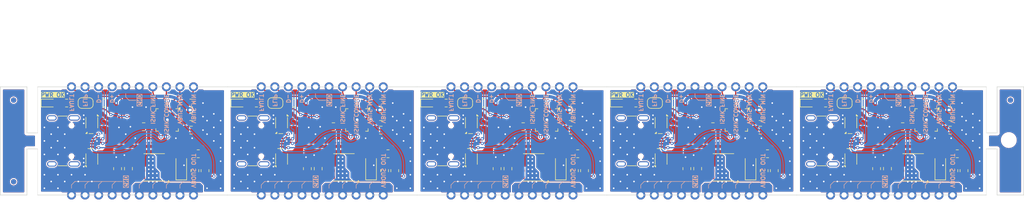
<source format=kicad_pcb>
(kicad_pcb (version 20240108) (generator "pcbnew") (generator_version "8.0")
  (layers (0 "F.Cu" signal) (1 "In1.Cu" signal) (2 "In2.Cu" signal) (31 "B.Cu" signal) (34 "B.Paste" user) (35 "F.Paste" user) (36 "B.SilkS" user "B.Silkscreen") (37 "F.SilkS" user "F.Silkscreen") (38 "B.Mask" user) (39 "F.Mask" user) (44 "Edge.Cuts" user))
  (net 0 "")
  (net 1 "Board_0-+3V3")
  (net 2 "Board_0-/Connector/FAULT")
  (net 3 "Board_0-/Connector/FLIP")
  (net 4 "Board_0-/Connector/ISNK_COARSE")
  (net 5 "Board_0-/Connector/ISNK_FINE")
  (net 6 "Board_0-/Connector/VBUS_MAX")
  (net 7 "Board_0-/Connector/VBUS_MIN")
  (net 8 "Board_0-/D+")
  (net 9 "Board_0-/D-")
  (net 10 "Board_0-/Main Sheet/VBUS_FET_EN")
  (net 11 "Board_0-/USB-C Connector and Protection/CC1")
  (net 12 "Board_0-/USB-C Connector and Protection/CC2")
  (net 13 "Board_0-GND")
  (net 14 "Board_0-Net-(C5-Pad2)")
  (net 15 "Board_0-Net-(D1-A)")
  (net 16 "Board_0-Net-(D1-K)")
  (net 17 "Board_0-Net-(D2-A)")
  (net 18 "Board_0-Net-(D2-K)")
  (net 19 "Board_0-VBUS")
  (net 20 "Board_0-VBUSOUT")
  (net 21 "Board_0-VCCD")
  (net 22 "Board_0-unconnected-(J1-SBU1-PadA8)")
  (net 23 "Board_0-unconnected-(J1-SBU2-PadB8)")
  (net 24 "Board_0-unconnected-(J1-SHIELD-PadS1)")
  (net 25 "Board_0-unconnected-(J1-SHIELD-PadS1)_0")
  (net 26 "Board_0-unconnected-(J1-SHIELD-PadS1)_1")
  (net 27 "Board_0-unconnected-(J1-SHIELD-PadS1)_2")
  (net 28 "Board_0-unconnected-(U4-GPIO_1-Pad8)")
  (net 29 "Board_0-unconnected-(U4-HPI_SCL-Pad13)")
  (net 30 "Board_0-unconnected-(U4-HPI_SDA-Pad12)")
  (net 31 "Board_0-unconnected-(U4-NC-Pad16)")
  (net 32 "Board_0-unconnected-(U4-NC-Pad17)")
  (net 33 "Board_0-unconnected-(U4-NC-Pad20)")
  (net 34 "Board_0-unconnected-(U4-NC-Pad21)")
  (net 35 "Board_0-unconnected-(U4-SAFE_PWR_EN-Pad4)")
  (net 36 "Board_0-unconnected-(U4-~{HPI_INT}-Pad7)")
  (net 37 "Board_1-+3V3")
  (net 38 "Board_1-/Connector/FAULT")
  (net 39 "Board_1-/Connector/FLIP")
  (net 40 "Board_1-/Connector/ISNK_COARSE")
  (net 41 "Board_1-/Connector/ISNK_FINE")
  (net 42 "Board_1-/Connector/VBUS_MAX")
  (net 43 "Board_1-/Connector/VBUS_MIN")
  (net 44 "Board_1-/D+")
  (net 45 "Board_1-/D-")
  (net 46 "Board_1-/Main Sheet/VBUS_FET_EN")
  (net 47 "Board_1-/USB-C Connector and Protection/CC1")
  (net 48 "Board_1-/USB-C Connector and Protection/CC2")
  (net 49 "Board_1-GND")
  (net 50 "Board_1-Net-(C5-Pad2)")
  (net 51 "Board_1-Net-(D1-A)")
  (net 52 "Board_1-Net-(D1-K)")
  (net 53 "Board_1-Net-(D2-A)")
  (net 54 "Board_1-Net-(D2-K)")
  (net 55 "Board_1-VBUS")
  (net 56 "Board_1-VBUSOUT")
  (net 57 "Board_1-VCCD")
  (net 58 "Board_1-unconnected-(J1-SBU1-PadA8)")
  (net 59 "Board_1-unconnected-(J1-SBU2-PadB8)")
  (net 60 "Board_1-unconnected-(J1-SHIELD-PadS1)")
  (net 61 "Board_1-unconnected-(J1-SHIELD-PadS1)_0")
  (net 62 "Board_1-unconnected-(J1-SHIELD-PadS1)_1")
  (net 63 "Board_1-unconnected-(J1-SHIELD-PadS1)_2")
  (net 64 "Board_1-unconnected-(U4-GPIO_1-Pad8)")
  (net 65 "Board_1-unconnected-(U4-HPI_SCL-Pad13)")
  (net 66 "Board_1-unconnected-(U4-HPI_SDA-Pad12)")
  (net 67 "Board_1-unconnected-(U4-NC-Pad16)")
  (net 68 "Board_1-unconnected-(U4-NC-Pad17)")
  (net 69 "Board_1-unconnected-(U4-NC-Pad20)")
  (net 70 "Board_1-unconnected-(U4-NC-Pad21)")
  (net 71 "Board_1-unconnected-(U4-SAFE_PWR_EN-Pad4)")
  (net 72 "Board_1-unconnected-(U4-~{HPI_INT}-Pad7)")
  (net 73 "Board_2-+3V3")
  (net 74 "Board_2-/Connector/FAULT")
  (net 75 "Board_2-/Connector/FLIP")
  (net 76 "Board_2-/Connector/ISNK_COARSE")
  (net 77 "Board_2-/Connector/ISNK_FINE")
  (net 78 "Board_2-/Connector/VBUS_MAX")
  (net 79 "Board_2-/Connector/VBUS_MIN")
  (net 80 "Board_2-/D+")
  (net 81 "Board_2-/D-")
  (net 82 "Board_2-/Main Sheet/VBUS_FET_EN")
  (net 83 "Board_2-/USB-C Connector and Protection/CC1")
  (net 84 "Board_2-/USB-C Connector and Protection/CC2")
  (net 85 "Board_2-GND")
  (net 86 "Board_2-Net-(C5-Pad2)")
  (net 87 "Board_2-Net-(D1-A)")
  (net 88 "Board_2-Net-(D1-K)")
  (net 89 "Board_2-Net-(D2-A)")
  (net 90 "Board_2-Net-(D2-K)")
  (net 91 "Board_2-VBUS")
  (net 92 "Board_2-VBUSOUT")
  (net 93 "Board_2-VCCD")
  (net 94 "Board_2-unconnected-(J1-SBU1-PadA8)")
  (net 95 "Board_2-unconnected-(J1-SBU2-PadB8)")
  (net 96 "Board_2-unconnected-(J1-SHIELD-PadS1)")
  (net 97 "Board_2-unconnected-(J1-SHIELD-PadS1)_0")
  (net 98 "Board_2-unconnected-(J1-SHIELD-PadS1)_1")
  (net 99 "Board_2-unconnected-(J1-SHIELD-PadS1)_2")
  (net 100 "Board_2-unconnected-(U4-GPIO_1-Pad8)")
  (net 101 "Board_2-unconnected-(U4-HPI_SCL-Pad13)")
  (net 102 "Board_2-unconnected-(U4-HPI_SDA-Pad12)")
  (net 103 "Board_2-unconnected-(U4-NC-Pad16)")
  (net 104 "Board_2-unconnected-(U4-NC-Pad17)")
  (net 105 "Board_2-unconnected-(U4-NC-Pad20)")
  (net 106 "Board_2-unconnected-(U4-NC-Pad21)")
  (net 107 "Board_2-unconnected-(U4-SAFE_PWR_EN-Pad4)")
  (net 108 "Board_2-unconnected-(U4-~{HPI_INT}-Pad7)")
  (net 109 "Board_3-+3V3")
  (net 110 "Board_3-/Connector/FAULT")
  (net 111 "Board_3-/Connector/FLIP")
  (net 112 "Board_3-/Connector/ISNK_COARSE")
  (net 113 "Board_3-/Connector/ISNK_FINE")
  (net 114 "Board_3-/Connector/VBUS_MAX")
  (net 115 "Board_3-/Connector/VBUS_MIN")
  (net 116 "Board_3-/D+")
  (net 117 "Board_3-/D-")
  (net 118 "Board_3-/Main Sheet/VBUS_FET_EN")
  (net 119 "Board_3-/USB-C Connector and Protection/CC1")
  (net 120 "Board_3-/USB-C Connector and Protection/CC2")
  (net 121 "Board_3-GND")
  (net 122 "Board_3-Net-(C5-Pad2)")
  (net 123 "Board_3-Net-(D1-A)")
  (net 124 "Board_3-Net-(D1-K)")
  (net 125 "Board_3-Net-(D2-A)")
  (net 126 "Board_3-Net-(D2-K)")
  (net 127 "Board_3-VBUS")
  (net 128 "Board_3-VBUSOUT")
  (net 129 "Board_3-VCCD")
  (net 130 "Board_3-unconnected-(J1-SBU1-PadA8)")
  (net 131 "Board_3-unconnected-(J1-SBU2-PadB8)")
  (net 132 "Board_3-unconnected-(J1-SHIELD-PadS1)")
  (net 133 "Board_3-unconnected-(J1-SHIELD-PadS1)_0")
  (net 134 "Board_3-unconnected-(J1-SHIELD-PadS1)_1")
  (net 135 "Board_3-unconnected-(J1-SHIELD-PadS1)_2")
  (net 136 "Board_3-unconnected-(U4-GPIO_1-Pad8)")
  (net 137 "Board_3-unconnected-(U4-HPI_SCL-Pad13)")
  (net 138 "Board_3-unconnected-(U4-HPI_SDA-Pad12)")
  (net 139 "Board_3-unconnected-(U4-NC-Pad16)")
  (net 140 "Board_3-unconnected-(U4-NC-Pad17)")
  (net 141 "Board_3-unconnected-(U4-NC-Pad20)")
  (net 142 "Board_3-unconnected-(U4-NC-Pad21)")
  (net 143 "Board_3-unconnected-(U4-SAFE_PWR_EN-Pad4)")
  (net 144 "Board_3-unconnected-(U4-~{HPI_INT}-Pad7)")
  (net 145 "Board_4-+3V3")
  (net 146 "Board_4-/Connector/FAULT")
  (net 147 "Board_4-/Connector/FLIP")
  (net 148 "Board_4-/Connector/ISNK_COARSE")
  (net 149 "Board_4-/Connector/ISNK_FINE")
  (net 150 "Board_4-/Connector/VBUS_MAX")
  (net 151 "Board_4-/Connector/VBUS_MIN")
  (net 152 "Board_4-/D+")
  (net 153 "Board_4-/D-")
  (net 154 "Board_4-/Main Sheet/VBUS_FET_EN")
  (net 155 "Board_4-/USB-C Connector and Protection/CC1")
  (net 156 "Board_4-/USB-C Connector and Protection/CC2")
  (net 157 "Board_4-GND")
  (net 158 "Board_4-Net-(C5-Pad2)")
  (net 159 "Board_4-Net-(D1-A)")
  (net 160 "Board_4-Net-(D1-K)")
  (net 161 "Board_4-Net-(D2-A)")
  (net 162 "Board_4-Net-(D2-K)")
  (net 163 "Board_4-VBUS")
  (net 164 "Board_4-VBUSOUT")
  (net 165 "Board_4-VCCD")
  (net 166 "Board_4-unconnected-(J1-SBU1-PadA8)")
  (net 167 "Board_4-unconnected-(J1-SBU2-PadB8)")
  (net 168 "Board_4-unconnected-(J1-SHIELD-PadS1)")
  (net 169 "Board_4-unconnected-(J1-SHIELD-PadS1)_0")
  (net 170 "Board_4-unconnected-(J1-SHIELD-PadS1)_1")
  (net 171 "Board_4-unconnected-(J1-SHIELD-PadS1)_2")
  (net 172 "Board_4-unconnected-(U4-GPIO_1-Pad8)")
  (net 173 "Board_4-unconnected-(U4-HPI_SCL-Pad13)")
  (net 174 "Board_4-unconnected-(U4-HPI_SDA-Pad12)")
  (net 175 "Board_4-unconnected-(U4-NC-Pad16)")
  (net 176 "Board_4-unconnected-(U4-NC-Pad17)")
  (net 177 "Board_4-unconnected-(U4-NC-Pad20)")
  (net 178 "Board_4-unconnected-(U4-NC-Pad21)")
  (net 179 "Board_4-unconnected-(U4-SAFE_PWR_EN-Pad4)")
  (net 180 "Board_4-unconnected-(U4-~{HPI_INT}-Pad7)")
  (footprint "Capacitor_SMD:C_0805_2012Metric" (layer "F.Cu") (at 195.0425 23.048)
    (property "Reference" "C2" (hide yes))
    (property "Value" "1u")
  )
  (footprint "Package_SO:SO-8_3.9x4.9mm_P1.27mm" (layer "F.Cu") (at 223.684 35.113 180)
    (property "Reference" "Q1" (hide yes))
    (property "Value" "IRF7328TRPBF")
  )
  (footprint "Package_SON:WSON-6-1EP_2x2mm_P0.65mm_EP1x1.6mm" (layer "F.Cu") (at 69.76 33.558 90)
    (property "Reference" "U2" (hide yes))
    (property "Value" "TVS2200DRV")
  )
  (footprint "Jumper:SolderJumper-2_P1.3mm_Bridged_RoundedPad1.0x1.5mm" (layer "F.Cu") (at 210.8335 23.048)
    (property "Reference" "JP1" (hide yes))
    (property "Value" "SolderJumper_2_Bridged")
  )
  (footprint "Package_SON:USON-10_2.5x1.0mm_P0.5mm" (layer "F.Cu") (at 176.19 30.19)
    (property "Reference" "U1" (hide yes))
    (property "Value" "TPD4E02B04DQA")
  )
  (footprint "Connector_PinHeader_2.54mm:PinHeader_1x10_P2.54mm_Vertical" (layer "F.Cu") (at 65.95 20 90)
    (property "Reference" "J3" (hide yes))
    (property "Value" "Conn_01x10")
  )
  (footprint "Connector_USB:USB_C_Receptacle_GCT_USB4105-xx-A_16P_TopMnt_Horizontal" (layer "F.Cu") (at 170.025 30.16 -90)
    (property "Reference" "J1" (hide yes))
    (property "Value" "USB_C_Receptacle_USB2.0_16P")
  )
  (footprint "Capacitor_SMD:C_0805_2012Metric" (layer "F.Cu") (at 230.6025 23.048)
    (property "Reference" "C2" (hide yes))
    (property "Value" "1u")
  )
  (footprint "Package_SO:SO-8_3.9x4.9mm_P1.27mm" (layer "F.Cu") (at 188.124 35.113 180)
    (property "Reference" "Q1" (hide yes))
    (property "Value" "IRF7328TRPBF")
  )
  (footprint "Resistor_SMD:R_0805_2012Metric" (layer "F.Cu") (at 195.744 35.748 90)
    (property "Reference" "R4" (hide yes))
    (property "Value" "47k")
  )
  (footprint "Resistor_SMD:R_0805_2012Metric" (layer "F.Cu") (at 160.819 32.573)
    (property "Reference" "R5" (hide yes))
    (property "Value" "0R")
  )
  (footprint "LED_SMD:LED_0603_1608Metric" (layer "F.Cu") (at 97.2955 23.048)
    (property "Reference" "D2" (hide yes))
    (property "Value" "gr")
  )
  (footprint "Connector_USB:USB_C_Receptacle_GCT_USB4105-xx-A_16P_TopMnt_Horizontal" (layer "F.Cu") (at 134.465 30.16 -90)
    (property "Reference" "J1" (hide yes))
    (property "Value" "USB_C_Receptacle_USB2.0_16P")
  )
  (footprint "Package_SON:USON-10_2.5x1.0mm_P0.5mm" (layer "F.Cu") (at 140.63 30.19)
    (property "Reference" "U1" (hide yes))
    (property "Value" "TPD4E02B04DQA")
  )
  (footprint "Resistor_SMD:R_0805_2012Metric" (layer "F.Cu") (at 100.5975 23.048)
    (property "Reference" "R2" (hide yes))
    (property "Value" "270R")
  )
  (footprint "Package_DFN_QFN:QFN-24-1EP_4x4mm_P0.5mm_EP2.75x2.75mm" (layer "F.Cu") (at 119.4225 26.223 -90)
    (property "Reference" "U4" (hide yes))
    (property "Value" "CYPD3177-24LQ")
  )
  (footprint "Package_DFN_QFN:QFN-24-1EP_4x4mm_P0.5mm_EP2.75x2.75mm" (layer "F.Cu") (at 83.8625 26.223 -90)
    (property "Reference" "U4" (hide yes))
    (property "Value" "CYPD3177-24LQ")
  )
  (footprint "Jumper:SolderJumper-2_P1.3mm_Bridged_RoundedPad1.0x1.5mm" (layer "F.Cu") (at 175.2735 23.048)
    (property "Reference" "JP1" (hide yes))
    (property "Value" "SolderJumper_2_Bridged")
  )
  (footprint "Resistor_SMD:R_0805_2012Metric" (layer "F.Cu") (at 89.699 32.573)
    (property "Reference" "R5" (hide yes))
    (property "Value" "0R")
  )
  (footprint "Package_SON:USON-10_2.5x1.0mm_P0.5mm" (layer "F.Cu") (at 69.51 30.19)
    (property "Reference" "U1" (hide yes))
    (property "Value" "TPD4E02B04DQA")
  )
  (footprint "Capacitor_SMD:C_0805_2012Metric" (layer "F.Cu") (at 218.858 35.367 90)
    (property "Reference" "C5" (hide yes))
    (property "Value" "1u")
  )
  (footprint "Resistor_SMD:R_0805_2012Metric" (layer "F.Cu") (at 145.706 35.367 90)
    (property "Reference" "R3" (hide yes))
    (property "Value" "10k")
  )
  (footprint "Package_SO:SO-8_3.9x4.9mm_P1.27mm" (layer "F.Cu") (at 152.564 35.113 180)
    (property "Reference" "Q1" (hide yes))
    (property "Value" "IRF7328TRPBF")
  )
  (footprint "Connector_PinHeader_2.54mm:PinHeader_1x10_P2.54mm_Vertical" (layer "F.Cu") (at 137.075 40.32 90)
    (property "Reference" "J2" (hide yes))
    (property "Value" "Conn_01x10")
  )
  (footprint "Capacitor_SMD:C_0805_2012Metric" (layer "F.Cu") (at 147.738 35.367 90)
    (property "Reference" "C5" (hide yes))
    (property "Value" "1u")
  )
  (footprint "Fiducial" (layer "F.Cu") (at 55.099 22.5)
    (property "Reference" "KiKit_FID_T_1" (hide yes))
    (property "Value" "Fiducial" (hide yes))
  )
  (footprint "Connector_USB:USB_C_Receptacle_GCT_USB4105-xx-A_16P_TopMnt_Horizontal" (layer "F.Cu") (at 98.905 30.16 -90)
    (property "Reference" "J1" (hide yes))
    (property "Value" "USB_C_Receptacle_USB2.0_16P")
  )
  (footprint "Resistor_SMD:R_0805_2012Metric" (layer "F.Cu") (at 216.826 35.367 90)
    (property "Reference" "R3" (hide yes))
    (property "Value" "10k")
  )
  (footprint "Resistor_SMD:R_0805_2012Metric" (layer "F.Cu") (at 160.184 35.748 90)
    (property "Reference" "R4" (hide yes))
    (property "Value" "47k")
  )
  (footprint "Package_SON:WSON-6-1EP_2x2mm_P0.65mm_EP1x1.6mm" (layer "F.Cu") (at 105.32 33.558 90)
    (property "Reference" "U2" (hide yes))
    (property "Value" "TVS2200DRV")
  )
  (footprint "Capacitor_SMD:C_0805_2012Metric" (layer "F.Cu") (at 88.3625 25.588)
    (property "Reference" "C3" (hide yes))
    (property "Value" "1u")
  )
  (footprint "Connector_PinHeader_2.54mm:PinHeader_1x10_P2.54mm_Vertical" (layer "F.Cu") (at 137.07 20 90)
    (property "Reference" "J3" (hide yes))
    (property "Value" "Conn_01x10")
  )
  (footprint "Package_DFN_QFN:QFN-24-1EP_4x4mm_P0.5mm_EP2.75x2.75mm" (layer "F.Cu") (at 226.1025 26.223 -90)
    (property "Reference" "U4" (hide yes))
    (property "Value" "CYPD3177-24LQ")
  )
  (footprint "Capacitor_SMD:C_0805_2012Metric" (layer "F.Cu") (at 230.6025 25.588)
    (property "Reference" "C3" (hide yes))
    (property "Value" "1u")
  )
  (footprint "Package_SON:WSON-6-1EP_2x2mm_P0.65mm_EP1x1.6mm" (layer "F.Cu") (at 140.88 33.558 90)
    (property "Reference" "U2" (hide yes))
    (property "Value" "TVS2200DRV")
  )
  (footprint "Connector_PinHeader_2.54mm:PinHeader_1x10_P2.54mm_Vertical" (layer "F.Cu") (at 101.51 20 90)
    (property "Reference" "J3" (hide yes))
    (property "Value" "Conn_01x10")
  )
  (footprint "Resistor_SMD:R_0805_2012Metric" (layer "F.Cu") (at 124.624 35.748 90)
    (property "Reference" "R4" (hide yes))
    (property "Value" "47k")
  )
  (footprint "Connector_PinHeader_2.54mm:PinHeader_1x10_P2.54mm_Vertical" (layer "F.Cu") (at 208.19 20 90)
    (property "Reference" "J3" (hide yes))
    (property "Value" "Conn_01x10")
  )
  (footprint "Connector_USB:USB_C_Receptacle_GCT_USB4105-xx-A_16P_TopMnt_Horizontal" (layer "F.Cu") (at 205.585 30.16 -90)
    (property "Reference" "J1" (hide yes))
    (property "Value" "USB_C_Receptacle_USB2.0_16P")
  )
  (footprint "Package_DFN_QFN:QFN-24-1EP_4x4mm_P0.5mm_EP2.75x2.75mm" (layer "F.Cu") (at 190.5425 26.223 -90)
    (property "Reference" "U4" (hide yes))
    (property "Value" "CYPD3177-24LQ")
  )
  (footprint "Capacitor_SMD:C_0805_2012Metric" (layer "F.Cu") (at 159.4825 23.048)
    (property "Reference" "C2" (hide yes))
    (property "Value" "1u")
  )
  (footprint "Package_SO:SO-8_3.9x4.9mm_P1.27mm" (layer "F.Cu") (at 81.444 35.113 180)
    (property "Reference" "Q1" (hide yes))
    (property "Value" "IRF7328TRPBF")
  )
  (footprint "Resistor_SMD:R_0805_2012Metric" (layer "F.Cu") (at 126.529 35.748 -90)
    (property "Reference" "R6" (hide yes))
    (property "Value" "1k")
  )
  (footprint "Package_SO:SO-8_3.9x4.9mm_P1.27mm" (layer "F.Cu") (at 117.004 35.113 180)
    (property "Reference" "Q1" (hide yes))
    (property "Value" "IRF7328TRPBF")
  )
  (footprint "Connector_PinHeader_2.54mm:PinHeader_1x10_P2.54mm_Vertical" (layer "F.Cu") (at 172.635 40.32 90)
    (property "Reference" "J2" (hide yes))
    (property "Value" "Conn_01x10")
  )
  (footprint "Resistor_SMD:R_0805_2012Metric" (layer "F.Cu") (at 233.209 35.748 -90)
    (property "Reference" "R6" (hide yes))
    (property "Value" "1k")
  )
  (footprint "Resistor_SMD:R_0805_2012Metric" (layer "F.Cu") (at 89.064 35.748 90)
    (property "Reference" "R4" (hide yes))
    (property "Value" "47k")
  )
  (footprint "Jumper:SolderJumper-2_P1.3mm_Bridged_RoundedPad1.0x1.5mm" (layer "F.Cu") (at 68.5935 23.048)
    (property "Reference" "JP1" (hide yes))
    (property "Value" "SolderJumper_2_Bridged")
  )
  (footprint "Resistor_SMD:R_0805_2012Metric" (layer "F.Cu") (at 90.969 35.748 -90)
    (property "Reference" "R6" (hide yes))
    (property "Value" "1k")
  )
  (footprint "Diode_SMD:D_SOD-123" (layer "F.Cu") (at 228.764 35.113 90)
    (property "Reference" "D1" (hide yes))
    (property "Value" "D")
  )
  (footprint "Resistor_SMD:R_0805_2012Metric" (layer "F.Cu") (at 231.939 32.573)
    (property "Reference" "R5" (hide yes))
    (property "Value" "0R")
  )
  (footprint "Resistor_SMD:R_0805_2012Metric" (layer "F.Cu") (at 107.606 23.048 180)
    (property "Reference" "R1" (hide yes))
    (property "Value" "5k1")
  )
  (footprint "Fiducial" (layer "F.Cu") (at 241.901 22.5)
    (property "Reference" "KiKit_FID_T_2" (hide yes))
    (property "Value" "Fiducial" (hide yes))
  )
  (footprint "Capacitor_SMD:C_0805_2012Metric" (layer "F.Cu") (at 123.9225 23.048)
    (property "Reference" "C2" (hide yes))
    (property "Value" "1u")
  )
  (footprint "Capacitor_SMD:C_0805_2012Metric" (layer "F.Cu") (at 79.4725 27.493 180)
    (property "Reference" "C4" (hide yes))
    (property "Value" "1u")
  )
  (footprint "Capacitor_SMD:C_0805_2012Metric" (layer "F.Cu") (at 221.7125 27.493 180)
    (property "Reference" "C4" (hide yes))
    (property "Value" "1u")
  )
  (footprint "Diode_SMD:D_SOD-123" (layer "F.Cu") (at 157.644 35.113 90)
    (property "Reference" "D1" (hide yes))
    (property "Value" "D")
  )
  (footprint "Capacitor_SMD:C_0805_2012Metric" (layer "F.Cu") (at 186.1525 27.493 180)
    (property "Reference" "C4" (hide yes))
    (property "Value" "1u")
  )
  (footprint "Diode_SMD:D_SOD-123" (layer "F.Cu") (at 122.084 35.113 90)
    (property "Reference" "D1" (hide yes))
    (property "Value" "D")
  )
  (footprint "Resistor_SMD:R_0805_2012Metric" (layer "F.Cu") (at 197.649 35.748 -90)
    (property "Reference" "R6" (hide yes))
    (property "Value" "1k")
  )
  (footprint "Package_SON:USON-10_2.5x1.0mm_P0.5mm" (layer "F.Cu") (at 105.07 30.19)
    (property "Reference" "U1" (hide yes))
    (property "Value" "TPD4E02B04DQA")
  )
  (footprint "Capacitor_SMD:C_0805_2012Metric" (layer "F.Cu") (at 195.0425 25.588)
    (property "Reference" "C3" (hide yes))
    (property "Value" "1u")
  )
  (footprint "Capacitor_SMD:C_0805_2012Metric" (layer "F.Cu") (at 76.618 35.367 90)
    (property "Reference" "C5" (hide yes))
    (property "Value" "1u")
  )
  (footprint "Package_SON:WSON-6-1EP_2x2mm_P0.65mm_EP1x1.6mm" (layer "F.Cu") (at 176.44 33.558 90)
    (property "Reference" "U2" (hide yes))
    (property "Value" "TVS2200DRV")
  )
  (footprint "Package_SON:WSON-6-1EP_2x2mm_P0.65mm_EP1x1.6mm" (layer "F.Cu") (at 212 26.731 -90)
    (property "Reference" "U3" (hide yes))
    (property "Value" "TVS2200DRV" (hide yes))
  )
  (footprint "Capacitor_SMD:C_0805_2012Metric" (layer "F.Cu") (at 230.6025 28.128)
    (property "Reference" "C1" (hide yes))
    (property "Value" "3u3")
  )
  (footprint "Resistor_SMD:R_0805_2012Metric" (layer "F.Cu") (at 231.304 35.748 90)
    (property "Reference" "R4" (hide yes))
    (property "Value" "47k")
  )
  (footprint "Resistor_SMD:R_0805_2012Metric" (layer "F.Cu") (at 181.266 35.367 90)
    (property "Reference" "R3" (hide yes))
    (property "Value" "10k")
  )
  (footprint "Resistor_SMD:R_0805_2012Metric" (layer "F.Cu") (at 214.286 23.048 180)
    (property "Reference" "R1" (hide yes))
    (property "Value" "5k1")
  )
  (footprint "Resistor_SMD:R_0805_2012Metric" (layer "F.Cu") (at 65.0375 23.048)
    (property "Reference" "R2" (hide yes))
    (property "Value" "270R")
  )
  (footprint "Capacitor_SMD:C_0805_2012Metric" (layer "F.Cu") (at 88.3625 23.048)
    (property "Reference" "C2" (hide yes))
    (property "Value" "1u")
  )
  (footprint "LOGO" (layer "F.Cu") (at 107.86 35.748)
    (property "Reference" "G***" (hide yes))
    (property "Value" "LOGO" (hide yes))
  )
  (footprint "Capacitor_SMD:C_0805_2012Metric" (layer "F.Cu") (at 159.4825 25.588)
    (property "Reference" "C3" (hide yes))
    (property "Value" "1u")
  )
  (footprint "Capacitor_SMD:C_0805_2012Metric" (layer "F.Cu") (at 88.3625 28.128)
    (property "Reference" "C1" (hide yes))
    (property "Value" "3u3")
  )
  (footprint "Capacitor_SMD:C_0805_2012Metric" (layer "F.Cu") (at 183.298 35.367 90)
    (property "Reference" "C5" (hide yes))
    (property "Value" "1u")
  )
  (footprint "Connector_USB:USB_C_Receptacle_GCT_USB4105-xx-A_16P_TopMnt_Horizontal" (layer "F.Cu") (at 63.345 30.16 -90)
    (property "Reference" "J1" (hide yes))
    (property "Value" "USB_C_Receptacle_USB2.0_16P")
  )
  (footprint "LOGO" (layer "F.Cu") (at 214.54 35.748)
    (property "Reference" "G***" (hide yes))
    (property "Value" "LOGO" (hide yes))
  )
  (footprint "LOGO" (layer "F.Cu") (at 143.42 35.748)
    (property "Reference" "G***" (hide yes))
    (property "Value" "LOGO" (hide yes))
  )
  (footprint "Capacitor_SMD:C_0805_2012Metric" (layer "F.Cu") (at 112.178 35.367 90)
    (property "Reference" "C5" (hide yes))
    (property "Value" "1u")
  )
  (footprint "Package_SON:WSON-6-1EP_2x2mm_P0.65mm_EP1x1.6mm" (layer "F.Cu") (at 176.44 26.731 -90)
    (property "Reference" "U3" (hide yes))
    (property "Value" "TVS2200DRV" (hide yes))
  )
  (footprint "Capacitor_SMD:C_0805_2012Metric" (layer "F.Cu") (at 150.5925 27.493 180)
    (property "Reference" "C4" (hide yes))
    (property "Value" "1u")
  )
  (footprint "Resistor_SMD:R_0805_2012Metric" (layer "F.Cu") (at 196.379 32.573)
    (property "Reference" "R5" (hide yes))
    (property "Value" "0R")
  )
  (footprint "Resistor_SMD:R_0805_2012Metric" (layer "F.Cu") (at 110.146 35.367 90)
    (property "Reference" "R3" (hide yes))
    (property "Value" "10k")
  )
  (footprint "Resistor_SMD:R_0805_2012Metric" (layer "F.Cu") (at 178.726 23.048 180)
    (property "Reference" "R1" (hide yes))
    (property "Value" "5k1")
  )
  (footprint "Fiducial" (layer "F.Cu") (at 55.099 37.82)
    (property "Reference" "KiKit_FID_T_3" (hide yes))
    (property "Value" "Fiducial" (hide yes))
  )
  (footprint "Capacitor_SMD:C_0805_2012Metric" (layer "F.Cu") (at 123.9225 25.588)
    (property "Reference" "C3" (hide yes))
    (property "Value" "1u")
  )
  (footprint "Package_DFN_QFN:QFN-24-1EP_4x4mm_P0.5mm_EP2.75x2.75mm" (layer "F.Cu") (at 154.9825 26.223 -90)
    (property "Reference" "U4" (hide yes))
    (property "Value" "CYPD3177-24LQ")
  )
  (footprint "Package_SON:WSON-6-1EP_2x2mm_P0.65mm_EP1x1.6mm" (layer "F.Cu") (at 105.32 26.731 -90)
    (property "Reference" "U3" (hide yes))
    (property "Value" "TVS2200DRV" (hide yes))
  )
  (footprint "Resistor_SMD:R_0805_2012Metric" (layer "F.Cu") (at 171.7175 23.048)
    (property "Reference" "R2" (hide yes))
    (property "Value" "270R")
  )
  (footprint "Package_SON:USON-10_2.5x1.0mm_P0.5mm" (layer "F.Cu") (at 211.75 30.19)
    (property "Reference" "U1" (hide yes))
    (property "Value" "TPD4E02B04DQA")
  )
  (footprint "Package_SON:WSON-6-1EP_2x2mm_P0.65mm_EP1x1.6mm" (layer "F.Cu") (at 69.76 26.731 -90)
    (property "Reference" "U3" (hide yes))
    (property "Value" "TVS2200DRV" (hide yes))
  )
  (footprint "LED_SMD:LED_0603_1608Metric" (layer "F.Cu") (at 61.7355 23.048)
    (property "Reference" "D2" (hide yes))
    (property "Value" "gr")
  )
  (footprint "Package_SON:WSON-6-1EP_2x2mm_P0.65mm_EP1x1.6mm" (layer "F.Cu") (at 140.88 26.731 -90)
    (property "Reference" "U3" (hide yes))
    (property "Value" "TVS2200DRV" (hide yes))
  )
  (footprint "Resistor_SMD:R_0805_2012Metric" (layer "F.Cu") (at 74.586 35.367 90)
    (property "Reference" "R3" (hide yes))
    (property "Value" "10k")
  )
  (footprint "Jumper:SolderJumper-2_P1.3mm_Bridged_RoundedPad1.0x1.5mm" (layer "F.Cu") (at 104.1535 23.048)
    (property "Reference" "JP1" (hide yes))
    (property "Value" "SolderJumper_2_Bridged")
  )
  (footprint "LOGO" (layer "F.Cu") (at 178.98 35.748)
    (property "Reference" "G***" (hide yes))
    (property "Value" "LOGO" (hide yes))
  )
  (footprint "Capacitor_SMD:C_0805_2012Metric" (layer "F.Cu") (at 115.0325 27.493 180)
    (property "Reference" "C4" (hide yes))
    (property "Value" "1u")
  )
  (footprint "Resistor_SMD:R_0805_2012Metric" (layer "F.Cu") (at 143.166 23.048 180)
    (property "Reference" "R1" (hide yes))
    (property "Value" "5k1")
  )
  (footprint "LED_SMD:LED_0603_1608Metric" (layer "F.Cu") (at 132.8555 23.048)
    (property "Reference" "D2" (hide yes))
    (property "Value" "gr")
  )
  (footprint "Diode_SMD:D_SOD-123" (layer "F.Cu") (at 193.204 35.113 90)
    (property "Reference" "D1" (hide yes))
    (property "Value" "D")
  )
  (footprint "Diode_SMD:D_SOD-123" (layer "F.Cu") (at 86.524 35.113 90)
    (property "Reference" "D1" (hide yes))
    (property "Value" "D")
  )
  (footprint "Capacitor_SMD:C_0805_2012Metric" (layer "F.Cu") (at 159.4825 28.128)
    (property "Reference" "C1" (hide yes))
    (property "Value" "3u3")
  )
  (footprint "Jumper:SolderJumper-2_P1.3mm_Bridged_RoundedPad1.0x1.5mm" (layer "F.Cu") (at 139.7135 23.048)
    (property "Reference" "JP1" (hide yes))
    (property "Value" "SolderJumper_2_Bridged")
  )
  (footprint "Connector_PinHeader_2.54mm:PinHeader_1x10_P2.54mm_Vertical" (layer "F.Cu") (at 65.955 40.32 90)
    (property "Reference" "J2" (hide yes))
    (property "Value" "Conn_01x10")
  )
  (footprint "LOGO" (layer "F.Cu") (at 72.3 35.748)
    (property "Reference" "G***" (hide yes))
    (property "Value" "LOGO" (hide yes))
  )
  (footprint "Connector_PinHeader_2.54mm:PinHeader_1x10_P2.54mm_Vertical" (layer "F.Cu") (at 101.515 40.32 90)
    (property "Reference" "J2" (hide yes))
    (property "Value" "Conn_01x10")
  )
  (footprint "LED_SMD:LED_0603_1608Metric" (layer "F.Cu") (at 168.4155 23.048)
    (property "Reference" "D2" (hide yes))
    (property "Value" "gr")
  )
  (footprint "Capacitor_SMD:C_0805_2012Metric" (layer "F.Cu") (at 123.9225 28.128)
    (property "Reference" "C1" (hide yes))
    (property "Value" "3u3")
  )
  (footprint "Connector_PinHeader_2.54mm:PinHeader_1x10_P2.54mm_Vertical" (layer "F.Cu") (at 208.195 40.32 90)
    (property "Reference" "J2" (hide yes))
    (property "Value" "Conn_01x10")
  )
  (footprint "Resistor_SMD:R_0805_2012Metric" (layer "F.Cu") (at 125.259 32.573)
    (property "Reference" "R5" (hide yes))
    (property "Value" "0R")
  )
  (footprint "Capacitor_SMD:C_0805_2012Metric" (layer "F.Cu") (at 195.0425 28.128)
    (property "Reference" "C1" (hide yes))
    (property "Value" "3u3")
  )
  (footprint "Resistor_SMD:R_0805_2012Metric" (layer "F.Cu") (at 136.1575 23.048)
    (property "Reference" "R2" (hide yes))
    (property "Value" "270R")
  )
  (footprint "Resistor_SMD:R_0805_2012Metric" (layer "F.Cu") (at 162.089 35.748 -90)
    (property "Reference" "R6" (hide yes))
    (property "Value" "1k")
  )
  (footprint "Resistor_SMD:R_0805_2012Metric" (layer "F.Cu") (at 207.2775 23.048)
    (property "Reference" "R2" (hide yes))
    (property "Value" "270R")
  )
  (footprint "Package_SON:WSON-6-1EP_2x2mm_P0.65mm_EP1x1.6mm" (layer "F.Cu") (at 212 33.558 90)
    (property "Reference" "U2" (hide yes))
    (property "Value" "TVS2200DRV")
  )
  (footprint "Connector_PinHeader_2.54mm:PinHeader_1x10_P2.54mm_Vertical" (layer "F.Cu") (at 172.63 20 90)
    (property "Reference" "J3" (hide yes))
    (property "Value" "Conn_01x10")
  )
  (footprint "LED_SMD:LED_0603_1608Metric" (layer "F.Cu") (at 203.9755 23.048)
    (property "Reference" "D2" (hide yes))
    (property "Value" "gr")
  )
  (footprint "Resistor_SMD:R_0805_2012Metric" (layer "F.Cu") (at 72.046 23.048 180)
    (property "Reference" "R1" (hide yes))
    (property "Value" "5k1")
  )
  (footprint "Fiducial" (layer "B.Cu") (at 55.099 22.5)
    (property "Reference" "KiKit_FID_B_1" (hide yes))
    (property "Value" "Fiducial" (hide yes))
  )
  (footprint "Fiducial" (layer "B.Cu") (at 55.099 37.82)
    (property "Reference" "KiKit_FID_B_3" (hide yes))
    (property "Value" "Fiducial" (hide yes))
  )
  (footprint "Fiducial" (layer "B.Cu") (at 241.901 22.5)
    (property "Reference" "KiKit_FID_B_2" (hide yes))
    (property "Value" "Fiducial" (hide yes))
  )
  (gr_line (start 81.19 39.05) (end 81.19 38.415) (stroke (width 0.1)) (layer "B.SilkS"))
  (gr_line (start 101.51 39.05) (end 101.51 38.415) (stroke (width 0.1)) (layer "B.SilkS"))
  (gr_line (start 218.985 22.54) (end 219.62 22.54) (stroke (width 0.1)) (layer "B.SilkS"))
  (gr_line (start 223.43 38.415) (end 224.065 37.78) (stroke (width 0.1)) (layer "B.SilkS"))
  (gr_line (start 83.73 39.05) (end 83.73 38.415) (stroke (width 0.1)) (layer "B.SilkS"))
  (gr_line (start 180.25 38.415) (end 180.885 37.78) (stroke (width 0.1)) (layer "B.SilkS"))
  (gr_line (start 190.41 38.415) (end 191.045 37.78) (stroke (width 0.1)) (layer "B.SilkS"))
  (gr_line (start 229.145 37.78) (end 230.415 37.78) (stroke (width 0.1)) (layer "B.SilkS"))
  (gr_line (start 184.06 22.54) (end 184.695 22.54) (stroke (width 0.1)) (layer "B.SilkS"))
  (gr_line (start 145.325 37.78) (end 145.96 37.78) (stroke (width 0.1)) (layer "B.SilkS"))
  (gr_line (start 139.61 38.415) (end 140.245 37.78) (stroke (width 0.1)) (layer "B.SilkS"))
  (gr_line (start 218.35 21.905) (end 218.985 22.54) (stroke (width 0.1)) (layer "B.SilkS"))
  (gr_line (start 111.67 21.905) (end 112.305 22.54) (stroke (width 0.1)) (layer "B.SilkS"))
  (gr_line (start 148.5 22.54) (end 149.135 22.54) (stroke (width 0.1)) (layer "B.SilkS"))
  (gr_line (start 149.77 38.415) (end 150.405 37.78) (stroke (width 0.1)) (layer "B.SilkS"))
  (gr_line (start 157.39 38.415) (end 158.025 37.78) (stroke (width 0.1)) (layer "B.SilkS"))
  (gr_line (start 172.63 38.415) (end 173.265 37.78) (stroke (width 0.1)) (layer "B.SilkS"))
  (gr_line (start 221.525 37.78) (end 229.145 37.78) (stroke (width 0.1)) (layer "B.SilkS"))
  (gr_line (start 185.965 37.78) (end 193.585 37.78) (stroke (width 0.1)) (layer "B.SilkS"))
  (gr_line (start 86.27 38.415) (end 86.905 37.78) (stroke (width 0.1)) (layer "B.SilkS"))
  (gr_line (start 114.21 39.05) (end 114.21 38.415) (stroke (width 0.1)) (layer "B.SilkS"))
  (gr_line (start 106.59 39.05) (end 106.59 38.415) (stroke (width 0.1)) (layer "B.SilkS"))
  (gr_line (start 192.95 39.05) (end 192.95 38.415) (stroke (width 0.1)) (layer "B.SilkS"))
  (gr_line (start 76.11 21.27) (end 76.11 21.905) (stroke (width 0.1)) (layer "B.SilkS"))
  (gr_line (start 111.67 21.27) (end 111.67 21.905) (stroke (width 0.1)) (layer "B.SilkS"))
  (gr_line (start 71.03 38.415) (end 71.665 37.78) (stroke (width 0.1)) (layer "B.SilkS"))
  (gr_line (start 122.465 37.78) (end 123.735 37.78) (stroke (width 0.1)) (layer "B.SilkS"))
  (gr_line (start 173.265 37.78) (end 180.885 37.78) (stroke (width 0.1)) (layer "B.SilkS"))
  (gr_line (start 119.29 39.05) (end 119.29 38.415) (stroke (width 0.1)) (layer "B.SilkS"))
  (gr_line (start 101.51 38.415) (end 102.145 37.78) (stroke (width 0.1)) (layer "B.SilkS"))
  (gr_line (start 106.59 38.415) (end 107.225 37.78) (stroke (width 0.1)) (layer "B.SilkS"))
  (gr_line (start 225.97 38.415) (end 226.605 37.78) (stroke (width 0.1)) (layer "B.SilkS"))
  (gr_line (start 187.87 38.415) (end 188.505 37.78) (stroke (width 0.1)) (layer "B.SilkS"))
  (gr_line (start 228.51 39.05) (end 228.51 38.415) (stroke (width 0.1)) (layer "B.SilkS"))
  (gr_line (start 144.69 38.415) (end 145.325 37.78) (stroke (width 0.1)) (layer "B.SilkS"))
  (gr_line (start 216.445 37.78) (end 217.08 37.78) (stroke (width 0.1)) (layer "B.SilkS"))
  (gr_line (start 71.03 39.05) (end 71.03 38.415) (stroke (width 0.1)) (layer "B.SilkS"))
  (gr_line (start 65.95 38.415) (end 66.585 37.78) (stroke (width 0.1)) (layer "B.SilkS"))
  (gr_line (start 175.17 38.415) (end 175.805 37.78) (stroke (width 0.1)) (layer "B.SilkS"))
  (gr_line (start 110.4 37.78) (end 111.035 37.78) (stroke (width 0.1)) (layer "B.SilkS"))
  (gr_line (start 109.13 38.415) (end 109.765 37.78) (stroke (width 0.1)) (layer "B.SilkS"))
  (gr_line (start 213.27 39.05) (end 213.27 38.415) (stroke (width 0.1)) (layer "B.SilkS"))
  (gr_line (start 210.73 38.415) (end 211.365 37.78) (stroke (width 0.1)) (layer "B.SilkS"))
  (gr_line (start 219.62 22.54) (end 220.255 22.54) (stroke (width 0.1)) (layer "B.SilkS"))
  (gr_line (start 154.85 38.415) (end 155.485 37.78) (stroke (width 0.1)) (layer "B.SilkS"))
  (gr_line (start 112.94 22.54) (end 113.575 22.54) (stroke (width 0.1)) (layer "B.SilkS"))
  (gr_line (start 147.23 21.27) (end 147.23 21.905) (stroke (width 0.1)) (layer "B.SilkS"))
  (gr_line (start 73.57 39.05) (end 73.57 38.415) (stroke (width 0.1)) (layer "B.SilkS"))
  (gr_line (start 183.425 22.54) (end 184.06 22.54) (stroke (width 0.1)) (layer "B.SilkS"))
  (gr_line (start 137.07 38.415) (end 137.705 37.78) (stroke (width 0.1)) (layer "B.SilkS"))
  (gr_line (start 78.65 38.415) (end 79.285 37.78) (stroke (width 0.1)) (layer "B.SilkS"))
  (gr_line (start 152.31 38.415) (end 152.945 37.78) (stroke (width 0.1)) (layer "B.SilkS"))
  (gr_line (start 185.33 39.05) (end 185.33 38.415) (stroke (width 0.1)) (layer "B.SilkS"))
  (gr_line (start 114.845 37.78) (end 122.465 37.78) (stroke (width 0.1)) (layer "B.SilkS"))
  (gr_line (start 121.83 39.05) (end 121.83 38.415) (stroke (width 0.1)) (layer "B.SilkS"))
  (gr_line (start 215.81 38.415) (end 216.445 37.78) (stroke (width 0.1)) (layer "B.SilkS"))
  (gr_line (start 66.585 37.78) (end 74.205 37.78) (stroke (width 0.1)) (layer "B.SilkS"))
  (gr_line (start 144.69 39.05) (end 144.69 38.415) (stroke (width 0.1)) (layer "B.SilkS"))
  (gr_line (start 112.305 22.54) (end 112.94 22.54) (stroke (width 0.1)) (layer "B.SilkS"))
  (gr_line (start 181.52 37.78) (end 182.155 37.78) (stroke (width 0.1)) (layer "B.SilkS"))
  (gr_line (start 149.77 39.05) (end 149.77 38.415) (stroke (width 0.1)) (layer "B.SilkS"))
  (gr_line (start 215.81 39.05) (end 215.81 38.415) (stroke (width 0.1)) (layer "B.SilkS"))
  (gr_line (start 73.57 38.415) (end 74.205 37.78) (stroke (width 0.1)) (layer "B.SilkS"))
  (gr_line (start 220.89 38.415) (end 221.525 37.78) (stroke (width 0.1)) (layer "B.SilkS"))
  (gr_line (start 210.73 39.05) (end 210.73 38.415) (stroke (width 0.1)) (layer "B.SilkS"))
  (gr_line (start 76.11 21.905) (end 76.745 22.54) (stroke (width 0.1)) (layer "B.SilkS"))
  (gr_line (start 77.38 22.54) (end 78.015 22.54) (stroke (width 0.1)) (layer "B.SilkS"))
  (gr_line (start 139.61 39.05) (end 139.61 38.415) (stroke (width 0.1)) (layer "B.SilkS"))
  (gr_line (start 65.95 39.05) (end 65.95 38.415) (stroke (width 0.1)) (layer "B.SilkS"))
  (gr_line (start 150.405 37.78) (end 158.025 37.78) (stroke (width 0.1)) (layer "B.SilkS"))
  (gr_line (start 86.905 37.78) (end 88.175 37.78) (stroke (width 0.1)) (layer "B.SilkS"))
  (gr_line (start 177.71 38.415) (end 178.345 37.78) (stroke (width 0.1)) (layer "B.SilkS"))
  (gr_line (start 109.765 37.78) (end 110.4 37.78) (stroke (width 0.1)) (layer "B.SilkS"))
  (gr_line (start 175.17 39.05) (end 175.17 38.415) (stroke (width 0.1)) (layer "B.SilkS"))
  (gr_line (start 187.87 39.05) (end 187.87 38.415) (stroke (width 0.1)) (layer "B.SilkS"))
  (gr_line (start 137.07 39.05) (end 137.07 38.415) (stroke (width 0.1)) (layer "B.SilkS"))
  (gr_line (start 121.83 38.415) (end 122.465 37.78) (stroke (width 0.1)) (layer "B.SilkS"))
  (gr_line (start 76.745 22.54) (end 77.38 22.54) (stroke (width 0.1)) (layer "B.SilkS"))
  (gr_line (start 109.13 39.05) (end 109.13 38.415) (stroke (width 0.1)) (layer "B.SilkS"))
  (gr_line (start 102.145 37.78) (end 109.765 37.78) (stroke (width 0.1)) (layer "B.SilkS"))
  (gr_line (start 154.85 39.05) (end 154.85 38.415) (stroke (width 0.1)) (layer "B.SilkS"))
  (gr_line (start 182.79 21.905) (end 183.425 22.54) (stroke (width 0.1)) (layer "B.SilkS"))
  (gr_line (start 104.05 39.05) (end 104.05 38.415) (stroke (width 0.1)) (layer "B.SilkS"))
  (gr_line (start 79.285 37.78) (end 86.905 37.78) (stroke (width 0.1)) (layer "B.SilkS"))
  (gr_line (start 78.65 39.05) (end 78.65 38.415) (stroke (width 0.1)) (layer "B.SilkS"))
  (gr_line (start 142.15 39.05) (end 142.15 38.415) (stroke (width 0.1)) (layer "B.SilkS"))
  (gr_line (start 157.39 39.05) (end 157.39 38.415) (stroke (width 0.1)) (layer "B.SilkS"))
  (gr_line (start 208.19 39.05) (end 208.19 38.415) (stroke (width 0.1)) (layer "B.SilkS"))
  (gr_line (start 208.19 38.415) (end 208.825 37.78) (stroke (width 0.1)) (layer "B.SilkS"))
  (gr_line (start 177.71 39.05) (end 177.71 38.415) (stroke (width 0.1)) (layer "B.SilkS"))
  (gr_line (start 213.27 38.415) (end 213.905 37.78) (stroke (width 0.1)) (layer "B.SilkS"))
  (gr_line (start 172.63 39.05) (end 172.63 38.415) (stroke (width 0.1)) (layer "B.SilkS"))
  (gr_line (start 208.825 37.78) (end 216.445 37.78) (stroke (width 0.1)) (layer "B.SilkS"))
  (gr_line (start 228.51 38.415) (end 229.145 37.78) (stroke (width 0.1)) (layer "B.SilkS"))
  (gr_line (start 158.025 37.78) (end 159.295 37.78) (stroke (width 0.1)) (layer "B.SilkS"))
  (gr_line (start 81.19 38.415) (end 81.825 37.78) (stroke (width 0.1)) (layer "B.SilkS"))
  (gr_line (start 83.73 38.415) (end 84.365 37.78) (stroke (width 0.1)) (layer "B.SilkS"))
  (gr_line (start 217.08 37.78) (end 217.715 37.78) (stroke (width 0.1)) (layer "B.SilkS"))
  (gr_line (start 116.75 38.415) (end 117.385 37.78) (stroke (width 0.1)) (layer "B.SilkS"))
  (gr_line (start 68.49 38.415) (end 69.125 37.78) (stroke (width 0.1)) (layer "B.SilkS"))
  (gr_line (start 116.75 39.05) (end 116.75 38.415) (stroke (width 0.1)) (layer "B.SilkS"))
  (gr_line (start 192.95 38.415) (end 193.585 37.78) (stroke (width 0.1)) (layer "B.SilkS"))
  (gr_line (start 225.97 39.05) (end 225.97 38.415) (stroke (width 0.1)) (layer "B.SilkS"))
  (gr_line (start 193.585 37.78) (end 194.855 37.78) (stroke (width 0.1)) (layer "B.SilkS"))
  (gr_line (start 182.79 21.27) (end 182.79 21.905) (stroke (width 0.1)) (layer "B.SilkS"))
  (gr_line (start 114.21 38.415) (end 114.845 37.78) (stroke (width 0.1)) (layer "B.SilkS"))
  (gr_line (start 152.31 39.05) (end 152.31 38.415) (stroke (width 0.1)) (layer "B.SilkS"))
  (gr_line (start 190.41 39.05) (end 190.41 38.415) (stroke (width 0.1)) (layer "B.SilkS"))
  (gr_line (start 145.96 37.78) (end 146.595 37.78) (stroke (width 0.1)) (layer "B.SilkS"))
  (gr_line (start 180.25 39.05) (end 180.25 38.415) (stroke (width 0.1)) (layer "B.SilkS"))
  (gr_line (start 220.89 39.05) (end 220.89 38.415) (stroke (width 0.1)) (layer "B.SilkS"))
  (gr_line (start 86.27 39.05) (end 86.27 38.415) (stroke (width 0.1)) (layer "B.SilkS"))
  (gr_line (start 147.23 21.905) (end 147.865 22.54) (stroke (width 0.1)) (layer "B.SilkS"))
  (gr_line (start 68.49 39.05) (end 68.49 38.415) (stroke (width 0.1)) (layer "B.SilkS"))
  (gr_line (start 74.205 37.78) (end 74.84 37.78) (stroke (width 0.1)) (layer "B.SilkS"))
  (gr_line (start 119.29 38.415) (end 119.925 37.78) (stroke (width 0.1)) (layer "B.SilkS"))
  (gr_line (start 218.35 21.27) (end 218.35 21.905) (stroke (width 0.1)) (layer "B.SilkS"))
  (gr_line (start 104.05 38.415) (end 104.685 37.78) (stroke (width 0.1)) (layer "B.SilkS"))
  (gr_line (start 142.15 38.415) (end 142.785 37.78) (stroke (width 0.1)) (layer "B.SilkS"))
  (gr_line (start 147.865 22.54) (end 148.5 22.54) (stroke (width 0.1)) (layer "B.SilkS"))
  (gr_line (start 137.705 37.78) (end 145.325 37.78) (stroke (width 0.1)) (layer "B.SilkS"))
  (gr_line (start 180.885 37.78) (end 181.52 37.78) (stroke (width 0.1)) (layer "B.SilkS"))
  (gr_line (start 223.43 39.05) (end 223.43 38.415) (stroke (width 0.1)) (layer "B.SilkS"))
  (gr_line (start 185.33 38.415) (end 185.965 37.78) (stroke (width 0.1)) (layer "B.SilkS"))
  (gr_line (start 74.84 37.78) (end 75.475 37.78) (stroke (width 0.1)) (layer "B.SilkS"))
  (gr_line (start 244.401 40.32) (end 244.401 20) (stroke (width 0.1)) (layer "Edge.Cuts"))
  (gr_line (start 57.599 40.32) (end 57.599 31.66) (stroke (width 0.1)) (layer "Edge.Cuts"))
  (gr_line (start 201.84 20) (end 237.4 20) (stroke (width 0.1)) (layer "Edge.Cuts"))
  (gr_line (start 57.599 20) (end 52.599 20) (stroke (width 0.1)) (layer "Edge.Cuts"))
  (gr_line (start 59.6 20) (end 95.16 20) (stroke (width 0.1)) (layer "Edge.Cuts"))
  (gr_line (start 57.599 31.66) (end 59.584 31.66) (stroke (width 0.1)) (layer "Edge.Cuts"))
  (gr_line (start 59.584 28.66) (end 59.584 20) (stroke (width 0.05)) (layer "Edge.Cuts"))
  (gr_line (start 52.599 20) (end 52.599 40.32) (stroke (width 0.1)) (layer "Edge.Cuts"))
  (gr_line (start 59.584 31.66) (end 59.584 40.32) (stroke (width 0.05)) (layer "Edge.Cuts"))
  (gr_line (start 95.16 20) (end 130.72 20) (stroke (width 0.1)) (layer "Edge.Cuts"))
  (gr_line (start 237.384 31.66) (end 239.401 31.66) (stroke (width 0.1)) (layer "Edge.Cuts"))
  (gr_line (start 237.384 31.66) (end 237.384 40.32) (stroke (width 0.05)) (layer "Edge.Cuts"))
  (gr_line (start 59.584 28.66) (end 57.599 28.66) (stroke (width 0.1)) (layer "Edge.Cuts"))
  (gr_line (start 239.401 20) (end 239.401 28.66) (stroke (width 0.1)) (layer "Edge.Cuts"))
  (gr_line (start 201.84 40.32) (end 166.28 40.32) (stroke (width 0.1)) (layer "Edge.Cuts"))
  (gr_line (start 166.28 40.32) (end 130.72 40.32) (stroke (width 0.1)) (layer "Edge.Cuts"))
  (gr_line (start 237.4 20) (end 237.4 28.66) (stroke (width 0.05)) (layer "Edge.Cuts"))
  (gr_line (start 239.401 31.66) (end 239.401 40.32) (stroke (width 0.1)) (layer "Edge.Cuts"))
  (gr_line (start 130.72 20) (end 166.28 20) (stroke (width 0.1)) (layer "Edge.Cuts"))
  (gr_line (start 57.599 28.66) (end 57.599 20) (stroke (width 0.1)) (layer "Edge.Cuts"))
  (gr_line (start 244.401 20) (end 239.401 20) (stroke (width 0.1)) (layer "Edge.Cuts"))
  (gr_line (start 95.16 40.32) (end 59.6 40.32) (stroke (width 0.1)) (layer "Edge.Cuts"))
  (gr_line (start 52.599 40.32) (end 57.599 40.32) (stroke (width 0.1)) (layer "Edge.Cuts"))
  (gr_line (start 239.401 40.32) (end 244.401 40.32) (stroke (width 0.1)) (layer "Edge.Cuts"))
  (gr_line (start 239.401 28.66) (end 237.511 28.66) (stroke (width 0.1)) (layer "Edge.Cuts"))
  (gr_line (start 237.511 28.66) (end 237.4 28.66) (stroke (width 0.05)) (layer "Edge.Cuts"))
  (gr_line (start 237.4 40.32) (end 201.84 40.32) (stroke (width 0.1)) (layer "Edge.Cuts"))
  (gr_line (start 166.28 20) (end 201.84 20) (stroke (width 0.1)) (layer "Edge.Cuts"))
  (gr_line (start 130.72 40.32) (end 95.16 40.32) (stroke (width 0.1)) (layer "Edge.Cuts"))
  (gr_text "D+" (at 144.69 21.27 -90) (layer "B.SilkS") (effects (font (size 0.75 0.75) (thickness 0.15) (bold yes)) (justify right mirror)))
  (gr_text "D-" (at 106.59 21.27 -90) (layer "B.SilkS") (effects (font (size 0.75 0.75) (thickness 0.15) (bold yes)) (justify right mirror)))
  (gr_text "GND" (at 111.67 39.05 -90) (layer "B.SilkS" knockout) (effects (font (size 0.75 0.75) (thickness 0.15) (bold yes)) (justify left mirror)))
  (gr_text "ISNK_FINE" (at 187.87 21.27 -90) (layer "B.SilkS") (effects (font (size 0.75 0.75) (thickness 0.15) (bold yes)) (justify right mirror)))
  (gr_text "D-" (at 213.27 21.27 -90) (layer "B.SilkS") (effects (font (size 0.75 0.75) (thickness 0.15) (bold yes)) (justify right mirror)))
  (gr_text "GND" (at 76.11 39.05 -90) (layer "B.SilkS" knockout) (effects (font (size 0.75 0.75) (thickness 0.15) (bold yes)) (justify left mirror)))
  (gr_text "ISNK_COARSE" (at 190.41 21.27 -90) (layer "B.SilkS") (effects (font (size 0.75 0.75) (thickness 0.15) (bold yes)) (justify right mirror)))
  (gr_text "VBOUS OUT" (at 124.37 39.05 -90) (layer "B.SilkS") (effects (font (size 0.75 0.75) (thickness 0.15) (bold yes)) (justify left mirror)))
  (gr_text "FAULT" (at 137.07 21.27 -90) (layer "B.SilkS") (effects (font (size 0.75 0.75) (thickness 0.15) (bold yes)) (justify right mirror)))
  (gr_text "VBOUS OUT" (at 88.81 39.05 -90) (layer "B.SilkS") (effects (font (size 0.75 0.75) (thickness 0.15) (bold yes)) (justify left mirror)))
  (gr_text "ISNK_FINE" (at 116.75 21.27 -90) (layer "B.SilkS") (effects (font (size 0.75 0.75) (thickness 0.15) (bold yes)) (justify right mirror)))
  (gr_text "VBUS_MIN" (at 195.49 21.27 -90) (layer "B.SilkS") (effects (font (size 0.75 0.75) (thickness 0.15) (bold yes)) (justify right mirror)))
  (gr_text "FAULT" (at 101.51 21.27 -90) (layer "B.SilkS") (effects (font (size 0.75 0.75) (thickness 0.15) (bold yes)) (justify right mirror)))
  (gr_text "VBUS_MAX" (at 192.95 21.27 -90) (layer "B.SilkS") (effects (font (size 0.75 0.75) (thickness 0.15) (bold yes)) (justify right mirror)))
  (gr_text "ISNK_COARSE" (at 83.73 21.27 -90) (layer "B.SilkS") (effects (font (size 0.75 0.75) (thickness 0.15) (bold yes)) (justify right mirror)))
  (gr_text "GND" (at 78.65 21.27 -90) (layer "B.SilkS" knockout) (effects (font (size 0.75 0.75) (thickness 0.15) (bold yes)) (justify right mirror)))
  (gr_text "ISNK_COARSE" (at 154.85 21.27 -90) (layer "B.SilkS") (effects (font (size 0.75 0.75) (thickness 0.15) (bold yes)) (justify right mirror)))
  (gr_text "D-" (at 71.03 21.27 -90) (layer "B.SilkS") (effects (font (size 0.75 0.75) (thickness 0.15) (bold yes)) (justify right mirror)))
  (gr_text "VBUS_MAX" (at 121.83 21.27 -90) (layer "B.SilkS") (effects (font (size 0.75 0.75) (thickness 0.15) (bold yes)) (justify right mirror)))
  (gr_text "FLIP" (at 68.49 21.27 -90) (layer "B.SilkS") (effects (font (size 0.75 0.75) (thickness 0.15) (bold yes)) (justify right mirror)))
  (gr_text "GND" (at 149.77 21.27 -90) (layer "B.SilkS" knockout) (effects (font (size 0.75 0.75) (thickness 0.15) (bold yes)) (justify right mirror)))
  (gr_text "FLIP" (at 210.73 21.27 -90) (layer "B.SilkS") (effects (font (size 0.75 0.75) (thickness 0.15) (bold yes)) (justify right mirror)))
  (gr_text "GND" (at 185.33 21.27 -90) (layer "B.SilkS" knockout) (effects (font (size 0.75 0.75) (thickness 0.15) (bold yes)) (justify right mirror)))
  (gr_text "D-" (at 177.71 21.27 -90) (layer "B.SilkS") (effects (font (size 0.75 0.75) (thickness 0.15) (bold yes)) (justify right mirror)))
  (gr_text "ISNK_FINE" (at 152.31 21.27 -90) (layer "B.SilkS") (effects (font (size 0.75 0.75) (thickness 0.15) (bold yes)) (justify right mirror)))
  (gr_text "FLIP" (at 175.17 21.27 -90) (layer "B.SilkS") (effects (font (size 0.75 0.75) (thickness 0.15) (bold yes)) (justify right mirror)))
  (gr_text "D-" (at 142.15 21.27 -90) (layer "B.SilkS") (effects (font (size 0.75 0.75) (thickness 0.15) (bold yes)) (justify right mirror)))
  (gr_text "D+" (at 73.57 21.27 -90) (layer "B.SilkS") (effects (font (size 0.75 0.75) (thickness 0.15) (bold yes)) (justify right mirror)))
  (gr_text "FAULT" (at 172.63 21.27 -90) (layer "B.SilkS") (effects (font (size 0.75 0.75) (thickness 0.15) (bold yes)) (justify right mirror)))
  (gr_text "VBUS_MIN" (at 124.37 21.27 -90) (layer "B.SilkS") (effects (font (size 0.75 0.75) (thickness 0.15) (bold yes)) (justify right mirror)))
  (gr_text "VBOUS OUT" (at 195.49 39.05 -90) (layer "B.SilkS") (effects (font (size 0.75 0.75) (thickness 0.15) (bold yes)) (justify left mirror)))
  (gr_text "GND" (at 114.21 21.27 -90) (layer "B.SilkS" knockout) (effects (font (size 0.75 0.75) (thickness 0.15) (bold yes)) (justify right mirror)))
  (gr_text "VBUS_MIN" (at 231.05 21.27 -90) (layer "B.SilkS") (effects (font (size 0.75 0.75) (thickness 0.15) (bold yes)) (justify right mirror)))
  (gr_text "GND" (at 218.35 39.05 -90) (layer "B.SilkS" knockout) (effects (font (size 0.75 0.75) (thickness 0.15) (bold yes)) (justify left mirror)))
  (gr_text "FLIP" (at 139.61 21.27 -90) (layer "B.SilkS") (effects (font (size 0.75 0.75) (thickness 0.15) (bold yes)) (justify right mirror)))
  (gr_text "VBUS_MAX" (at 228.51 21.27 -90) (layer "B.SilkS") (effects (font (size 0.75 0.75) (thickness 0.15) (bold yes)) (justify right mirror)))
  (gr_text "ISNK_FINE" (at 81.19 21.27 -90) (layer "B.SilkS") (effects (font (size 0.75 0.75) (thickness 0.15) (bold yes)) (justify right mirror)))
  (gr_text "FLIP" (at 104.05 21.27 -90) (layer "B.SilkS") (effects (font (size 0.75 0.75) (thickness 0.15) (bold yes)) (justify right mirror)))
  (gr_text "ISNK_COARSE" (at 225.97 21.27 -90) (layer "B.SilkS") (effects (font (size 0.75 0.75) (thickness 0.15) (bold yes)) (justify right mirror)))
  (gr_text "FAULT" (at 65.95 21.27 -90) (layer "B.SilkS") (effects (font (size 0.75 0.75) (thickness 0.15) (bold yes)) (justify right mirror)))
  (gr_text "D+" (at 215.81 21.27 -90) (layer "B.SilkS") (effects (font (size 0.75 0.75) (thickness 0.15) (bold yes)) (justify right mirror)))
  (gr_text "FAULT" (at 208.19 21.27 -90) (layer "B.SilkS") (effects (font (size 0.75 0.75) (thickness 0.15) (bold yes)) (justify right mirror)))
  (gr_text "VBOUS OUT" (at 159.93 39.05 -90) (layer "B.SilkS") (effects (font (size 0.75 0.75) (thickness 0.15) (bold yes)) (justify left mirror)))
  (gr_text "ISNK_COARSE" (at 119.29 21.27 -90) (layer "B.SilkS") (effects (font (size 0.75 0.75) (thickness 0.15) (bold yes)) (justify right mirror)))
  (gr_text "GND" (at 220.89 21.27 -90) (layer "B.SilkS" knockout) (effects (font (size 0.75 0.75) (thickness 0.15) (bold yes)) (justify right mirror)))
  (gr_text "D+" (at 180.25 21.27 -90) (layer "B.SilkS") (effects (font (size 0.75 0.75) (thickness 0.15) (bold yes)) (justify right mirror)))
  (gr_text "VBUS_MAX" (at 157.39 21.27 -90) (layer "B.SilkS") (effects (font (size 0.75 0.75) (thickness 0.15) (bold yes)) (justify right mirror)))
  (gr_text "ISNK_FINE" (at 223.43 21.27 -90) (layer "B.SilkS") (effects (font (size 0.75 0.75) (thickness 0.15) (bold yes)) (justify right mirror)))
  (gr_text "GND" (at 147.23 39.05 -90) (layer "B.SilkS" knockout) (effects (font (size 0.75 0.75) (thickness 0.15) (bold yes)) (justify left mirror)))
  (gr_text "VBUS_MAX" (at 86.27 21.27 -90) (layer "B.SilkS") (effects (font (size 0.75 0.75) (thickness 0.15) (bold yes)) (justify right mirror)))
  (gr_text "VBOUS OUT" (at 231.05 39.05 -90) (layer "B.SilkS") (effects (font (size 0.75 0.75) (thickness 0.15) (bold yes)) (justify left mirror)))
  (gr_text "VBUS_MIN" (at 88.81 21.27 -90) (layer "B.SilkS") (effects (font (size 0.75 0.75) (thickness 0.15) (bold yes)) (justify right mirror)))
  (gr_text "VBUS_MIN" (at 159.93 21.27 -90) (layer "B.SilkS") (effects (font (size 0.75 0.75) (thickness 0.15) (bold yes)) (justify right mirror)))
  (gr_text "GND" (at 182.79 39.05 -90) (layer "B.SilkS" knockout) (effects (font (size 0.75 0.75) (thickness 0.15) (bold yes)) (justify left mirror)))
  (gr_text "D+" (at 109.13 21.27 -90) (layer "B.SilkS") (effects (font (size 0.75 0.75) (thickness 0.15) (bold yes)) (justify right mirror)))
  (gr_text "PWR OK" (at 166.788 21.524 0) (layer "F.SilkS" knockout) (effects (font (size 0.75 0.75) (thickness 0.15) (bold yes)) (justify left)))
  (gr_text "PWR OK" (at 202.348 21.524 0) (layer "F.SilkS" knockout) (effects (font (size 0.75 0.75) (thickness 0.15) (bold yes)) (justify left)))
  (gr_text "PWR OK" (at 131.228 21.524 0) (layer "F.SilkS" knockout) (effects (font (size 0.75 0.75) (thickness 0.15) (bold yes)) (justify left)))
  (gr_text "PWR OK" (at 95.668 21.524 0) (layer "F.SilkS" knockout) (effects (font (size 0.75 0.75) (thickness 0.15) (bold yes)) (justify left)))
  (gr_text "PWR OK" (at 60.108 21.524 0) (layer "F.SilkS" knockout) (effects (font (size 0.75 0.75) (thickness 0.15) (bold yes)) (justify left)))
  (segment (start 72.9585 23.048) (end 74.332 23.048) (width 0.6096) (layer "F.Cu") (net 1))
  (segment (start 73.773935 25.887199) (end 73.734176 25.926615) (width 0.6096) (layer "F.Cu") (net 1))
  (segment (start 73.637199 25.982591) (end 73.52904 26.01156) (width 0.6096) (layer "F.Cu") (net 1))
  (segment (start 74.331717 25.205477) (end 74.301907 25.316736) (width 0.6096) (layer "F.Cu") (net 1))
  (segment (start 72.92011 26.010135) (end 72.69032 25.973745) (width 0.6096) (layer "F.Cu") (net 1))
  (segment (start 73.52904 26.01156) (end 73.473054 26.011811) (width 0.6096) (layer "F.Cu") (net 1))
  (segment (start 85.8375 25.473) (end 86.3975 25.473) (width 0.2286) (layer "F.Cu") (net 1))
  (segment (start 72.69032 25.973745) (end 71.397975 24.6814) (width 0.6096) (layer "F.Cu") (net 1))
  (segment (start 73.16666 26.0118) (end 73.036437 26.0118) (width 0.6096) (layer "F.Cu") (net 1))
  (segment (start 68.91927 24.6814) (end 68.59007 24.3522) (width 0.6096) (layer "F.Cu") (net 1))
  (segment (start 71.397975 24.6814) (end 68.91927 24.6814) (width 0.6096) (layer "F.Cu") (net 1))
  (segment (start 73.473054 26.011811) (end 73.16666 26.0118) (width 0.6096) (layer "F.Cu") (net 1))
  (segment (start 67.2542 24.3522) (end 65.95 23.048) (width 0.6096) (layer "F.Cu") (net 1))
  (segment (start 74.332 25.147885) (end 74.331717 25.205477) (width 0.6096) (layer "F.Cu") (net 1))
  (segment (start 74.301907 25.316736) (end 74.244314 25.416487) (width 0.6096) (layer "F.Cu") (net 1))
  (segment (start 74.203783 25.457403) (end 73.773935 25.887199) (width 0.6096) (layer "F.Cu") (net 1))
  (segment (start 86.3975 25.473) (end 86.4575 25.533) (width 0.2286) (layer "F.Cu") (net 1))
  (segment (start 87.4125 25.075408) (end 88.144321 24.343587) (width 0.3048) (layer "F.Cu") (net 1))
  (segment (start 74.332 23.048) (end 74.332 25.147885) (width 0.6096) (layer "F.Cu") (net 1))
  (segment (start 73.734176 25.926615) (end 73.637199 25.982591) (width 0.6096) (layer "F.Cu") (net 1))
  (segment (start 86.5125 25.588) (end 87.4125 25.588) (width 0.3048) (layer "F.Cu") (net 1))
  (segment (start 73.036437 26.0118) (end 72.92011 26.010135) (width 0.6096) (layer "F.Cu") (net 1))
  (segment (start 87.4125 25.588) (end 87.4125 25.075408) (width 0.3048) (layer "F.Cu") (net 1))
  (segment (start 74.244314 25.416487) (end 74.203783 25.457403) (width 0.6096) (layer "F.Cu") (net 1))
  (segment (start 68.59007 24.3522) (end 67.2542 24.3522) (width 0.6096) (layer "F.Cu") (net 1))
  (segment (start 86.4575 25.533) (end 86.5125 25.588) (width 0.3048) (layer "F.Cu") (net 1))
  (via (at 88.144321 24.343587) (size 1) (drill 0.5) (layers "F.Cu" "B.Cu") (net 1))
  (via (at 74.332 23.048) (size 0.6) (drill 0.3) (layers "F.Cu" "B.Cu") (net 1))
  (segment (start 86.861527 23.060793) (end 88.144321 24.343587) (width 0.6096) (layer "B.Cu") (net 1))
  (segment (start 74.721873 22.167873) (end 74.50533 22.384416) (width 0.6096) (layer "B.Cu") (net 1))
  (segment (start 75.663111 21.778) (end 83.76459 21.778) (width 0.6096) (layer "B.Cu") (net 1))
  (segment (start 74.332 22.802873) (end 74.332 23.048) (width 0.6096) (layer "B.Cu") (net 1))
  (arc (start 74.50533 22.384416) (mid 74.377046 22.576405) (end 74.332 22.802873) (width 0.6096) (layer "B.Cu") (net 1))
  (arc (start 75.663111 21.778) (mid 75.153716 21.879324) (end 74.721873 22.167873) (width 0.6096) (layer "B.Cu") (net 1))
  (arc (start 86.861527 23.060793) (mid 85.44064 22.111387) (end 83.76459 21.778) (width 0.6096) (layer "B.Cu") (net 1))
  (segment (start 69.2435 22.657159) (end 69.2435 23.048) (width 0.3048) (layer "F.Cu") (net 2))
  (segment (start 69.75065 23.55515) (end 69.2435 23.048) (width 0.2286) (layer "F.Cu") (net 2))
  (segment (start 81.662 25.973) (end 81.8875 25.973) (width 0.2286) (layer "F.Cu") (net 2))
  (segment (start 70.975018 24.0623) (end 71.361874 24.0623) (width 0.2286) (layer "F.Cu") (net 2))
  (segment (start 81.277047 25.813547) (end 81.244 25.7805) (width 0.2286) (layer "F.Cu") (net 2))
  (segment (start 68.22825 21.778) (end 68.36434 21.778) (width 0.3048) (layer "F.Cu") (net 2))
  (segment (start 72.74365 24.63465) (end 73.316 25.207) (width 0.2286) (layer "F.Cu") (net 2))
  (segment (start 67.374269 21.424269) (end 65.95 20) (width 0.3048) (layer "F.Cu") (net 2))
  (segment (start 80.779263 25.588) (end 76.36398 25.588) (width 0.2286) (layer "F.Cu") (net 2))
  (via (at 73.316 25.207) (size 0.6) (drill 0.3) (layers "F.Cu" "B.Cu") (net 2))
  (via (at 76.36398 25.588) (size 0.6) (drill 0.3) (layers "F.Cu" "B.Cu") (net 2))
  (arc (start 68.986 22.0355) (mid 69.176577 22.320719) (end 69.2435 22.657159) (width 0.3048) (layer "F.Cu") (net 2))
  (arc (start 67.374269 21.424269) (mid 67.766079 21.686068) (end 68.22825 21.778) (width 0.3048) (layer "F.Cu") (net 2))
  (arc (start 81.244 25.7805) (mid 81.030777 25.638029) (end 80.779263 25.588) (width 0.2286) (layer "F.Cu") (net 2))
  (arc (start 69.75065 23.55515) (mid 70.312394 23.930496) (end 70.975018 24.0623) (width 0.2286) (layer "F.Cu") (net 2))
  (arc (start 68.986 22.0355) (mid 68.700779 21.844922) (end 68.36434 21.778) (width 0.3048) (layer "F.Cu") (net 2))
  (arc (start 72.74365 24.63465) (mid 72.109685 24.211048) (end 71.361874 24.0623) (width 0.2286) (layer "F.Cu") (net 2))
  (arc (start 81.277047 25.813547) (mid 81.453665 25.931559) (end 81.662 25.973) (width 0.2286) (layer "F.Cu") (net 2))
  (segment (start 75.109407 25.588) (end 76.36398 25.588) (width 0.2286) (layer "B.Cu") (net 2))
  (segment (start 74.189592 25.207) (end 73.316 25.207) (width 0.2286) (layer "B.Cu") (net 2))
  (arc (start 74.6495 25.3975) (mid 74.860507 25.53849) (end 75.109407 25.588) (width 0.2286) (layer "B.Cu") (net 2))
  (arc (start 74.6495 25.3975) (mid 74.438492 25.256509) (end 74.189592 25.207) (width 0.2286) (layer "B.Cu") (net 2))
  (segment (start 76.121319 26.295) (end 80.870634 26.295) (width 0.2286) (layer "F.Cu") (net 3))
  (segment (start 69.379 20.889) (end 68.49 20) (width 0.2286) (layer "F.Cu") (net 3))
  (segment (start 71.1335 21.778) (end 71.284 21.778) (width 0.2286) (layer "F.Cu") (net 3))
  (segment (start 81.300365 26.473) (end 81.8875 26.473) (width 0.2286) (layer "F.Cu") (net 3))
  (segment (start 71.525235 21.778) (end 74.480789 21.778) (width 0.2286) (layer "F.Cu") (net 3))
  (segment (start 71.1335 23.048) (end 71.1335 21.778) (width 0.2286) (layer "F.Cu") (net 3))
  (segment (start 75.348 25.52168) (end 75.348 22.64521) (width 0.2286) (layer "F.Cu") (net 3))
  (arc (start 81.0855 26.384) (mid 81.18408 26.449869) (end 81.300365 26.473) (width 0.2286) (layer "F.Cu") (net 3))
  (arc (start 81.0855 26.384) (mid 80.986918 26.31813) (end 80.870634 26.295) (width 0.2286) (layer "F.Cu") (net 3))
  (arc (start 75.094 22.032) (mid 75.281987 22.313343) (end 75.348 22.64521) (width 0.2286) (layer "F.Cu") (net 3))
  (arc (start 75.094 22.032) (mid 74.812656 21.844012) (end 74.480789 21.778) (width 0.2286) (layer "F.Cu") (net 3))
  (arc (start 75.5745 26.0685) (mid 75.825382 26.236134) (end 76.121319 26.295) (width 0.2286) (layer "F.Cu") (net 3))
  (arc (start 69.379 20.889) (mid 70.363701 21.546956) (end 71.525235 21.778) (width 0.2286) (layer "F.Cu") (net 3))
  (arc (start 75.348 25.52168) (mid 75.406865 25.817616) (end 75.5745 26.0685) (width 0.2286) (layer "F.Cu") (net 3))
  (segment (start 83.1125 22.777388) (end 83.1125 24.248) (width 0.2286) (layer "F.Cu") (net 4))
  (segment (start 83.73 21.286611) (end 83.73 20) (width 0.2286) (layer "F.Cu") (net 4))
  (arc (start 83.73 21.286611) (mid 83.649758 21.690012) (end 83.42125 22.032) (width 0.2286) (layer "F.Cu") (net 4))
  (arc (start 83.42125 22.032) (mid 83.192741 22.373987) (end 83.1125 22.777388) (width 0.2286) (layer "F.Cu") (net 4))
  (segment (start 82.6125 23.59725) (end 82.6125 24.248) (width 0.2286) (layer "F.Cu") (net 5))
  (segment (start 81.19 20.762) (end 81.19 20) (width 0.2286) (layer "F.Cu") (net 5))
  (segment (start 82.15235 22.48635) (end 81.728815 22.062815) (width 0.2286) (layer "F.Cu") (net 5))
  (arc (start 81.19 20.762) (mid 81.330033 21.465996) (end 81.728815 22.062815) (width 0.2286) (layer "F.Cu") (net 5))
  (arc (start 82.15235 22.48635) (mid 82.49291 22.996035) (end 82.6125 23.59725) (width 0.2286) (layer "F.Cu") (net 5))
  (segment (start 86.27 20.707381) (end 86.27 20) (width 0.2286) (layer "F.Cu") (net 6))
  (segment (start 84.6125 23.660131) (end 84.6125 24.248) (width 0.2286) (layer "F.Cu") (net 6))
  (segment (start 85.028185 22.656577) (end 85.769805 21.914957) (width 0.2286) (layer "F.Cu") (net 6))
  (arc (start 86.27 20.707381) (mid 86.140003 21.360916) (end 85.769805 21.914957) (width 0.2286) (layer "F.Cu") (net 6))
  (arc (start 85.028185 22.656577) (mid 84.720533 23.117011) (end 84.6125 23.660131) (width 0.2286) (layer "F.Cu") (net 6))
  (segment (start 87.509184 21.778) (end 87.413 21.778) (width 0.2286) (layer "F.Cu") (net 7))
  (segment (start 85.396933 23.159066) (end 86.328987 22.227012) (width 0.2286) (layer "F.Cu") (net 7))
  (segment (start 85.1125 23.84575) (end 85.1125 24.248) (width 0.2286) (layer "F.Cu") (net 7))
  (segment (start 88.81 20.508) (end 88.81 20) (width 0.2286) (layer "F.Cu") (net 7))
  (segment (start 88.450789 21.37521) (end 88.429 21.397) (width 0.2286) (layer "F.Cu") (net 7))
  (arc (start 87.413 21.778) (mid 86.826336 21.894694) (end 86.328987 22.227012) (width 0.2286) (layer "F.Cu") (net 7))
  (arc (start 88.81 20.508) (mid 88.716644 20.97733) (end 88.450789 21.37521) (width 0.2286) (layer "F.Cu") (net 7))
  (arc (start 88.429 21.397) (mid 88.006984 21.678981) (end 87.509184 21.778) (width 0.2286) (layer "F.Cu") (net 7))
  (arc (start 85.396933 23.159066) (mid 85.186421 23.474119) (end 85.1125 23.84575) (width 0.2286) (layer "F.Cu") (net 7))
  (segment (start 70.480331 30.8148) (end 70.9792 30.8148) (width 0.2286) (layer "F.Cu") (net 8))
  (segment (start 68.797368 30.69) (end 69.125 30.69) (width 0.2286) (layer "F.Cu") (net 8))
  (segment (start 69.895 30.69) (end 69.125 30.69) (width 0.2286) (layer "F.Cu") (net 8))
  (segment (start 67.9143 30.171668) (end 67.9143 30.648332) (width 0.2286) (layer "F.Cu") (net 8))
  (segment (start 67.652632 29.91) (end 67.9143 30.171668) (width 0.2286) (layer "F.Cu") (net 8))
  (segment (start 70.355531 30.69) (end 70.480331 30.8148) (width 0.2286) (layer "F.Cu") (net 8))
  (segment (start 71.6063 30.430297) (end 71.792 30.615997) (width 0.2286) (layer "F.Cu") (net 8))
  (segment (start 67.652632 30.91) (end 67.025 30.91) (width 0.2286) (layer "F.Cu") (net 8))
  (segment (start 70.9792 30.8148) (end 71.363703 30.430297) (width 0.2286) (layer "F.Cu") (net 8))
  (segment (start 71.363703 30.430297) (end 71.6063 30.430297) (width 0.2286) (layer "F.Cu") (net 8))
  (segment (start 68.7557 30.648332) (end 68.797368 30.69) (width 0.2286) (layer "F.Cu") (net 8))
  (segment (start 69.895 30.69) (end 70.355531 30.69) (width 0.2286) (layer "F.Cu") (net 8))
  (segment (start 67.9143 30.648332) (end 67.652632 30.91) (width 0.2286) (layer "F.Cu") (net 8))
  (segment (start 67.9143 30.648332) (end 68.7557 30.648332) (width 0.2286) (layer "F.Cu") (net 8))
  (segment (start 67.025 29.91) (end 67.652632 29.91) (width 0.2286) (layer "F.Cu") (net 8))
  (via (at 71.792 30.615997) (size 0.6) (drill 0.3) (layers "F.Cu" "B.Cu") (net 8))
  (segment (start 73.57 20) (end 72.525 21.045) (width 0.2) (layer "B.Cu") (net 8))
  (segment (start 72.525 21.045) (end 72.525 30.189) (width 0.2) (layer "B.Cu") (net 8))
  (segment (start 72.525 30.189) (end 72.098003 30.615997) (width 0.2) (layer "B.Cu") (net 8))
  (segment (start 72.098003 30.615997) (end 71.792 30.615997) (width 0.2) (layer "B.Cu") (net 8))
  (segment (start 70.970228 29.567193) (end 71.354732 29.951697) (width 0.2286) (layer "F.Cu") (net 9))
  (segment (start 66.1357 29.671668) (end 66.397368 29.41) (width 0.2286) (layer "F.Cu") (net 9))
  (segment (start 71.354732 29.951697) (end 71.6063 29.951697) (width 0.2286) (layer "F.Cu") (net 9))
  (segment (start 69.895 29.69) (end 70.222632 29.69) (width 0.2286) (layer "F.Cu") (net 9))
  (segment (start 68.135 29.69) (end 69.125 29.69) (width 0.2286) (layer "F.Cu") (net 9))
  (segment (start 67.025 30.41) (end 66.397368 30.41) (width 0.2286) (layer "F.Cu") (net 9))
  (segment (start 66.397368 30.41) (end 66.1357 30.148332) (width 0.2286) (layer "F.Cu") (net 9))
  (segment (start 69.125 29.69) (end 69.895 29.69) (width 0.2286) (layer "F.Cu") (net 9))
  (segment (start 70.345439 29.567193) (end 70.970228 29.567193) (width 0.2286) (layer "F.Cu") (net 9))
  (segment (start 70.222632 29.69) (end 70.345439 29.567193) (width 0.2286) (layer "F.Cu") (net 9))
  (segment (start 67.855 29.41) (end 68.135 29.69) (width 0.2286) (layer "F.Cu") (net 9))
  (segment (start 66.1357 30.148332) (end 66.1357 29.671668) (width 0.2286) (layer "F.Cu") (net 9))
  (segment (start 71.6063 29.951697) (end 71.792 29.765997) (width 0.2286) (layer "F.Cu") (net 9))
  (segment (start 66.397368 29.41) (end 67.025 29.41) (width 0.2286) (layer "F.Cu") (net 9))
  (segment (start 67.025 29.41) (end 67.855 29.41) (width 0.2286) (layer "F.Cu") (net 9))
  (via (at 71.792 29.765997) (size 0.6) (drill 0.3) (layers "F.Cu" "B.Cu") (net 9))
  (segment (start 72.005603 29.765997) (end 72.075 29.6966) (width 0.2) (layer "B.Cu") (net 9))
  (segment (start 72.075 27.101651) (end 72.075 26.979677) (width 0.2) (layer "B.Cu") (net 9))
  (segment (start 72.075 25.901615) (end 72.075 25.779677) (width 0.2) (layer "B.Cu") (net 9))
  (segment (start 71.596938 26.501615) (end 71.596938 26.379677) (width 0.2) (layer "B.Cu") (net 9))
  (segment (start 72.075 29.6966) (end 72.075 28.179677) (width 0.2) (layer "B.Cu") (net 9))
  (segment (start 72.075 25.08) (end 72.075 21.045) (width 0.2) (layer "B.Cu") (net 9))
  (segment (start 72.075 21.045) (end 71.03 20) (width 0.2) (layer "B.Cu") (net 9))
  (segment (start 71.596974 27.701651) (end 71.596974 27.579677) (width 0.2) (layer "B.Cu") (net 9))
  (segment (start 71.792 29.765997) (end 72.005603 29.765997) (width 0.2) (layer "B.Cu") (net 9))
  (segment (start 72.075 25.779677) (end 72.075 25.08) (width 0.2) (layer "B.Cu") (net 9))
  (arc (start 71.835987 27.340664) (mid 72.004995 27.270659) (end 72.075 27.101651) (width 0.2) (layer "B.Cu") (net 9))
  (arc (start 72.075 26.979677) (mid 72.004989 26.810657) (end 71.835969 26.740646) (width 0.2) (layer "B.Cu") (net 9))
  (arc (start 71.835969 26.140646) (mid 72.004989 26.070635) (end 72.075 25.901615) (width 0.2) (layer "B.Cu") (net 9))
  (arc (start 71.596938 26.379677) (mid 71.666949 26.210657) (end 71.835969 26.140646) (width 0.2) (layer "B.Cu") (net 9))
  (arc (start 71.835969 26.740646) (mid 71.666949 26.670635) (end 71.596938 26.501615) (width 0.2) (layer "B.Cu") (net 9))
  (arc (start 71.596974 27.579677) (mid 71.666979 27.410669) (end 71.835987 27.340664) (width 0.2) (layer "B.Cu") (net 9))
  (arc (start 72.075 28.179677) (mid 72.004995 28.010669) (end 71.835987 27.940664) (width 0.2) (layer "B.Cu") (net 9))
  (arc (start 71.835987 27.940664) (mid 71.666979 27.870659) (end 71.596974 27.701651) (width 0.2) (layer "B.Cu") (net 9))
  (segment (start 84.1125 24.248) (end 84.1125 22.6328) (width 0.2286) (layer "F.Cu") (net 10))
  (segment (start 91.02075 36.71225) (end 90.969 36.6605) (width 0.2286) (layer "F.Cu") (net 10))
  (segment (start 91.145685 36.764) (end 92.62 36.764) (width 0.2286) (layer "F.Cu") (net 10))
  (via (at 84.1125 22.6328) (size 0.6) (drill 0.3) (layers "F.Cu" "B.Cu") (net 10))
  (via (at 92.62 36.764) (size 0.6) (drill 0.3) (layers "F.Cu" "B.Cu") (net 10))
  (arc (start 91.02075 36.71225) (mid 91.07807 36.75055) (end 91.145685 36.764) (width 0.2286) (layer "F.Cu") (net 10))
  (segment (start 92.62 34.6685) (end 92.62 36.764) (width 0.2286) (layer "B.Cu") (net 10))
  (segment (start 84.619035 24.572035) (end 91.138257 31.091257) (width 0.2286) (layer "B.Cu") (net 10))
  (segment (start 84.1125 23.34915) (end 84.1125 22.6328) (width 0.2286) (layer "B.Cu") (net 10))
  (arc (start 84.1125 23.34915) (mid 84.244144 24.01097) (end 84.619035 24.572035) (width 0.2286) (layer "B.Cu") (net 10))
  (arc (start 91.138257 31.091257) (mid 92.234907 32.73251) (end 92.62 34.6685) (width 0.2286) (layer "B.Cu") (net 10))
  (segment (start 68.175968 28.91) (end 67.025 28.91) (width 0.2286) (layer "F.Cu") (net 11))
  (segment (start 70.195 28.89) (end 71.03 28.89) (width 0.2286) (layer "F.Cu") (net 11))
  (segment (start 83.6125 28.198) (end 83.6125 29.0265) (width 0.2286) (layer "F.Cu") (net 11))
  (segment (start 69.895 29.19) (end 70.195 28.89) (width 0.2286) (layer "F.Cu") (net 11))
  (segment (start 69.895 29.19) (end 69.125 29.19) (width 0.2286) (layer "F.Cu") (net 11))
  (segment (start 68.455968 29.19) (end 68.175968 28.91) (width 0.2286) (layer "F.Cu") (net 11))
  (segment (start 69.125 29.19) (end 68.455968 29.19) (width 0.2286) (layer "F.Cu") (net 11))
  (segment (start 83.6125 29.0265) (end 83.984 29.398) (width 0.2286) (layer "F.Cu") (net 11))
  (via (at 71.03 28.89) (size 0.6) (drill 0.3) (layers "F.Cu" "B.Cu") (net 11))
  (via (at 83.984 29.398) (size 0.6) (drill 0.3) (layers "F.Cu" "B.Cu") (net 11))
  (segment (start 80.638363 29.2417) (end 80.428 29.2417) (width 0.2286) (layer "B.Cu") (net 11))
  (segment (start 69.76 30.922) (end 69.76 31.324789) (width 0.2286) (layer "B.Cu") (net 11))
  (segment (start 74.531822 32.192) (end 70.62721 32.192) (width 0.2286) (layer "B.Cu") (net 11))
  (segment (start 83.58121 29.800789) (end 83.984 29.398) (width 0.2286) (layer "B.Cu") (net 11))
  (segment (start 70.298815 29.621184) (end 71.03 28.89) (width 0.2286) (layer "B.Cu") (net 11))
  (segment (start 78.093149 30.716849) (end 78.9604 29.849599) (width 0.2286) (layer "B.Cu") (net 11))
  (segment (start 81.846789 29.800789) (end 81.74685 29.70085) (width 0.2286) (layer "B.Cu") (net 11))
  (arc (start 78.093149 30.716849) (mid 76.459198 31.80862) (end 74.531822 32.192) (width 0.2286) (layer "B.Cu") (net 11))
  (arc (start 70.014 31.938) (mid 70.295343 32.125987) (end 70.62721 32.192) (width 0.2286) (layer "B.Cu") (net 11))
  (arc (start 83.58121 29.800789) (mid 83.18333 30.066644) (end 82.714 30.16) (width 0.2286) (layer "B.Cu") (net 11))
  (arc (start 80.428 29.2417) (mid 79.63374 29.399687) (end 78.9604 29.849599) (width 0.2286) (layer "B.Cu") (net 11))
  (arc (start 81.74685 29.70085) (mid 81.238272 29.361029) (end 80.638363 29.2417) (width 0.2286) (layer "B.Cu") (net 11))
  (arc (start 69.76 31.324789) (mid 69.826012 31.656656) (end 70.014 31.938) (width 0.2286) (layer "B.Cu") (net 11))
  (arc (start 70.298815 29.621184) (mid 69.900033 30.218003) (end 69.76 30.922) (width 0.2286) (layer "B.Cu") (net 11))
  (arc (start 81.846789 29.800789) (mid 82.244669 30.066644) (end 82.714 30.16) (width 0.2286) (layer "B.Cu") (net 11))
  (segment (start 83.1125 28.198) (end 83.1125 28.999488) (width 0.2286) (layer "F.Cu") (net 12))
  (segment (start 69.125 31.19) (end 69.895 31.19) (width 0.2286) (layer "F.Cu") (net 12))
  (segment (start 67.025 31.91) (end 67.725 31.91) (width 0.2286) (layer "F.Cu") (net 12))
  (segment (start 67.725 31.91) (end 68.445 31.19) (width 0.2286) (layer "F.Cu") (net 12))
  (segment (start 70.135 31.43) (end 71.03 31.43) (width 0.2286) (layer "F.Cu") (net 12))
  (segment (start 83.1125 28.999488) (end 82.714 29.397988) (width 0.2286) (layer "F.Cu") (net 12))
  (segment (start 68.445 31.19) (end 69.125 31.19) (width 0.2286) (layer "F.Cu") (net 12))
  (segment (start 69.895 31.19) (end 70.135 31.43) (width 0.2286) (layer "F.Cu") (net 12))
  (via (at 82.714 29.397988) (size 0.6) (drill 0.3) (layers "F.Cu" "B.Cu") (net 12))
  (via (at 71.03 31.43) (size 0.6) (drill 0.3) (layers "F.Cu" "B.Cu") (net 12))
  (segment (start 72.935 31.43) (end 71.03 31.43) (width 0.2286) (layer "B.Cu") (net 12))
  (segment (start 82.142506 28.826494) (end 82.714 29.397988) (width 0.2286) (layer "B.Cu") (net 12))
  (segment (start 79.793006 28.255) (end 80.762797 28.255) (width 0.2286) (layer "B.Cu") (net 12))
  (segment (start 76.187038 30.082961) (end 76.757759 29.51224) (width 0.2286) (layer "B.Cu") (net 12))
  (arc (start 76.187038 30.082961) (mid 74.69499 31.079915) (end 72.935 31.43) (width 0.2286) (layer "B.Cu") (net 12))
  (arc (start 79.793006 28.255) (mid 78.150342 28.581746) (end 76.757759 29.51224) (width 0.2286) (layer "B.Cu") (net 12))
  (arc (start 82.142506 28.826494) (mid 81.50949 28.403526) (end 80.762797 28.255) (width 0.2286) (layer "B.Cu") (net 12))
  (segment (start 69.125 30.19) (end 69.895 30.19) (width 0.2286) (layer "F.Cu") (net 13))
  (segment (start 78.5225 27.493) (end 76.987542 27.493) (width 0.6096) (layer "F.Cu") (net 13))
  (segment (start 70.724283 30.19) (end 70.7252 30.190917) (width 0.2286) (layer "F.Cu") (net 13))
  (segment (start 83.9175 26.168) (end 83.8625 26.223) (width 0.2286) (layer "F.Cu") (net 13))
  (segment (start 90.588 25.588) (end 89.3125 25.588) (width 0.6096) (layer "F.Cu") (net 13))
  (segment (start 84.1125 25.973) (end 83.9175 26.168) (width 0.2286) (layer "F.Cu") (net 13))
  (segment (start 69.895 30.19) (end 70.724283 30.19) (width 0.2286) (layer "F.Cu") (net 13))
  (segment (start 90.588 23.048) (end 89.3125 23.048) (width 0.6096) (layer "F.Cu") (net 13))
  (segment (start 85.1125 27.473) (end 83.8625 26.223) (width 0.2286) (layer "F.Cu") (net 13))
  (segment (start 90.588 28.128) (end 89.3125 28.128) (width 0.6096) (layer "F.Cu") (net 13))
  (segment (start 85.8375 27.473) (end 85.1125 27.473) (width 0.2286) (layer "F.Cu") (net 13))
  (segment (start 85.8375 25.973) (end 84.1125 25.973) (width 0.2286) (layer "F.Cu") (net 13))
  (via (at 68.49 36.51) (size 0.6) (drill 0.3) (layers "F.Cu" "B.Cu") (net 13))
  (via (at 65.188 21.27) (size 0.6) (drill 0.3) (layers "F.Cu" "B.Cu") (net 13))
  (via (at 77.38 23.81) (size 0.6) (drill 0.3) (layers "F.Cu" "B.Cu") (net 13))
  (via (at 70.7252 30.190917) (size 0.6) (drill 0.3) (layers "F.Cu" "B.Cu") (net 13))
  (via (at 92.62 27.62) (size 0.6) (drill 0.3) (layers "F.Cu" "B.Cu") (net 13))
  (via (at 64.68 37.78) (size 0.6) (drill 0.3) (layers "F.Cu" "B.Cu") (net 13))
  (via (at 62.14 37.78) (size 0.6) (drill 0.3) (layers "F.Cu" "B.Cu") (net 13))
  (via (at 68.236 33.462) (size 0.6) (drill 0.3) (layers "F.Cu" "B.Cu") (net 13))
  (via (at 63.345 30.16) (size 0.6) (drill 0.3) (layers "F.Cu" "B.Cu") (net 13))
  (via (at 93.89 28.89) (size 0.6) (drill 0.3) (layers "F.Cu" "B.Cu") (net 13))
  (via (at 88.556 29.652) (size 0.6) (drill 0.3) (layers "F.Cu" "B.Cu") (net 13))
  (via (at 91.35 39.05) (size 0.6) (drill 0.3) (layers "F.Cu" "B.Cu") (net 13))
  (via (at 93.89 33.97) (size 0.6) (drill 0.3) (layers "F.Cu" "B.Cu") (net 13))
  (via (at 75.856 32.827) (size 0.6) (drill 0.3) (layers "F.Cu" "B.Cu") (net 13))
  (via (at 60.87 27.62) (size 0.6) (drill 0.3) (layers "F.Cu" "B.Cu") (net 13))
  (via (at 76.11 28.89) (size 0.6) (drill 0.3) (layers "F.Cu" "B.Cu") (net 13))
  (via (at 68.236 26.096) (size 0.6) (drill 0.3) (layers "F.Cu" "B.Cu") (net 13))
  (via (at 63.41 27.62) (size 0.6) (drill 0.3) (layers "F.Cu" "B.Cu") (net 13))
  (via (at 90.588 23.048) (size 0.6) (drill 0.3) (layers "F.Cu" "B.Cu") (net 13))
  (via (at 60.87 32.7) (size 0.6) (drill 0.3) (layers "F.Cu" "B.Cu") (net 13))
  (via (at 92.62 25.08) (size 0.6) (drill 0.3) (layers "F.Cu" "B.Cu") (net 13))
  (via (at 79.92 23.81) (size 0.6) (drill 0.3) (layers "F.Cu" "B.Cu") (net 13))
  (via (at 93.89 36.51) (size 0.6) (drill 0.3) (layers "F.Cu" "B.Cu") (net 13))
  (via (at 90.588 28.128) (size 0.6) (drill 0.3) (layers "F.Cu" "B.Cu") (net 13))
  (via (at 76.987542 27.493) (size 0.6) (drill 0.3) (layers "F.Cu" "B.Cu") (net 13))
  (via (at 74.84 27.62) (size 0.6) (drill 0.3) (layers "F.Cu" "B.Cu") (net 13))
  (via (at 87.032 34.732) (size 0.6) (drill 0.3) (layers "F.Cu" "B.Cu") (net 13))
  (via (at 63.41 39.05) (size 0.6) (drill 0.3) (layers "F.Cu" "B.Cu") (net 13))
  (via (at 91.35 26.35) (size 0.6) (drill 0.3) (layers "F.Cu" "B.Cu") (net 13))
  (via (at 62.14 31.43) (size 0.6) (drill 0.3) (layers "F.Cu" "B.Cu") (net 13))
  (via (at 60.87 30.16) (size 0.6) (drill 0.3) (layers "F.Cu" "B.Cu") (net 13))
  (via (at 63.41 36.51) (size 0.6) (drill 0.3) (layers "F.Cu" "B.Cu") (net 13))
  (via (at 85.508 29.652) (size 0.6) (drill 0.3) (layers "F.Cu" "B.Cu") (net 13))
  (via (at 62.14 28.89) (size 0.6) (drill 0.3) (layers "F.Cu" "B.Cu") (net 13))
  (via (at 68.236 34.224) (size 0.6) (drill 0.3) (layers "F.Cu" "B.Cu") (net 13))
  (via (at 77.888 29.652) (size 0.6) (drill 0.3) (layers "F.Cu" "B.Cu") (net 13))
  (via (at 60.87 39.05) (size 0.6) (drill 0.3) (layers "F.Cu" "B.Cu") (net 13))
  (via (at 83.9175 26.168) (size 1) (drill 0.5) (layers "F.Cu" "B.Cu") (net 13))
  (via (at 63.41 32.7) (size 0.6) (drill 0.3) (layers "F.Cu" "B.Cu") (net 13))
  (via (at 92.62 30.16) (size 0.6) (drill 0.3) (layers "F.Cu" "B.Cu") (net 13))
  (via (at 93.89 39.05) (size 0.6) (drill 0.3) (layers "F.Cu" "B.Cu") (net 13))
  (via (at 93.89 26.35) (size 0.6) (drill 0.3) (layers "F.Cu" "B.Cu") (net 13))
  (via (at 68.236 34.986) (size 0.6) (drill 0.3) (layers "F.Cu" "B.Cu") (net 13))
  (via (at 74.332 33.208) (size 0.6) (drill 0.3) (layers "F.Cu" "B.Cu") (net 13))
  (via (at 90.588 25.588) (size 0.6) (drill 0.3) (layers "F.Cu" "B.Cu") (net 13))
  (via (at 60.87 36.51) (size 0.6) (drill 0.3) (layers "F.Cu" "B.Cu") (net 13))
  (via (at 68.236 26.858) (size 0.6) (drill 0.3) (layers "F.Cu" "B.Cu") (net 13))
  (via (at 91.35 28.89) (size 0.6) (drill 0.3) (layers "F.Cu" "B.Cu") (net 13))
  (via (at 68.236 25.334) (size 0.6) (drill 0.3) (layers "F.Cu" "B.Cu") (net 13))
  (via (at 93.89 31.43) (size 0.6) (drill 0.3) (layers "F.Cu" "B.Cu") (net 13))
  (via (at 69.76 37.78) (size 0.6) (drill 0.3) (layers "F.Cu" "B.Cu") (net 13))
  (via (at 67.22 37.78) (size 0.6) (drill 0.3) (layers "F.Cu" "B.Cu") (net 13))
  (via (at 65.95 36.51) (size 0.6) (drill 0.3) (layers "F.Cu" "B.Cu") (net 13))
  (via (at 64.68 31.43) (size 0.6) (drill 0.3) (layers "F.Cu" "B.Cu") (net 13))
  (via (at 64.68 28.89) (size 0.6) (drill 0.3) (layers "F.Cu" "B.Cu") (net 13))
  (segment (start 90.6115 32.083327) (end 90.6115 32.18025) (width 0.6096) (layer "F.Cu") (net 14))
  (segment (start 78.786025 32.192) (end 86.313579 32.192) (width 0.6096) (layer "F.Cu") (net 14))
  (segment (start 90.6115 32.96575) (end 90.6115 33.105709) (width 0.6096) (layer "F.Cu") (net 14))
  (segment (start 76.618 33.9395) (end 76.618 34.417) (width 0.6096) (layer "F.Cu") (net 14))
  (segment (start 88.76642 31.176) (end 89.704172 31.176) (width 0.6096) (layer "F.Cu") (net 14))
  (segment (start 90.6115 32.18025) (end 90.6115 32.96575) (width 0.6096) (layer "F.Cu") (net 14))
  (segment (start 90.969 33.96879) (end 90.969 34.8355) (width 0.6096) (layer "F.Cu") (net 14))
  (segment (start 76.618 34.417) (end 74.6235 34.417) (width 0.6096) (layer "F.Cu") (net 14))
  (segment (start 77.252999 32.826999) (end 76.955643 33.124356) (width 0.6096) (layer "F.Cu") (net 14))
  (segment (start 74.6235 34.417) (end 74.586 34.4545) (width 0.6096) (layer "F.Cu") (net 14))
  (arc (start 90.6115 33.105709) (mid 90.657955 33.339257) (end 90.79025 33.53725) (width 0.6096) (layer "F.Cu") (net 14))
  (arc (start 78.786025 32.192) (mid 77.956357 32.35703) (end 77.252999 32.826999) (width 0.6096) (layer "F.Cu") (net 14))
  (arc (start 90.34575 31.44175) (mid 90.542433 31.736108) (end 90.6115 32.083327) (width 0.6096) (layer "F.Cu") (net 14))
  (arc (start 87.54 31.684) (mid 86.977313 32.059975) (end 86.313579 32.192) (width 0.6096) (layer "F.Cu") (net 14))
  (arc (start 90.34575 31.44175) (mid 90.051391 31.245066) (end 89.704172 31.176) (width 0.6096) (layer "F.Cu") (net 14))
  (arc (start 88.76642 31.176) (mid 88.102686 31.308024) (end 87.54 31.684) (width 0.6096) (layer "F.Cu") (net 14))
  (arc (start 90.79025 33.53725) (mid 90.922544 33.735242) (end 90.969 33.96879) (width 0.6096) (layer "F.Cu") (net 14))
  (arc (start 76.955643 33.124356) (mid 76.70575 33.498347) (end 76.618 33.9395) (width 0.6096) (layer "F.Cu") (net 14))
  (segment (start 88.7865 33.461292) (end 88.7865 33.462707) (width 0.6096) (layer "F.Cu") (net 15))
  (segment (start 83.500949 35.748) (end 84.019 35.748) (width 0.6096) (layer "F.Cu") (net 15))
  (segment (start 88.92525 34.69675) (end 89.064 34.8355) (width 0.6096) (layer "F.Cu") (net 15))
  (segment (start 82.6392 34.88625) (end 82.6392 34.069749) (width 0.6096) (layer "F.Cu") (net 15))
  (segment (start 88.786 33.4625) (end 88.7855 33.463) (width 0.6096) (layer "F.Cu") (net 15))
  (segment (start 84.456499 33.208) (end 83.5815 33.208) (width 0.6096) (layer "F.Cu") (net 15))
  (segment (start 88.302604 32.699395) (end 87.897856 33.104143) (width 0.6096) (layer "F.Cu") (net 15))
  (segment (start 85.454687 33.208) (end 84.456499 33.208) (width 0.6096) (layer "F.Cu") (net 15))
  (segment (start 88.7865 33.462707) (end 88.7865 34.361777) (width 0.6096) (layer "F.Cu") (net 15))
  (segment (start 83.5815 33.208) (end 83.500949 33.208) (width 0.6096) (layer "F.Cu") (net 15))
  (segment (start 88.7865 33.461292) (end 88.7865 32.75175) (width 0.6096) (layer "F.Cu") (net 15))
  (segment (start 86.207 33.463) (end 86.070312 33.463) (width 0.6096) (layer "F.Cu") (net 15))
  (segment (start 86.841 33.463) (end 86.207 33.463) (width 0.6096) (layer "F.Cu") (net 15))
  (segment (start 86.841 33.463) (end 87.0315 33.463) (width 0.6096) (layer "F.Cu") (net 15))
  (arc (start 88.7865 34.361777) (mid 88.822559 34.543063) (end 88.92525 34.69675) (width 0.6096) (layer "F.Cu") (net 15))
  (arc (start 83.500949 33.208) (mid 83.171171 33.273596) (end 82.8916 33.4604) (width 0.6096) (layer "F.Cu") (net 15))
  (arc (start 88.60775 32.573) (mid 88.442606 32.605848) (end 88.302604 32.699395) (width 0.6096) (layer "F.Cu") (net 15))
  (arc (start 85.7625 33.3355) (mid 85.621274 33.241136) (end 85.454687 33.208) (width 0.6096) (layer "F.Cu") (net 15))
  (arc (start 88.7865 33.462707) (mid 88.786319 33.462436) (end 88.786 33.4625) (width 0.6096) (layer "F.Cu") (net 15))
  (arc (start 88.7865 32.75175) (mid 88.734145 32.625354) (end 88.60775 32.573) (width 0.6096) (layer "F.Cu") (net 15))
  (arc (start 87.897856 33.104143) (mid 87.500368 33.369736) (end 87.0315 33.463) (width 0.6096) (layer "F.Cu") (net 15))
  (arc (start 82.8916 35.495599) (mid 83.171171 35.682403) (end 83.500949 35.748) (width 0.6096) (layer "F.Cu") (net 15))
  (arc (start 88.786 33.4625) (mid 88.78637 33.461945) (end 88.7865 33.461292) (width 0.6096) (layer "F.Cu") (net 15))
  (arc (start 82.6392 34.88625) (mid 82.704796 35.216027) (end 82.8916 35.495599) (width 0.6096) (layer "F.Cu") (net 15))
  (arc (start 82.8916 33.4604) (mid 82.704796 33.739971) (end 82.6392 34.069749) (width 0.6096) (layer "F.Cu") (net 15))
  (arc (start 85.7625 33.3355) (mid 85.903725 33.429863) (end 86.070312 33.463) (width 0.6096) (layer "F.Cu") (net 15))
  (segment (start 86.524 36.582687) (end 86.524 36.4355) (width 0.6096) (layer "F.Cu") (net 16))
  (segment (start 89.01275 36.71175) (end 89.064 36.6605) (width 0.6096) (layer "F.Cu") (net 16))
  (segment (start 84.456499 34.478) (end 84.019 34.478) (width 0.6096) (layer "F.Cu") (net 16))
  (segment (start 86.088687 37.018) (end 84.019 37.018) (width 0.6096) (layer "F.Cu") (net 16))
  (segment (start 88.889021 36.763) (end 86.704312 36.763) (width 0.6096) (layer "F.Cu") (net 16))
  (segment (start 85.203357 34.787358) (end 86.292422 35.876423) (width 0.6096) (layer "F.Cu") (net 16))
  (arc (start 89.01275 36.71175) (mid 88.955982 36.74968) (end 88.889021 36.763) (width 0.6096) (layer "F.Cu") (net 16))
  (arc (start 86.3965 36.8905) (mid 86.490863 36.749274) (end 86.524 36.582687) (width 0.6096) (layer "F.Cu") (net 16))
  (arc (start 86.292422 35.876423) (mid 86.463814 36.13293) (end 86.524 36.4355) (width 0.6096) (layer "F.Cu") (net 16))
  (arc (start 86.704312 36.763) (mid 86.537725 36.796136) (end 86.3965 36.8905) (width 0.6096) (layer "F.Cu") (net 16))
  (arc (start 85.203357 34.787358) (mid 84.860695 34.558399) (end 84.456499 34.478) (width 0.6096) (layer "F.Cu") (net 16))
  (arc (start 86.3965 36.8905) (mid 86.255274 36.984863) (end 86.088687 37.018) (width 0.6096) (layer "F.Cu") (net 16))
  (arc (start 86.524 36.582687) (mid 86.576812 36.710187) (end 86.704312 36.763) (width 0.6096) (layer "F.Cu") (net 16))
  (segment (start 62.523 23.048) (end 64.125 23.048) (width 0.3048) (layer "F.Cu") (net 17))
  (segment (start 66.14694 21.9956) (end 62.744559 21.9956) (width 0.3048) (layer "F.Cu") (net 18))
  (segment (start 67.4173 22.5218) (end 67.9435 23.048) (width 0.3048) (layer "F.Cu") (net 18))
  (segment (start 61.4742 22.5218) (end 60.948 23.048) (width 0.3048) (layer "F.Cu") (net 18))
  (arc (start 62.744559 21.9956) (mid 62.057045 22.132354) (end 61.4742 22.5218) (width 0.3048) (layer "F.Cu") (net 18))
  (arc (start 67.4173 22.5218) (mid 66.834454 22.132354) (end 66.14694 21.9956) (width 0.3048) (layer "F.Cu") (net 18))
  (segment (start 86.873507 30.191492) (end 86.65075 30.41425) (width 0.6096) (layer "F.Cu") (net 19))
  (segment (start 72.754399 31.864599) (end 72.651213 31.967786) (width 0.6096) (layer "F.Cu") (net 19))
  (segment (start 87.3425 28.198) (end 87.4125 28.128) (width 0.2286) (layer "F.Cu") (net 19))
  (segment (start 71.2379 32.5532) (end 70.41 32.5532) (width 0.6096) (layer "F.Cu") (net 19))
  (segment (start 73.442998 31.176) (end 72.754399 31.864599) (width 0.6096) (layer "F.Cu") (net 19))
  (segment (start 84.811722 31.176) (end 73.442998 31.176) (width 0.6096) (layer "F.Cu") (net 19))
  (segment (start 87.4125 28.128) (end 87.4125 28.89025) (width 0.6096) (layer "F.Cu") (net 19))
  (segment (start 85.1125 28.198) (end 87.3425 28.198) (width 0.2286) (layer "F.Cu") (net 19))
  (arc (start 86.65075 30.41425) (mid 85.806996 30.978027) (end 84.811722 31.176) (width 0.6096) (layer "F.Cu") (net 19))
  (arc (start 87.4125 28.89025) (mid 87.27242 29.594477) (end 86.873507 30.191492) (width 0.6096) (layer "F.Cu") (net 19))
  (arc (start 72.651213 31.967786) (mid 72.002779 32.401055) (end 71.2379 32.5532) (width 0.6096) (layer "F.Cu") (net 19))
  (segment (start 80.4225 27.493) (end 80.4225 30.159994) (width 0.6096) (layer "F.Cu") (net 20))
  (segment (start 81.8875 26.973) (end 80.9425 26.973) (width 0.2286) (layer "F.Cu") (net 20))
  (segment (start 80.9425 26.973) (end 80.4225 27.493) (width 0.2286) (layer "F.Cu") (net 20))
  (via (at 80.428 33.908003) (size 0.6) (drill 0.3) (layers "F.Cu" "B.Cu") (net 20))
  (via (at 81.952 36.256) (size 0.6) (drill 0.3) (layers "F.Cu" "B.Cu") (net 20))
  (via (at 81.19 37.841997) (size 0.6) (drill 0.3) (layers "F.Cu" "B.Cu") (net 20))
  (via (at 81.19 37.079997) (size 0.6) (drill 0.3) (layers "F.Cu" "B.Cu") (net 20))
  (via (at 80.428 33.208) (size 0.6) (drill 0.3) (layers "F.Cu" "B.Cu") (net 20))
  (via (at 80.428 37.079997) (size 0.6) (drill 0.3) (layers "F.Cu" "B.Cu") (net 20))
  (via (at 81.19 33.908003) (size 0.6) (drill 0.3) (layers "F.Cu" "B.Cu") (net 20))
  (via (at 81.19 35.494) (size 0.6) (drill 0.3) (layers "F.Cu" "B.Cu") (net 20))
  (via (at 80.4225 30.159994) (size 0.6) (drill 0.3) (layers "F.Cu" "B.Cu") (net 20))
  (via (at 80.428 35.494) (size 0.6) (drill 0.3) (layers "F.Cu" "B.Cu") (net 20))
  (via (at 80.428 34.732) (size 0.6) (drill 0.3) (layers "F.Cu" "B.Cu") (net 20))
  (via (at 80.428 36.256) (size 0.6) (drill 0.3) (layers "F.Cu" "B.Cu") (net 20))
  (via (at 81.19 34.732) (size 0.6) (drill 0.3) (layers "F.Cu" "B.Cu") (net 20))
  (via (at 81.19 33.208) (size 0.6) (drill 0.3) (layers "F.Cu" "B.Cu") (net 20))
  (via (at 81.952 37.079997) (size 0.6) (drill 0.3) (layers "F.Cu" "B.Cu") (net 20))
  (via (at 81.19 36.256) (size 0.6) (drill 0.3) (layers "F.Cu" "B.Cu") (net 20))
  (via (at 81.952 37.841997) (size 0.6) (drill 0.3) (layers "F.Cu" "B.Cu") (net 20))
  (via (at 80.428 37.841997) (size 0.6) (drill 0.3) (layers "F.Cu" "B.Cu") (net 20))
  (segment (start 80.428 33.208) (end 80.428 30.165494) (width 0.6096) (layer "B.Cu") (net 20))
  (segment (start 80.428 30.165494) (end 80.4225 30.159994) (width 0.6096) (layer "B.Cu") (net 20))
  (segment (start 86.3825 24.973) (end 87.4125 23.943) (width 0.2286) (layer "F.Cu") (net 21))
  (segment (start 87.4125 23.943) (end 87.4125 23.048) (width 0.2286) (layer "F.Cu") (net 21))
  (segment (start 85.8375 24.973) (end 86.3825 24.973) (width 0.2286) (layer "F.Cu") (net 21))
  (segment (start 108.5185 23.048) (end 109.892 23.048) (width 0.6096) (layer "F.Cu") (net 37))
  (segment (start 106.957975 24.6814) (end 104.47927 24.6814) (width 0.6096) (layer "F.Cu") (net 37))
  (segment (start 122.9725 25.588) (end 122.9725 25.075408) (width 0.3048) (layer "F.Cu") (net 37))
  (segment (start 104.47927 24.6814) (end 104.15007 24.3522) (width 0.6096) (layer "F.Cu") (net 37))
  (segment (start 109.033054 26.011811) (end 108.72666 26.0118) (width 0.6096) (layer "F.Cu") (net 37))
  (segment (start 121.3975 25.473) (end 121.9575 25.473) (width 0.2286) (layer "F.Cu") (net 37))
  (segment (start 109.892 23.048) (end 109.892 25.147885) (width 0.6096) (layer "F.Cu") (net 37))
  (segment (start 122.9725 25.075408) (end 123.704321 24.343587) (width 0.3048) (layer "F.Cu") (net 37))
  (segment (start 109.294176 25.926615) (end 109.197199 25.982591) (width 0.6096) (layer "F.Cu") (net 37))
  (segment (start 122.0175 25.533) (end 122.0725 25.588) (width 0.3048) (layer "F.Cu") (net 37))
  (segment (start 108.25032 25.973745) (end 106.957975 24.6814) (width 0.6096) (layer "F.Cu") (net 37))
  (segment (start 109.891717 25.205477) (end 109.861907 25.316736) (width 0.6096) (layer "F.Cu") (net 37))
  (segment (start 109.861907 25.316736) (end 109.804314 25.416487) (width 0.6096) (layer "F.Cu") (net 37))
  (segment (start 122.0725 25.588) (end 122.9725 25.588) (width 0.3048) (layer "F.Cu") (net 37))
  (segment (start 121.9575 25.473) (end 122.0175 25.533) (width 0.2286) (layer "F.Cu") (net 37))
  (segment (start 108.596437 26.0118) (end 108.48011 26.010135) (width 0.6096) (layer "F.Cu") (net 37))
  (segment (start 109.804314 25.416487) (end 109.763783 25.457403) (width 0.6096) (layer "F.Cu") (net 37))
  (segment (start 108.48011 26.010135) (end 108.25032 25.973745) (width 0.6096) (layer "F.Cu") (net 37))
  (segment (start 109.892 25.147885) (end 109.891717 25.205477) (width 0.6096) (layer "F.Cu") (net 37))
  (segment (start 109.333935 25.887199) (end 109.294176 25.926615) (width 0.6096) (layer "F.Cu") (net 37))
  (segment (start 109.763783 25.457403) (end 109.333935 25.887199) (width 0.6096) (layer "F.Cu") (net 37))
  (segment (start 108.72666 26.0118) (end 108.596437 26.0118) (width 0.6096) (layer "F.Cu") (net 37))
  (segment (start 109.08904 26.01156) (end 109.033054 26.011811) (width 0.6096) (layer "F.Cu") (net 37))
  (segment (start 104.15007 24.3522) (end 102.8142 24.3522) (width 0.6096) (layer "F.Cu") (net 37))
  (segment (start 102.8142 24.3522) (end 101.51 23.048) (width 0.6096) (layer "F.Cu") (net 37))
  (segment (start 109.197199 25.982591) (end 109.08904 26.01156) (width 0.6096) (layer "F.Cu") (net 37))
  (via (at 123.704321 24.343587) (size 1) (drill 0.5) (layers "F.Cu" "B.Cu") (net 37))
  (via (at 109.892 23.048) (size 0.6) (drill 0.3) (layers "F.Cu" "B.Cu") (net 37))
  (segment (start 109.892 22.802873) (end 109.892 23.048) (width 0.6096) (layer "B.Cu") (net 37))
  (segment (start 122.421527 23.060793) (end 123.704321 24.343587) (width 0.6096) (layer "B.Cu") (net 37))
  (segment (start 111.223111 21.778) (end 119.32459 21.778) (width 0.6096) (layer "B.Cu") (net 37))
  (segment (start 110.281873 22.167873) (end 110.06533 22.384416) (width 0.6096) (layer "B.Cu") (net 37))
  (arc (start 110.06533 22.384416) (mid 109.937046 22.576405) (end 109.892 22.802873) (width 0.6096) (layer "B.Cu") (net 37))
  (arc (start 122.421527 23.060793) (mid 121.00064 22.111387) (end 119.32459 21.778) (width 0.6096) (layer "B.Cu") (net 37))
  (arc (start 111.223111 21.778) (mid 110.713716 21.879324) (end 110.281873 22.167873) (width 0.6096) (layer "B.Cu") (net 37))
  (segment (start 104.8035 22.657159) (end 104.8035 23.048) (width 0.3048) (layer "F.Cu") (net 38))
  (segment (start 106.535018 24.0623) (end 106.921874 24.0623) (width 0.2286) (layer "F.Cu") (net 38))
  (segment (start 103.78825 21.778) (end 103.92434 21.778) (width 0.3048) (layer "F.Cu") (net 38))
  (segment (start 116.339263 25.588) (end 111.92398 25.588) (width 0.2286) (layer "F.Cu") (net 38))
  (segment (start 102.934269 21.424269) (end 101.51 20) (width 0.3048) (layer "F.Cu") (net 38))
  (segment (start 108.30365 24.63465) (end 108.876 25.207) (width 0.2286) (layer "F.Cu") (net 38))
  (segment (start 117.222 25.973) (end 117.4475 25.973) (width 0.2286) (layer "F.Cu") (net 38))
  (segment (start 116.837047 25.813547) (end 116.804 25.7805) (width 0.2286) (layer "F.Cu") (net 38))
  (segment (start 105.31065 23.55515) (end 104.8035 23.048) (width 0.2286) (layer "F.Cu") (net 38))
  (via (at 108.876 25.207) (size 0.6) (drill 0.3) (layers "F.Cu" "B.Cu") (net 38))
  (via (at 111.92398 25.588) (size 0.6) (drill 0.3) (layers "F.Cu" "B.Cu") (net 38))
  (arc (start 102.934269 21.424269) (mid 103.326079 21.686068) (end 103.78825 21.778) (width 0.3048) (layer "F.Cu") (net 38))
  (arc (start 116.837047 25.813547) (mid 117.013665 25.931559) (end 117.222 25.973) (width 0.2286) (layer "F.Cu") (net 38))
  (arc (start 108.30365 24.63465) (mid 107.669685 24.211048) (end 106.921874 24.0623) (width 0.2286) (layer "F.Cu") (net 38))
  (arc (start 105.31065 23.55515) (mid 105.872394 23.930496) (end 106.535018 24.0623) (width 0.2286) (layer "F.Cu") (net 38))
  (arc (start 104.546 22.0355) (mid 104.736577 22.320719) (end 104.8035 22.657159) (width 0.3048) (layer "F.Cu") (net 38))
  (arc (start 104.546 22.0355) (mid 104.260779 21.844922) (end 103.92434 21.778) (width 0.3048) (layer "F.Cu") (net 38))
  (arc (start 116.804 25.7805) (mid 116.590777 25.638029) (end 116.339263 25.588) (width 0.2286) (layer "F.Cu") (net 38))
  (segment (start 109.749592 25.207) (end 108.876 25.207) (width 0.2286) (layer "B.Cu") (net 38))
  (segment (start 110.669407 25.588) (end 111.92398 25.588) (width 0.2286) (layer "B.Cu") (net 38))
  (arc (start 110.2095 25.3975) (mid 109.998492 25.256509) (end 109.749592 25.207) (width 0.2286) (layer "B.Cu") (net 38))
  (arc (start 110.2095 25.3975) (mid 110.420507 25.53849) (end 110.669407 25.588) (width 0.2286) (layer "B.Cu") (net 38))
  (segment (start 110.908 25.52168) (end 110.908 22.64521) (width 0.2286) (layer "F.Cu") (net 39))
  (segment (start 106.6935 23.048) (end 106.6935 21.778) (width 0.2286) (layer "F.Cu") (net 39))
  (segment (start 106.6935 21.778) (end 106.844 21.778) (width 0.2286) (layer "F.Cu") (net 39))
  (segment (start 116.860365 26.473) (end 117.4475 26.473) (width 0.2286) (layer "F.Cu") (net 39))
  (segment (start 107.085235 21.778) (end 110.040789 21.778) (width 0.2286) (layer "F.Cu") (net 39))
  (segment (start 104.939 20.889) (end 104.05 20) (width 0.2286) (layer "F.Cu") (net 39))
  (segment (start 111.681319 26.295) (end 116.430634 26.295) (width 0.2286) (layer "F.Cu") (net 39))
  (arc (start 116.6455 26.384) (mid 116.74408 26.449869) (end 116.860365 26.473) (width 0.2286) (layer "F.Cu") (net 39))
  (arc (start 111.1345 26.0685) (mid 111.385382 26.236134) (end 111.681319 26.295) (width 0.2286) (layer "F.Cu") (net 39))
  (arc (start 104.939 20.889) (mid 105.923701 21.546956) (end 107.085235 21.778) (width 0.2286) (layer "F.Cu") (net 39))
  (arc (start 110.908 25.52168) (mid 110.966865 25.817616) (end 111.1345 26.0685) (width 0.2286) (layer "F.Cu") (net 39))
  (arc (start 110.654 22.032) (mid 110.372656 21.844012) (end 110.040789 21.778) (width 0.2286) (layer "F.Cu") (net 39))
  (arc (start 116.6455 26.384) (mid 116.546918 26.31813) (end 116.430634 26.295) (width 0.2286) (layer "F.Cu") (net 39))
  (arc (start 110.654 22.032) (mid 110.841987 22.313343) (end 110.908 22.64521) (width 0.2286) (layer "F.Cu") (net 39))
  (segment (start 118.6725 22.777388) (end 118.6725 24.248) (width 0.2286) (layer "F.Cu") (net 40))
  (segment (start 119.29 21.286611) (end 119.29 20) (width 0.2286) (layer "F.Cu") (net 40))
  (arc (start 118.98125 22.032) (mid 118.752741 22.373987) (end 118.6725 22.777388) (width 0.2286) (layer "F.Cu") (net 40))
  (arc (start 119.29 21.286611) (mid 119.209758 21.690012) (end 118.98125 22.032) (width 0.2286) (layer "F.Cu") (net 40))
  (segment (start 118.1725 23.59725) (end 118.1725 24.248) (width 0.2286) (layer "F.Cu") (net 41))
  (segment (start 117.71235 22.48635) (end 117.288815 22.062815) (width 0.2286) (layer "F.Cu") (net 41))
  (segment (start 116.75 20.762) (end 116.75 20) (width 0.2286) (layer "F.Cu") (net 41))
  (arc (start 117.71235 22.48635) (mid 118.05291 22.996035) (end 118.1725 23.59725) (width 0.2286) (layer "F.Cu") (net 41))
  (arc (start 116.75 20.762) (mid 116.890033 21.465996) (end 117.288815 22.062815) (width 0.2286) (layer "F.Cu") (net 41))
  (segment (start 120.1725 23.660131) (end 120.1725 24.248) (width 0.2286) (layer "F.Cu") (net 42))
  (segment (start 120.588185 22.656577) (end 121.329805 21.914957) (width 0.2286) (layer "F.Cu") (net 42))
  (segment (start 121.83 20.707381) (end 121.83 20) (width 0.2286) (layer "F.Cu") (net 42))
  (arc (start 121.83 20.707381) (mid 121.700003 21.360916) (end 121.329805 21.914957) (width 0.2286) (layer "F.Cu") (net 42))
  (arc (start 120.588185 22.656577) (mid 120.280533 23.117011) (end 120.1725 23.660131) (width 0.2286) (layer "F.Cu") (net 42))
  (segment (start 123.069184 21.778) (end 122.973 21.778) (width 0.2286) (layer "F.Cu") (net 43))
  (segment (start 120.956933 23.159066) (end 121.888987 22.227012) (width 0.2286) (layer "F.Cu") (net 43))
  (segment (start 124.010789 21.37521) (end 123.989 21.397) (width 0.2286) (layer "F.Cu") (net 43))
  (segment (start 120.6725 23.84575) (end 120.6725 24.248) (width 0.2286) (layer "F.Cu") (net 43))
  (segment (start 124.37 20.508) (end 124.37 20) (width 0.2286) (layer "F.Cu") (net 43))
  (arc (start 124.37 20.508) (mid 124.276644 20.97733) (end 124.010789 21.37521) (width 0.2286) (layer "F.Cu") (net 43))
  (arc (start 123.989 21.397) (mid 123.566984 21.678981) (end 123.069184 21.778) (width 0.2286) (layer "F.Cu") (net 43))
  (arc (start 122.973 21.778) (mid 122.386336 21.894694) (end 121.888987 22.227012) (width 0.2286) (layer "F.Cu") (net 43))
  (arc (start 120.956933 23.159066) (mid 120.746421 23.474119) (end 120.6725 23.84575) (width 0.2286) (layer "F.Cu") (net 43))
  (segment (start 105.455 30.69) (end 104.685 30.69) (width 0.2286) (layer "F.Cu") (net 44))
  (segment (start 105.915531 30.69) (end 106.040331 30.8148) (width 0.2286) (layer "F.Cu") (net 44))
  (segment (start 107.1663 30.430297) (end 107.352 30.615997) (width 0.2286) (layer "F.Cu") (net 44))
  (segment (start 103.4743 30.648332) (end 104.3157 30.648332) (width 0.2286) (layer "F.Cu") (net 44))
  (segment (start 103.4743 30.171668) (end 103.4743 30.648332) (width 0.2286) (layer "F.Cu") (net 44))
  (segment (start 104.3157 30.648332) (end 104.357368 30.69) (width 0.2286) (layer "F.Cu") (net 44))
  (segment (start 103.4743 30.648332) (end 103.212632 30.91) (width 0.2286) (layer "F.Cu") (net 44))
  (segment (start 103.212632 30.91) (end 102.585 30.91) (width 0.2286) (layer "F.Cu") (net 44))
  (segment (start 103.212632 29.91) (end 103.4743 30.171668) (width 0.2286) (layer "F.Cu") (net 44))
  (segment (start 106.5392 30.8148) (end 106.923703 30.430297) (width 0.2286) (layer "F.Cu") (net 44))
  (segment (start 105.455 30.69) (end 105.915531 30.69) (width 0.2286) (layer "F.Cu") (net 44))
  (segment (start 106.923703 30.430297) (end 107.1663 30.430297) (width 0.2286) (layer "F.Cu") (net 44))
  (segment (start 104.357368 30.69) (end 104.685 30.69) (width 0.2286) (layer "F.Cu") (net 44))
  (segment (start 106.040331 30.8148) (end 106.5392 30.8148) (width 0.2286) (layer "F.Cu") (net 44))
  (segment (start 102.585 29.91) (end 103.212632 29.91) (width 0.2286) (layer "F.Cu") (net 44))
  (via (at 107.352 30.615997) (size 0.6) (drill 0.3) (layers "F.Cu" "B.Cu") (net 44))
  (segment (start 109.13 20) (end 108.085 21.045) (width 0.2) (layer "B.Cu") (net 44))
  (segment (start 108.085 30.189) (end 107.658003 30.615997) (width 0.2) (layer "B.Cu") (net 44))
  (segment (start 108.085 21.045) (end 108.085 30.189) (width 0.2) (layer "B.Cu") (net 44))
  (segment (start 107.658003 30.615997) (end 107.352 30.615997) (width 0.2) (layer "B.Cu") (net 44))
  (segment (start 101.6957 30.148332) (end 101.6957 29.671668) (width 0.2286) (layer "F.Cu") (net 45))
  (segment (start 102.585 30.41) (end 101.957368 30.41) (width 0.2286) (layer "F.Cu") (net 45))
  (segment (start 101.957368 30.41) (end 101.6957 30.148332) (width 0.2286) (layer "F.Cu") (net 45))
  (segment (start 107.1663 29.951697) (end 107.352 29.765997) (width 0.2286) (layer "F.Cu") (net 45))
  (segment (start 105.455 29.69) (end 105.782632 29.69) (width 0.2286) (layer "F.Cu") (net 45))
  (segment (start 101.957368 29.41) (end 102.585 29.41) (width 0.2286) (layer "F.Cu") (net 45))
  (segment (start 106.914732 29.951697) (end 107.1663 29.951697) (width 0.2286) (layer "F.Cu") (net 45))
  (segment (start 103.415 29.41) (end 103.695 29.69) (width 0.2286) (layer "F.Cu") (net 45))
  (segment (start 105.782632 29.69) (end 105.905439 29.567193) (width 0.2286) (layer "F.Cu") (net 45))
  (segment (start 105.905439 29.567193) (end 106.530228 29.567193) (width 0.2286) (layer "F.Cu") (net 45))
  (segment (start 101.6957 29.671668) (end 101.957368 29.41) (width 0.2286) (layer "F.Cu") (net 45))
  (segment (start 104.685 29.69) (end 105.455 29.69) (width 0.2286) (layer "F.Cu") (net 45))
  (segment (start 103.695 29.69) (end 104.685 29.69) (width 0.2286) (layer "F.Cu") (net 45))
  (segment (start 106.530228 29.567193) (end 106.914732 29.951697) (width 0.2286) (layer "F.Cu") (net 45))
  (segment (start 102.585 29.41) (end 103.415 29.41) (width 0.2286) (layer "F.Cu") (net 45))
  (via (at 107.352 29.765997) (size 0.6) (drill 0.3) (layers "F.Cu" "B.Cu") (net 45))
  (segment (start 107.635 27.101651) (end 107.635 26.979677) (width 0.2) (layer "B.Cu") (net 45))
  (segment (start 107.635 29.6966) (end 107.635 28.179677) (width 0.2) (layer "B.Cu") (net 45))
  (segment (start 107.635 25.901615) (end 107.635 25.779677) (width 0.2) (layer "B.Cu") (net 45))
  (segment (start 107.156938 26.501615) (end 107.156938 26.379677) (width 0.2) (layer "B.Cu") (net 45))
  (segment (start 107.635 25.779677) (end 107.635 25.08) (width 0.2) (layer "B.Cu") (net 45))
  (segment (start 107.156974 27.701651) (end 107.156974 27.579677) (width 0.2) (layer "B.Cu") (net 45))
  (segment (start 107.635 25.08) (end 107.635 21.045) (width 0.2) (layer "B.Cu") (net 45))
  (segment (start 107.565603 29.765997) (end 107.635 29.6966) (width 0.2) (layer "B.Cu") (net 45))
  (segment (start 107.352 29.765997) (end 107.565603 29.765997) (width 0.2) (layer "B.Cu") (net 45))
  (segment (start 107.635 21.045) (end 106.59 20) (width 0.2) (layer "B.Cu") (net 45))
  (arc (start 107.395987 27.940664) (mid 107.226979 27.870659) (end 107.156974 27.701651) (width 0.2) (layer "B.Cu") (net 45))
  (arc (start 107.156938 26.379677) (mid 107.226949 26.210657) (end 107.395969 26.140646) (width 0.2) (layer "B.Cu") (net 45))
  (arc (start 107.395969 26.740646) (mid 107.226949 26.670635) (end 107.156938 26.501615) (width 0.2) (layer "B.Cu") (net 45))
  (arc (start 107.635 28.179677) (mid 107.564995 28.010669) (end 107.395987 27.940664) (width 0.2) (layer "B.Cu") (net 45))
  (arc (start 107.156974 27.579677) (mid 107.226979 27.410669) (end 107.395987 27.340664) (width 0.2) (layer "B.Cu") (net 45))
  (arc (start 107.395969 26.140646) (mid 107.564989 26.070635) (end 107.635 25.901615) (width 0.2) (layer "B.Cu") (net 45))
  (arc (start 107.395987 27.340664) (mid 107.564995 27.270659) (end 107.635 27.101651) (width 0.2) (layer "B.Cu") (net 45))
  (arc (start 107.635 26.979677) (mid 107.564989 26.810657) (end 107.395969 26.740646) (width 0.2) (layer "B.Cu") (net 45))
  (segment (start 119.6725 24.248) (end 119.6725 22.6328) (width 0.2286) (layer "F.Cu") (net 46))
  (segment (start 126.705685 36.764) (end 128.18 36.764) (width 0.2286) (layer "F.Cu") (net 46))
  (segment (start 126.58075 36.71225) (end 126.529 36.6605) (width 0.2286) (layer "F.Cu") (net 46))
  (via (at 128.18 36.764) (size 0.6) (drill 0.3) (layers "F.Cu" "B.Cu") (net 46))
  (via (at 119.6725 22.6328) (size 0.6) (drill 0.3) (layers "F.Cu" "B.Cu") (net 46))
  (arc (start 126.58075 36.71225) (mid 126.63807 36.75055) (end 126.705685 36.764) (width 0.2286) (layer "F.Cu") (net 46))
  (segment (start 128.18 34.6685) (end 128.18 36.764) (width 0.2286) (layer "B.Cu") (net 46))
  (segment (start 119.6725 23.34915) (end 119.6725 22.6328) (width 0.2286) (layer "B.Cu") (net 46))
  (segment (start 120.179035 24.572035) (end 126.698257 31.091257) (width 0.2286) (layer "B.Cu") (net 46))
  (arc (start 126.698257 31.091257) (mid 127.794907 32.73251) (end 128.18 34.6685) (width 0.2286) (layer "B.Cu") (net 46))
  (arc (start 119.6725 23.34915) (mid 119.804144 24.01097) (end 120.179035 24.572035) (width 0.2286) (layer "B.Cu") (net 46))
  (segment (start 119.1725 29.0265) (end 119.544 29.398) (width 0.2286) (layer "F.Cu") (net 47))
  (segment (start 103.735968 28.91) (end 102.585 28.91) (width 0.2286) (layer "F.Cu") (net 47))
  (segment (start 105.455 29.19) (end 105.755 28.89) (width 0.2286) (layer "F.Cu") (net 47))
  (segment (start 119.1725 28.198) (end 119.1725 29.0265) (width 0.2286) (layer "F.Cu") (net 47))
  (segment (start 104.685 29.19) (end 104.015968 29.19) (width 0.2286) (layer "F.Cu") (net 47))
  (segment (start 104.015968 29.19) (end 103.735968 28.91) (width 0.2286) (layer "F.Cu") (net 47))
  (segment (start 105.455 29.19) (end 104.685 29.19) (width 0.2286) (layer "F.Cu") (net 47))
  (segment (start 105.755 28.89) (end 106.59 28.89) (width 0.2286) (layer "F.Cu") (net 47))
  (via (at 119.544 29.398) (size 0.6) (drill 0.3) (layers "F.Cu" "B.Cu") (net 47))
  (via (at 106.59 28.89) (size 0.6) (drill 0.3) (layers "F.Cu" "B.Cu") (net 47))
  (segment (start 105.858815 29.621184) (end 106.59 28.89) (width 0.2286) (layer "B.Cu") (net 47))
  (segment (start 116.198363 29.2417) (end 115.988 29.2417) (width 0.2286) (layer "B.Cu") (net 47))
  (segment (start 110.091822 32.192) (end 106.18721 32.192) (width 0.2286) (layer "B.Cu") (net 47))
  (segment (start 105.32 30.922) (end 105.32 31.324789) (width 0.2286) (layer "B.Cu") (net 47))
  (segment (start 119.14121 29.800789) (end 119.544 29.398) (width 0.2286) (layer "B.Cu") (net 47))
  (segment (start 117.406789 29.800789) (end 117.30685 29.70085) (width 0.2286) (layer "B.Cu") (net 47))
  (segment (start 113.653149 30.716849) (end 114.5204 29.849599) (width 0.2286) (layer "B.Cu") (net 47))
  (arc (start 105.858815 29.621184) (mid 105.460033 30.218003) (end 105.32 30.922) (width 0.2286) (layer "B.Cu") (net 47))
  (arc (start 105.574 31.938) (mid 105.855343 32.125987) (end 106.18721 32.192) (width 0.2286) (layer "B.Cu") (net 47))
  (arc (start 113.653149 30.716849) (mid 112.019198 31.80862) (end 110.091822 32.192) (width 0.2286) (layer "B.Cu") (net 47))
  (arc (start 115.988 29.2417) (mid 115.19374 29.399687) (end 114.5204 29.849599) (width 0.2286) (layer "B.Cu") (net 47))
  (arc (start 119.14121 29.800789) (mid 118.74333 30.066644) (end 118.274 30.16) (width 0.2286) (layer "B.Cu") (net 47))
  (arc (start 117.30685 29.70085) (mid 116.798272 29.361029) (end 116.198363 29.2417) (width 0.2286) (layer "B.Cu") (net 47))
  (arc (start 105.32 31.324789) (mid 105.386012 31.656656) (end 105.574 31.938) (width 0.2286) (layer "B.Cu") (net 47))
  (arc (start 117.406789 29.800789) (mid 117.804669 30.066644) (end 118.274 30.16) (width 0.2286) (layer "B.Cu") (net 47))
  (segment (start 104.685 31.19) (end 105.455 31.19) (width 0.2286) (layer "F.Cu") (net 48))
  (segment (start 118.6725 28.999488) (end 118.274 29.397988) (width 0.2286) (layer "F.Cu") (net 48))
  (segment (start 105.455 31.19) (end 105.695 31.43) (width 0.2286) (layer "F.Cu") (net 48))
  (segment (start 104.005 31.19) (end 104.685 31.19) (width 0.2286) (layer "F.Cu") (net 48))
  (segment (start 102.585 31.91) (end 103.285 31.91) (width 0.2286) (layer "F.Cu") (net 48))
  (segment (start 103.285 31.91) (end 104.005 31.19) (width 0.2286) (layer "F.Cu") (net 48))
  (segment (start 105.695 31.43) (end 106.59 31.43) (width 0.2286) (layer "F.Cu") (net 48))
  (segment (start 118.6725 28.198) (end 118.6725 28.999488) (width 0.2286) (layer "F.Cu") (net 48))
  (via (at 118.274 29.397988) (size 0.6) (drill 0.3) (layers "F.Cu" "B.Cu") (net 48))
  (via (at 106.59 31.43) (size 0.6) (drill 0.3) (layers "F.Cu" "B.Cu") (net 48))
  (segment (start 111.747038 30.082961) (end 112.317759 29.51224) (width 0.2286) (layer "B.Cu") (net 48))
  (segment (start 108.495 31.43) (end 106.59 31.43) (width 0.2286) (layer "B.Cu") (net 48))
  (segment (start 115.353006 28.255) (end 116.322797 28.255) (width 0.2286) (layer "B.Cu") (net 48))
  (segment (start 117.702506 28.826494) (end 118.274 29.397988) (width 0.2286) (layer "B.Cu") (net 48))
  (arc (start 117.702506 28.826494) (mid 117.06949 28.403526) (end 116.322797 28.255) (width 0.2286) (layer "B.Cu") (net 48))
  (arc (start 111.747038 30.082961) (mid 110.25499 31.079915) (end 108.495 31.43) (width 0.2286) (layer "B.Cu") (net 48))
  (arc (start 115.353006 28.255) (mid 113.710342 28.581746) (end 112.317759 29.51224) (width 0.2286) (layer "B.Cu") (net 48))
  (segment (start 106.284283 30.19) (end 106.2852 30.190917) (width 0.2286) (layer "F.Cu") (net 49))
  (segment (start 105.455 30.19) (end 106.284283 30.19) (width 0.2286) (layer "F.Cu") (net 49))
  (segment (start 126.148 23.048) (end 124.8725 23.048) (width 0.6096) (layer "F.Cu") (net 49))
  (segment (start 120.6725 27.473) (end 119.4225 26.223) (width 0.2286) (layer "F.Cu") (net 49))
  (segment (start 126.148 25.588) (end 124.8725 25.588) (width 0.6096) (layer "F.Cu") (net 49))
  (segment (start 119.4775 26.168) (end 119.4225 26.223) (width 0.2286) (layer "F.Cu") (net 49))
  (segment (start 121.3975 27.473) (end 120.6725 27.473) (width 0.2286) (layer "F.Cu") (net 49))
  (segment (start 119.6725 25.973) (end 119.4775 26.168) (width 0.2286) (layer "F.Cu") (net 49))
  (segment (start 104.685 30.19) (end 105.455 30.19) (width 0.2286) (layer "F.Cu") (net 49))
  (segment (start 114.0825 27.493) (end 112.547542 27.493) (width 0.6096) (layer "F.Cu") (net 49))
  (segment (start 126.148 28.128) (end 124.8725 28.128) (width 0.6096) (layer "F.Cu") (net 49))
  (segment (start 121.3975 25.973) (end 119.6725 25.973) (width 0.2286) (layer "F.Cu") (net 49))
  (via (at 126.148 23.048) (size 0.6) (drill 0.3) (layers "F.Cu" "B.Cu") (net 49))
  (via (at 105.32 37.78) (size 0.6) (drill 0.3) (layers "F.Cu" "B.Cu") (net 49))
  (via (at 100.24 28.89) (size 0.6) (drill 0.3) (layers "F.Cu" "B.Cu") (net 49))
  (via (at 98.97 32.7) (size 0.6) (drill 0.3) (layers "F.Cu" "B.Cu") (net 49))
  (via (at 112.547542 27.493) (size 0.6) (drill 0.3) (layers "F.Cu" "B.Cu") (net 49))
  (via (at 119.4775 26.168) (size 1) (drill 0.5) (layers "F.Cu" "B.Cu") (net 49))
  (via (at 126.91 28.89) (size 0.6) (drill 0.3) (layers "F.Cu" "B.Cu") (net 49))
  (via (at 98.97 27.62) (size 0.6) (drill 0.3) (layers "F.Cu" "B.Cu") (net 49))
  (via (at 126.148 28.128) (size 0.6) (drill 0.3) (layers "F.Cu" "B.Cu") (net 49))
  (via (at 113.448 29.652) (size 0.6) (drill 0.3) (layers "F.Cu" "B.Cu") (net 49))
  (via (at 96.43 36.51) (size 0.6) (drill 0.3) (layers "F.Cu" "B.Cu") (net 49))
  (via (at 128.18 27.62) (size 0.6) (drill 0.3) (layers "F.Cu" "B.Cu") (net 49))
  (via (at 97.7 37.78) (size 0.6) (drill 0.3) (layers "F.Cu" "B.Cu") (net 49))
  (via (at 104.05 36.51) (size 0.6) (drill 0.3) (layers "F.Cu" "B.Cu") (net 49))
  (via (at 115.48 23.81) (size 0.6) (drill 0.3) (layers "F.Cu" "B.Cu") (net 49))
  (via (at 103.796 33.462) (size 0.6) (drill 0.3) (layers "F.Cu" "B.Cu") (net 49))
  (via (at 129.45 36.51) (size 0.6) (drill 0.3) (layers "F.Cu" "B.Cu") (net 49))
  (via (at 98.905 30.16) (size 0.6) (drill 0.3) (layers "F.Cu" "B.Cu") (net 49))
  (via (at 96.43 39.05) (size 0.6) (drill 0.3) (layers "F.Cu" "B.Cu") (net 49))
  (via (at 124.116 29.652) (size 0.6) (drill 0.3) (layers "F.Cu" "B.Cu") (net 49))
  (via (at 112.94 23.81) (size 0.6) (drill 0.3) (layers "F.Cu" "B.Cu") (net 49))
  (via (at 122.592 34.732) (size 0.6) (drill 0.3) (layers "F.Cu" "B.Cu") (net 49))
  (via (at 129.45 31.43) (size 0.6) (drill 0.3) (layers "F.Cu" "B.Cu") (net 49))
  (via (at 96.43 32.7) (size 0.6) (drill 0.3) (layers "F.Cu" "B.Cu") (net 49))
  (via (at 111.67 28.89) (size 0.6) (drill 0.3) (layers "F.Cu" "B.Cu") (net 49))
  (via (at 128.18 30.16) (size 0.6) (drill 0.3) (layers "F.Cu" "B.Cu") (net 49))
  (via (at 110.4 27.62) (size 0.6) (drill 0.3) (layers "F.Cu" "B.Cu") (net 49))
  (via (at 101.51 36.51) (size 0.6) (drill 0.3) (layers "F.Cu" "B.Cu") (net 49))
  (via (at 97.7 28.89) (size 0.6) (drill 0.3) (layers "F.Cu" "B.Cu") (net 49))
  (via (at 103.796 34.224) (size 0.6) (drill 0.3) (layers "F.Cu" "B.Cu") (net 49))
  (via (at 128.18 25.08) (size 0.6) (drill 0.3) (layers "F.Cu" "B.Cu") (net 49))
  (via (at 126.148 25.588) (size 0.6) (drill 0.3) (layers "F.Cu" "B.Cu") (net 49))
  (via (at 103.796 25.334) (size 0.6) (drill 0.3) (layers "F.Cu" "B.Cu") (net 49))
  (via (at 103.796 26.096) (size 0.6) (drill 0.3) (layers "F.Cu" "B.Cu") (net 49))
  (via (at 109.892 33.208) (size 0.6) (drill 0.3) (layers "F.Cu" "B.Cu") (net 49))
  (via (at 100.24 37.78) (size 0.6) (drill 0.3) (layers "F.Cu" "B.Cu") (net 49))
  (via (at 97.7 31.43) (size 0.6) (drill 0.3) (layers "F.Cu" "B.Cu") (net 49))
  (via (at 126.91 39.05) (size 0.6) (drill 0.3) (layers "F.Cu" "B.Cu") (net 49))
  (via (at 100.748 21.27) (size 0.6) (drill 0.3) (layers "F.Cu" "B.Cu") (net 49))
  (via (at 129.45 26.35) (size 0.6) (drill 0.3) (layers "F.Cu" "B.Cu") (net 49))
  (via (at 106.2852 30.190917) (size 0.6) (drill 0.3) (layers "F.Cu" "B.Cu") (net 49))
  (via (at 98.97 36.51) (size 0.6) (drill 0.3) (layers "F.Cu" "B.Cu") (net 49))
  (via (at 98.97 39.05) (size 0.6) (drill 0.3) (layers "F.Cu" "B.Cu") (net 49))
  (via (at 126.91 26.35) (size 0.6) (drill 0.3) (layers "F.Cu" "B.Cu") (net 49))
  (via (at 121.068 29.652) (size 0.6) (drill 0.3) (layers "F.Cu" "B.Cu") (net 49))
  (via (at 96.43 27.62) (size 0.6) (drill 0.3) (layers "F.Cu" "B.Cu") (net 49))
  (via (at 103.796 26.858) (size 0.6) (drill 0.3) (layers "F.Cu" "B.Cu") (net 49))
  (via (at 102.78 37.78) (size 0.6) (drill 0.3) (layers "F.Cu" "B.Cu") (net 49))
  (via (at 103.796 34.986) (size 0.6) (drill 0.3) (layers "F.Cu" "B.Cu") (net 49))
  (via (at 96.43 30.16) (size 0.6) (drill 0.3) (layers "F.Cu" "B.Cu") (net 49))
  (via (at 129.45 39.05) (size 0.6) (drill 0.3) (layers "F.Cu" "B.Cu") (net 49))
  (via (at 129.45 33.97) (size 0.6) (drill 0.3) (layers "F.Cu" "B.Cu") (net 49))
  (via (at 100.24 31.43) (size 0.6) (drill 0.3) (layers "F.Cu" "B.Cu") (net 49))
  (via (at 129.45 28.89) (size 0.6) (drill 0.3) (layers "F.Cu" "B.Cu") (net 49))
  (via (at 111.416 32.827) (size 0.6) (drill 0.3) (layers "F.Cu" "B.Cu") (net 49))
  (segment (start 124.32642 31.176) (end 125.264172 31.176) (width 0.6096) (layer "F.Cu") (net 50))
  (segment (start 110.1835 34.417) (end 110.146 34.4545) (width 0.6096) (layer "F.Cu") (net 50))
  (segment (start 126.529 33.96879) (end 126.529 34.8355) (width 0.6096) (layer "F.Cu") (net 50))
  (segment (start 126.1715 32.18025) (end 126.1715 32.96575) (width 0.6096) (layer "F.Cu") (net 50))
  (segment (start 112.178 34.417) (end 110.1835 34.417) (width 0.6096) (layer "F.Cu") (net 50))
  (segment (start 126.1715 32.96575) (end 126.1715 33.105709) (width 0.6096) (layer "F.Cu") (net 50))
  (segment (start 126.1715 32.083327) (end 126.1715 32.18025) (width 0.6096) (layer "F.Cu") (net 50))
  (segment (start 112.812999 32.826999) (end 112.515643 33.124356) (width 0.6096) (layer "F.Cu") (net 50))
  (segment (start 112.178 33.9395) (end 112.178 34.417) (width 0.6096) (layer "F.Cu") (net 50))
  (segment (start 114.346025 32.192) (end 121.873579 32.192) (width 0.6096) (layer "F.Cu") (net 50))
  (arc (start 126.35025 33.53725) (mid 126.482544 33.735242) (end 126.529 33.96879) (width 0.6096) (layer "F.Cu") (net 50))
  (arc (start 124.32642 31.176) (mid 123.662686 31.308024) (end 123.1 31.684) (width 0.6096) (layer "F.Cu") (net 50))
  (arc (start 126.1715 33.105709) (mid 126.217955 33.339257) (end 126.35025 33.53725) (width 0.6096) (layer "F.Cu") (net 50))
  (arc (start 125.90575 31.44175) (mid 126.102433 31.736108) (end 126.1715 32.083327) (width 0.6096) (layer "F.Cu") (net 50))
  (arc (start 123.1 31.684) (mid 122.537313 32.059975) (end 121.873579 32.192) (width 0.6096) (layer "F.Cu") (net 50))
  (arc (start 112.515643 33.124356) (mid 112.26575 33.498347) (end 112.178 33.9395) (width 0.6096) (layer "F.Cu") (net 50))
  (arc (start 125.90575 31.44175) (mid 125.611391 31.245066) (end 125.264172 31.176) (width 0.6096) (layer "F.Cu") (net 50))
  (arc (start 114.346025 32.192) (mid 113.516357 32.35703) (end 112.812999 32.826999) (width 0.6096) (layer "F.Cu") (net 50))
  (segment (start 124.3465 33.462707) (end 124.3465 34.361777) (width 0.6096) (layer "F.Cu") (net 51))
  (segment (start 122.401 33.463) (end 121.767 33.463) (width 0.6096) (layer "F.Cu") (net 51))
  (segment (start 124.3465 33.461292) (end 124.3465 32.75175) (width 0.6096) (layer "F.Cu") (net 51))
  (segment (start 121.767 33.463) (end 121.630312 33.463) (width 0.6096) (layer "F.Cu") (net 51))
  (segment (start 119.1415 33.208) (end 119.060949 33.208) (width 0.6096) (layer "F.Cu") (net 51))
  (segment (start 120.016499 33.208) (end 119.1415 33.208) (width 0.6096) (layer "F.Cu") (net 51))
  (segment (start 118.1992 34.88625) (end 118.1992 34.069749) (width 0.6096) (layer "F.Cu") (net 51))
  (segment (start 123.862604 32.699395) (end 123.457856 33.104143) (width 0.6096) (layer "F.Cu") (net 51))
  (segment (start 122.401 33.463) (end 122.5915 33.463) (width 0.6096) (layer "F.Cu") (net 51))
  (segment (start 121.014687 33.208) (end 120.016499 33.208) (width 0.6096) (layer "F.Cu") (net 51))
  (segment (start 119.060949 35.748) (end 119.579 35.748) (width 0.6096) (layer "F.Cu") (net 51))
  (segment (start 124.3465 33.461292) (end 124.3465 33.462707) (width 0.6096) (layer "F.Cu") (net 51))
  (segment (start 124.346 33.4625) (end 124.3455 33.463) (width 0.6096) (layer "F.Cu") (net 51))
  (segment (start 124.48525 34.69675) (end 124.624 34.8355) (width 0.6096) (layer "F.Cu") (net 51))
  (arc (start 118.1992 34.88625) (mid 118.264796 35.216027) (end 118.4516 35.495599) (width 0.6096) (layer "F.Cu") (net 51))
  (arc (start 124.346 33.4625) (mid 124.34637 33.461945) (end 124.3465 33.461292) (width 0.6096) (layer "F.Cu") (net 51))
  (arc (start 121.3225 33.3355) (mid 121.181274 33.241136) (end 121.014687 33.208) (width 0.6096) (layer "F.Cu") (net 51))
  (arc (start 119.060949 33.208) (mid 118.731171 33.273596) (end 118.4516 33.4604) (width 0.6096) (layer "F.Cu") (net 51))
  (arc (start 121.3225 33.3355) (mid 121.463725 33.429863) (end 121.630312 33.463) (width 0.6096) (layer "F.Cu") (net 51))
  (arc (start 124.16775 32.573) (mid 124.002606 32.605848) (end 123.862604 32.699395) (width 0.6096) (layer "F.Cu") (net 51))
  (arc (start 118.4516 33.4604) (mid 118.264796 33.739971) (end 118.1992 34.069749) (width 0.6096) (layer "F.Cu") (net 51))
  (arc (start 124.3465 34.361777) (mid 124.382559 34.543063) (end 124.48525 34.69675) (width 0.6096) (layer "F.Cu") (net 51))
  (arc (start 118.4516 35.495599) (mid 118.731171 35.682403) (end 119.060949 35.748) (width 0.6096) (layer "F.Cu") (net 51))
  (arc (start 123.457856 33.104143) (mid 123.060368 33.369736) (end 122.5915 33.463) (width 0.6096) (layer "F.Cu") (net 51))
  (arc (start 124.3465 33.462707) (mid 124.346319 33.462436) (end 124.346 33.4625) (width 0.6096) (layer "F.Cu") (net 51))
  (arc (start 124.3465 32.75175) (mid 124.294145 32.625354) (end 124.16775 32.573) (width 0.6096) (layer "F.Cu") (net 51))
  (segment (start 120.016499 34.478) (end 119.579 34.478) (width 0.6096) (layer "F.Cu") (net 52))
  (segment (start 124.57275 36.71175) (end 124.624 36.6605) (width 0.6096) (layer "F.Cu") (net 52))
  (segment (start 124.449021 36.763) (end 122.264312 36.763) (width 0.6096) (layer "F.Cu") (net 52))
  (segment (start 122.084 36.582687) (end 122.084 36.4355) (width 0.6096) (layer "F.Cu") (net 52))
  (segment (start 120.763357 34.787358) (end 121.852422 35.876423) (width 0.6096) (layer "F.Cu") (net 52))
  (segment (start 121.648687 37.018) (end 119.579 37.018) (width 0.6096) (layer "F.Cu") (net 52))
  (arc (start 122.264312 36.763) (mid 122.097725 36.796136) (end 121.9565 36.8905) (width 0.6096) (layer "F.Cu") (net 52))
  (arc (start 124.57275 36.71175) (mid 124.515982 36.74968) (end 124.449021 36.763) (width 0.6096) (layer "F.Cu") (net 52))
  (arc (start 120.763357 34.787358) (mid 120.420695 34.558399) (end 120.016499 34.478) (width 0.6096) (layer "F.Cu") (net 52))
  (arc (start 121.9565 36.8905) (mid 122.050863 36.749274) (end 122.084 36.582687) (width 0.6096) (layer "F.Cu") (net 52))
  (arc (start 121.9565 36.8905) (mid 121.815274 36.984863) (end 121.648687 37.018) (width 0.6096) (layer "F.Cu") (net 52))
  (arc (start 121.852422 35.876423) (mid 122.023814 36.13293) (end 122.084 36.4355) (width 0.6096) (layer "F.Cu") (net 52))
  (arc (start 122.084 36.582687) (mid 122.136812 36.710187) (end 122.264312 36.763) (width 0.6096) (layer "F.Cu") (net 52))
  (segment (start 98.083 23.048) (end 99.685 23.048) (width 0.3048) (layer "F.Cu") (net 53))
  (segment (start 101.70694 21.9956) (end 98.304559 21.9956) (width 0.3048) (layer "F.Cu") (net 54))
  (segment (start 97.0342 22.5218) (end 96.508 23.048) (width 0.3048) (layer "F.Cu") (net 54))
  (segment (start 102.9773 22.5218) (end 103.5035 23.048) (width 0.3048) (layer "F.Cu") (net 54))
  (arc (start 102.9773 22.5218) (mid 102.394454 22.132354) (end 101.70694 21.9956) (width 0.3048) (layer "F.Cu") (net 54))
  (arc (start 98.304559 21.9956) (mid 97.617045 22.132354) (end 97.0342 22.5218) (width 0.3048) (layer "F.Cu") (net 54))
  (segment (start 122.9725 28.128) (end 122.9725 28.89025) (width 0.6096) (layer "F.Cu") (net 55))
  (segment (start 108.314399 31.864599) (end 108.211213 31.967786) (width 0.6096) (layer "F.Cu") (net 55))
  (segment (start 106.7979 32.5532) (end 105.97 32.5532) (width 0.6096) (layer "F.Cu") (net 55))
  (segment (start 120.371722 31.176) (end 109.002998 31.176) (width 0.6096) (layer "F.Cu") (net 55))
  (segment (start 122.433507 30.191492) (end 122.21075 30.41425) (width 0.6096) (layer "F.Cu") (net 55))
  (segment (start 120.6725 28.198) (end 122.9025 28.198) (width 0.2286) (layer "F.Cu") (net 55))
  (segment (start 122.9025 28.198) (end 122.9725 28.128) (width 0.2286) (layer "F.Cu") (net 55))
  (segment (start 109.002998 31.176) (end 108.314399 31.864599) (width 0.6096) (layer "F.Cu") (net 55))
  (arc (start 122.21075 30.41425) (mid 121.366996 30.978027) (end 120.371722 31.176) (width 0.6096) (layer "F.Cu") (net 55))
  (arc (start 108.211213 31.967786) (mid 107.562779 32.401055) (end 106.7979 32.5532) (width 0.6096) (layer "F.Cu") (net 55))
  (arc (start 122.9725 28.89025) (mid 122.83242 29.594477) (end 122.433507 30.191492) (width 0.6096) (layer "F.Cu") (net 55))
  (segment (start 115.9825 27.493) (end 115.9825 30.159994) (width 0.6096) (layer "F.Cu") (net 56))
  (segment (start 117.4475 26.973) (end 116.5025 26.973) (width 0.2286) (layer "F.Cu") (net 56))
  (segment (start 116.5025 26.973) (end 115.9825 27.493) (width 0.2286) (layer "F.Cu") (net 56))
  (via (at 116.75 37.841997) (size 0.6) (drill 0.3) (layers "F.Cu" "B.Cu") (net 56))
  (via (at 116.75 33.208) (size 0.6) (drill 0.3) (layers "F.Cu" "B.Cu") (net 56))
  (via (at 116.75 35.494) (size 0.6) (drill 0.3) (layers "F.Cu" "B.Cu") (net 56))
  (via (at 117.512 37.079997) (size 0.6) (drill 0.3) (layers "F.Cu" "B.Cu") (net 56))
  (via (at 115.988 33.908003) (size 0.6) (drill 0.3) (layers "F.Cu" "B.Cu") (net 56))
  (via (at 116.75 34.732) (size 0.6) (drill 0.3) (layers "F.Cu" "B.Cu") (net 56))
  (via (at 115.988 36.256) (size 0.6) (drill 0.3) (layers "F.Cu" "B.Cu") (net 56))
  (via (at 117.512 37.841997) (size 0.6) (drill 0.3) (layers "F.Cu" "B.Cu") (net 56))
  (via (at 115.988 35.494) (size 0.6) (drill 0.3) (layers "F.Cu" "B.Cu") (net 56))
  (via (at 115.988 37.079997) (size 0.6) (drill 0.3) (layers "F.Cu" "B.Cu") (net 56))
  (via (at 117.512 36.256) (size 0.6) (drill 0.3) (layers "F.Cu" "B.Cu") (net 56))
  (via (at 115.988 34.732) (size 0.6) (drill 0.3) (layers "F.Cu" "B.Cu") (net 56))
  (via (at 116.75 37.079997) (size 0.6) (drill 0.3) (layers "F.Cu" "B.Cu") (net 56))
  (via (at 115.988 37.841997) (size 0.6) (drill 0.3) (layers "F.Cu" "B.Cu") (net 56))
  (via (at 116.75 36.256) (size 0.6) (drill 0.3) (layers "F.Cu" "B.Cu") (net 56))
  (via (at 115.9825 30.159994) (size 0.6) (drill 0.3) (layers "F.Cu" "B.Cu") (net 56))
  (via (at 116.75 33.908003) (size 0.6) (drill 0.3) (layers "F.Cu" "B.Cu") (net 56))
  (via (at 115.988 33.208) (size 0.6) (drill 0.3) (layers "F.Cu" "B.Cu") (net 56))
  (segment (start 115.988 33.208) (end 115.988 30.165494) (width 0.6096) (layer "B.Cu") (net 56))
  (segment (start 115.988 30.165494) (end 115.9825 30.159994) (width 0.6096) (layer "B.Cu") (net 56))
  (segment (start 122.9725 23.943) (end 122.9725 23.048) (width 0.2286) (layer "F.Cu") (net 57))
  (segment (start 121.9425 24.973) (end 122.9725 23.943) (width 0.2286) (layer "F.Cu") (net 57))
  (segment (start 121.3975 24.973) (end 121.9425 24.973) (width 0.2286) (layer "F.Cu") (net 57))
  (segment (start 156.9575 25.473) (end 157.5175 25.473) (width 0.2286) (layer "F.Cu") (net 73))
  (segment (start 144.156437 26.0118) (end 144.04011 26.010135) (width 0.6096) (layer "F.Cu") (net 73))
  (segment (start 145.323783 25.457403) (end 144.893935 25.887199) (width 0.6096) (layer "F.Cu") (net 73))
  (segment (start 144.64904 26.01156) (end 144.593054 26.011811) (width 0.6096) (layer "F.Cu") (net 73))
  (segment (start 157.6325 25.588) (end 158.5325 25.588) (width 0.3048) (layer "F.Cu") (net 73))
  (segment (start 145.421907 25.316736) (end 145.364314 25.416487) (width 0.6096) (layer "F.Cu") (net 73))
  (segment (start 145.451717 25.205477) (end 145.421907 25.316736) (width 0.6096) (layer "F.Cu") (net 73))
  (segment (start 157.5175 25.473) (end 157.5775 25.533) (width 0.2286) (layer "F.Cu") (net 73))
  (segment (start 144.0785 23.048) (end 145.452 23.048) (width 0.6096) (layer "F.Cu") (net 73))
  (segment (start 144.757199 25.982591) (end 144.64904 26.01156) (width 0.6096) (layer "F.Cu") (net 73))
  (segment (start 143.81032 25.973745) (end 142.517975 24.6814) (width 0.6096) (layer "F.Cu") (net 73))
  (segment (start 144.893935 25.887199) (end 144.854176 25.926615) (width 0.6096) (layer "F.Cu") (net 73))
  (segment (start 142.517975 24.6814) (end 140.03927 24.6814) (width 0.6096) (layer "F.Cu") (net 73))
  (segment (start 158.5325 25.588) (end 158.5325 25.075408) (width 0.3048) (layer "F.Cu") (net 73))
  (segment (start 144.28666 26.0118) (end 144.156437 26.0118) (width 0.6096) (layer "F.Cu") (net 73))
  (segment (start 140.03927 24.6814) (end 139.71007 24.3522) (width 0.6096) (layer "F.Cu") (net 73))
  (segment (start 145.364314 25.416487) (end 145.323783 25.457403) (width 0.6096) (layer "F.Cu") (net 73))
  (segment (start 138.3742 24.3522) (end 137.07 23.048) (width 0.6096) (layer "F.Cu") (net 73))
  (segment (start 157.5775 25.533) (end 157.6325 25.588) (width 0.3048) (layer "F.Cu") (net 73))
  (segment (start 139.71007 24.3522) (end 138.3742 24.3522) (width 0.6096) (layer "F.Cu") (net 73))
  (segment (start 144.854176 25.926615) (end 144.757199 25.982591) (width 0.6096) (layer "F.Cu") (net 73))
  (segment (start 144.593054 26.011811) (end 144.28666 26.0118) (width 0.6096) (layer "F.Cu") (net 73))
  (segment (start 158.5325 25.075408) (end 159.264321 24.343587) (width 0.3048) (layer "F.Cu") (net 73))
  (segment (start 144.04011 26.010135) (end 143.81032 25.973745) (width 0.6096) (layer "F.Cu") (net 73))
  (segment (start 145.452 23.048) (end 145.452 25.147885) (width 0.6096) (layer "F.Cu") (net 73))
  (segment (start 145.452 25.147885) (end 145.451717 25.205477) (width 0.6096) (layer "F.Cu") (net 73))
  (via (at 145.452 23.048) (size 0.6) (drill 0.3) (layers "F.Cu" "B.Cu") (net 73))
  (via (at 159.264321 24.343587) (size 1) (drill 0.5) (layers "F.Cu" "B.Cu") (net 73))
  (segment (start 145.841873 22.167873) (end 145.62533 22.384416) (width 0.6096) (layer "B.Cu") (net 73))
  (segment (start 146.783111 21.778) (end 154.88459 21.778) (width 0.6096) (layer "B.Cu") (net 73))
  (segment (start 157.981527 23.060793) (end 159.264321 24.343587) (width 0.6096) (layer "B.Cu") (net 73))
  (segment (start 145.452 22.802873) (end 145.452 23.048) (width 0.6096) (layer "B.Cu") (net 73))
  (arc (start 146.783111 21.778) (mid 146.273716 21.879324) (end 145.841873 22.167873) (width 0.6096) (layer "B.Cu") (net 73))
  (arc (start 157.981527 23.060793) (mid 156.56064 22.111387) (end 154.88459 21.778) (width 0.6096) (layer "B.Cu") (net 73))
  (arc (start 145.62533 22.384416) (mid 145.497046 22.576405) (end 145.452 22.802873) (width 0.6096) (layer "B.Cu") (net 73))
  (segment (start 152.397047 25.813547) (end 152.364 25.7805) (width 0.2286) (layer "F.Cu") (net 74))
  (segment (start 140.87065 23.55515) (end 140.3635 23.048) (width 0.2286) (layer "F.Cu") (net 74))
  (segment (start 151.899263 25.588) (end 147.48398 25.588) (width 0.2286) (layer "F.Cu") (net 74))
  (segment (start 139.34825 21.778) (end 139.48434 21.778) (width 0.3048) (layer "F.Cu") (net 74))
  (segment (start 152.782 25.973) (end 153.0075 25.973) (width 0.2286) (layer "F.Cu") (net 74))
  (segment (start 140.3635 22.657159) (end 140.3635 23.048) (width 0.3048) (layer "F.Cu") (net 74))
  (segment (start 138.494269 21.424269) (end 137.07 20) (width 0.3048) (layer "F.Cu") (net 74))
  (segment (start 142.095018 24.0623) (end 142.481874 24.0623) (width 0.2286) (layer "F.Cu") (net 74))
  (segment (start 143.86365 24.63465) (end 144.436 25.207) (width 0.2286) (layer "F.Cu") (net 74))
  (via (at 147.48398 25.588) (size 0.6) (drill 0.3) (layers "F.Cu" "B.Cu") (net 74))
  (via (at 144.436 25.207) (size 0.6) (drill 0.3) (layers "F.Cu" "B.Cu") (net 74))
  (arc (start 140.87065 23.55515) (mid 141.432394 23.930496) (end 142.095018 24.0623) (width 0.2286) (layer "F.Cu") (net 74))
  (arc (start 152.397047 25.813547) (mid 152.573665 25.931559) (end 152.782 25.973) (width 0.2286) (layer "F.Cu") (net 74))
  (arc (start 140.106 22.0355) (mid 139.820779 21.844922) (end 139.48434 21.778) (width 0.3048) (layer "F.Cu") (net 74))
  (arc (start 138.494269 21.424269) (mid 138.886079 21.686068) (end 139.34825 21.778) (width 0.3048) (layer "F.Cu") (net 74))
  (arc (start 140.106 22.0355) (mid 140.296577 22.320719) (end 140.3635 22.657159) (width 0.3048) (layer "F.Cu") (net 74))
  (arc (start 152.364 25.7805) (mid 152.150777 25.638029) (end 151.899263 25.588) (width 0.2286) (layer "F.Cu") (net 74))
  (arc (start 143.86365 24.63465) (mid 143.229685 24.211048) (end 142.481874 24.0623) (width 0.2286) (layer "F.Cu") (net 74))
  (segment (start 146.229407 25.588) (end 147.48398 25.588) (width 0.2286) (layer "B.Cu") (net 74))
  (segment (start 145.309592 25.207) (end 144.436 25.207) (width 0.2286) (layer "B.Cu") (net 74))
  (arc (start 145.7695 25.3975) (mid 145.558492 25.256509) (end 145.309592 25.207) (width 0.2286) (layer "B.Cu") (net 74))
  (arc (start 145.7695 25.3975) (mid 145.980507 25.53849) (end 146.229407 25.588) (width 0.2286) (layer "B.Cu") (net 74))
  (segment (start 140.499 20.889) (end 139.61 20) (width 0.2286) (layer "F.Cu") (net 75))
  (segment (start 152.420365 26.473) (end 153.0075 26.473) (width 0.2286) (layer "F.Cu") (net 75))
  (segment (start 146.468 25.52168) (end 146.468 22.64521) (width 0.2286) (layer "F.Cu") (net 75))
  (segment (start 142.2535 23.048) (end 142.2535 21.778) (width 0.2286) (layer "F.Cu") (net 75))
  (segment (start 142.2535 21.778) (end 142.404 21.778) (width 0.2286) (layer "F.Cu") (net 75))
  (segment (start 147.241319 26.295) (end 151.990634 26.295) (width 0.2286) (layer "F.Cu") (net 75))
  (segment (start 142.645235 21.778) (end 145.600789 21.778) (width 0.2286) (layer "F.Cu") (net 75))
  (arc (start 146.6945 26.0685) (mid 146.945382 26.236134) (end 147.241319 26.295) (width 0.2286) (layer "F.Cu") (net 75))
  (arc (start 140.499 20.889) (mid 141.483701 21.546956) (end 142.645235 21.778) (width 0.2286) (layer "F.Cu") (net 75))
  (arc (start 146.214 22.032) (mid 145.932656 21.844012) (end 145.600789 21.778) (width 0.2286) (layer "F.Cu") (net 75))
  (arc (start 146.214 22.032) (mid 146.401987 22.313343) (end 146.468 22.64521) (width 0.2286) (layer "F.Cu") (net 75))
  (arc (start 146.468 25.52168) (mid 146.526865 25.817616) (end 146.6945 26.0685) (width 0.2286) (layer "F.Cu") (net 75))
  (arc (start 152.2055 26.384) (mid 152.106918 26.31813) (end 151.990634 26.295) (width 0.2286) (layer "F.Cu") (net 75))
  (arc (start 152.2055 26.384) (mid 152.30408 26.449869) (end 152.420365 26.473) (width 0.2286) (layer "F.Cu") (net 75))
  (segment (start 154.2325 22.777388) (end 154.2325 24.248) (width 0.2286) (layer "F.Cu") (net 76))
  (segment (start 154.85 21.286611) (end 154.85 20) (width 0.2286) (layer "F.Cu") (net 76))
  (arc (start 154.54125 22.032) (mid 154.312741 22.373987) (end 154.2325 22.777388) (width 0.2286) (layer "F.Cu") (net 76))
  (arc (start 154.85 21.286611) (mid 154.769758 21.690012) (end 154.54125 22.032) (width 0.2286) (layer "F.Cu") (net 76))
  (segment (start 152.31 20.762) (end 152.31 20) (width 0.2286) (layer "F.Cu") (net 77))
  (segment (start 153.27235 22.48635) (end 152.848815 22.062815) (width 0.2286) (layer "F.Cu") (net 77))
  (segment (start 153.7325 23.59725) (end 153.7325 24.248) (width 0.2286) (layer "F.Cu") (net 77))
  (arc (start 153.27235 22.48635) (mid 153.61291 22.996035) (end 153.7325 23.59725) (width 0.2286) (layer "F.Cu") (net 77))
  (arc (start 152.31 20.762) (mid 152.450033 21.465996) (end 152.848815 22.062815) (width 0.2286) (layer "F.Cu") (net 77))
  (segment (start 156.148185 22.656577) (end 156.889805 21.914957) (width 0.2286) (layer "F.Cu") (net 78))
  (segment (start 157.39 20.707381) (end 157.39 20) (width 0.2286) (layer "F.Cu") (net 78))
  (segment (start 155.7325 23.660131) (end 155.7325 24.248) (width 0.2286) (layer "F.Cu") (net 78))
  (arc (start 157.39 20.707381) (mid 157.260003 21.360916) (end 156.889805 21.914957) (width 0.2286) (layer "F.Cu") (net 78))
  (arc (start 156.148185 22.656577) (mid 155.840533 23.117011) (end 155.7325 23.660131) (width 0.2286) (layer "F.Cu") (net 78))
  (segment (start 159.570789 21.37521) (end 159.549 21.397) (width 0.2286) (layer "F.Cu") (net 79))
  (segment (start 158.629184 21.778) (end 158.533 21.778) (width 0.2286) (layer "F.Cu") (net 79))
  (segment (start 159.93 20.508) (end 159.93 20) (width 0.2286) (layer "F.Cu") (net 79))
  (segment (start 156.516933 23.159066) (end 157.448987 22.227012) (width 0.2286) (layer "F.Cu") (net 79))
  (segment (start 156.2325 23.84575) (end 156.2325 24.248) (width 0.2286) (layer "F.Cu") (net 79))
  (arc (start 158.533 21.778) (mid 157.946336 21.894694) (end 157.448987 22.227012) (width 0.2286) (layer "F.Cu") (net 79))
  (arc (start 159.549 21.397) (mid 159.126984 21.678981) (end 158.629184 21.778) (width 0.2286) (layer "F.Cu") (net 79))
  (arc (start 159.93 20.508) (mid 159.836644 20.97733) (end 159.570789 21.37521) (width 0.2286) (layer "F.Cu") (net 79))
  (arc (start 156.516933 23.159066) (mid 156.306421 23.474119) (end 156.2325 23.84575) (width 0.2286) (layer "F.Cu") (net 79))
  (segment (start 141.015 30.69) (end 140.245 30.69) (width 0.2286) (layer "F.Cu") (net 80))
  (segment (start 142.7263 30.430297) (end 142.912 30.615997) (width 0.2286) (layer "F.Cu") (net 80))
  (segment (start 141.475531 30.69) (end 141.600331 30.8148) (width 0.2286) (layer "F.Cu") (net 80))
  (segment (start 139.8757 30.648332) (end 139.917368 30.69) (width 0.2286) (layer "F.Cu") (net 80))
  (segment (start 138.772632 29.91) (end 139.0343 30.171668) (width 0.2286) (layer "F.Cu") (net 80))
  (segment (start 139.917368 30.69) (end 140.245 30.69) (width 0.2286) (layer "F.Cu") (net 80))
  (segment (start 139.0343 30.648332) (end 139.8757 30.648332) (width 0.2286) (layer "F.Cu") (net 80))
  (segment (start 142.483703 30.430297) (end 142.7263 30.430297) (width 0.2286) (layer "F.Cu") (net 80))
  (segment (start 141.600331 30.8148) (end 142.0992 30.8148) (width 0.2286) (layer "F.Cu") (net 80))
  (segment (start 139.0343 30.648332) (end 138.772632 30.91) (width 0.2286) (layer "F.Cu") (net 80))
  (segment (start 139.0343 30.171668) (end 139.0343 30.648332) (width 0.2286) (layer "F.Cu") (net 80))
  (segment (start 141.015 30.69) (end 141.475531 30.69) (width 0.2286) (layer "F.Cu") (net 80))
  (segment (start 142.0992 30.8148) (end 142.483703 30.430297) (width 0.2286) (layer "F.Cu") (net 80))
  (segment (start 138.772632 30.91) (end 138.145 30.91) (width 0.2286) (layer "F.Cu") (net 80))
  (segment (start 138.145 29.91) (end 138.772632 29.91) (width 0.2286) (layer "F.Cu") (net 80))
  (via (at 142.912 30.615997) (size 0.6) (drill 0.3) (layers "F.Cu" "B.Cu") (net 80))
  (segment (start 143.645 21.045) (end 143.645 30.189) (width 0.2) (layer "B.Cu") (net 80))
  (segment (start 143.218003 30.615997) (end 142.912 30.615997) (width 0.2) (layer "B.Cu") (net 80))
  (segment (start 144.69 20) (end 143.645 21.045) (width 0.2) (layer "B.Cu") (net 80))
  (segment (start 143.645 30.189) (end 143.218003 30.615997) (width 0.2) (layer "B.Cu") (net 80))
  (segment (start 141.342632 29.69) (end 141.465439 29.567193) (width 0.2286) (layer "F.Cu") (net 81))
  (segment (start 138.145 29.41) (end 138.975 29.41) (width 0.2286) (layer "F.Cu") (net 81))
  (segment (start 141.015 29.69) (end 141.342632 29.69) (width 0.2286) (layer "F.Cu") (net 81))
  (segment (start 137.517368 30.41) (end 137.2557 30.148332) (width 0.2286) (layer "F.Cu") (net 81))
  (segment (start 138.975 29.41) (end 139.255 29.69) (width 0.2286) (layer "F.Cu") (net 81))
  (segment (start 142.090228 29.567193) (end 142.474732 29.951697) (width 0.2286) (layer "F.Cu") (net 81))
  (segment (start 137.517368 29.41) (end 138.145 29.41) (width 0.2286) (layer "F.Cu") (net 81))
  (segment (start 138.145 30.41) (end 137.517368 30.41) (width 0.2286) (layer "F.Cu") (net 81))
  (segment (start 140.245 29.69) (end 141.015 29.69) (width 0.2286) (layer "F.Cu") (net 81))
  (segment (start 142.474732 29.951697) (end 142.7263 29.951697) (width 0.2286) (layer "F.Cu") (net 81))
  (segment (start 137.2557 29.671668) (end 137.517368 29.41) (width 0.2286) (layer "F.Cu") (net 81))
  (segment (start 137.2557 30.148332) (end 137.2557 29.671668) (width 0.2286) (layer "F.Cu") (net 81))
  (segment (start 141.465439 29.567193) (end 142.090228 29.567193) (width 0.2286) (layer "F.Cu") (net 81))
  (segment (start 142.7263 29.951697) (end 142.912 29.765997) (width 0.2286) (layer "F.Cu") (net 81))
  (segment (start 139.255 29.69) (end 140.245 29.69) (width 0.2286) (layer "F.Cu") (net 81))
  (via (at 142.912 29.765997) (size 0.6) (drill 0.3) (layers "F.Cu" "B.Cu") (net 81))
  (segment (start 143.195 25.901615) (end 143.195 25.779677) (width 0.2) (layer "B.Cu") (net 81))
  (segment (start 143.195 25.779677) (end 143.195 25.08) (width 0.2) (layer "B.Cu") (net 81))
  (segment (start 143.195 25.08) (end 143.195 21.045) (width 0.2) (layer "B.Cu") (net 81))
  (segment (start 142.912 29.765997) (end 143.125603 29.765997) (width 0.2) (layer "B.Cu") (net 81))
  (segment (start 143.195 29.6966) (end 143.195 28.179677) (width 0.2) (layer "B.Cu") (net 81))
  (segment (start 142.716938 26.501615) (end 142.716938 26.379677) (width 0.2) (layer "B.Cu") (net 81))
  (segment (start 143.125603 29.765997) (end 143.195 29.6966) (width 0.2) (layer "B.Cu") (net 81))
  (segment (start 143.195 27.101651) (end 143.195 26.979677) (width 0.2) (layer "B.Cu") (net 81))
  (segment (start 143.195 21.045) (end 142.15 20) (width 0.2) (layer "B.Cu") (net 81))
  (segment (start 142.716974 27.701651) (end 142.716974 27.579677) (width 0.2) (layer "B.Cu") (net 81))
  (arc (start 142.955987 27.340664) (mid 143.124995 27.270659) (end 143.195 27.101651) (width 0.2) (layer "B.Cu") (net 81))
  (arc (start 143.195 28.179677) (mid 143.124995 28.010669) (end 142.955987 27.940664) (width 0.2) (layer "B.Cu") (net 81))
  (arc (start 142.955969 26.140646) (mid 143.124989 26.070635) (end 143.195 25.901615) (width 0.2) (layer "B.Cu") (net 81))
  (arc (start 142.955969 26.740646) (mid 142.786949 26.670635) (end 142.716938 26.501615) (width 0.2) (layer "B.Cu") (net 81))
  (arc (start 142.716938 26.379677) (mid 142.786949 26.210657) (end 142.955969 26.140646) (width 0.2) (layer "B.Cu") (net 81))
  (arc (start 142.716974 27.579677) (mid 142.786979 27.410669) (end 142.955987 27.340664) (width 0.2) (layer "B.Cu") (net 81))
  (arc (start 143.195 26.979677) (mid 143.124989 26.810657) (end 142.955969 26.740646) (width 0.2) (layer "B.Cu") (net 81))
  (arc (start 142.955987 27.940664) (mid 142.786979 27.870659) (end 142.716974 27.701651) (width 0.2) (layer "B.Cu") (net 81))
  (segment (start 162.14075 36.71225) (end 162.089 36.6605) (width 0.2286) (layer "F.Cu") (net 82))
  (segment (start 162.265685 36.764) (end 163.74 36.764) (width 0.2286) (layer "F.Cu") (net 82))
  (segment (start 155.2325 24.248) (end 155.2325 22.6328) (width 0.2286) (layer "F.Cu") (net 82))
  (via (at 163.74 36.764) (size 0.6) (drill 0.3) (layers "F.Cu" "B.Cu") (net 82))
  (via (at 155.2325 22.6328) (size 0.6) (drill 0.3) (layers "F.Cu" "B.Cu") (net 82))
  (arc (start 162.14075 36.71225) (mid 162.19807 36.75055) (end 162.265685 36.764) (width 0.2286) (layer "F.Cu") (net 82))
  (segment (start 155.2325 23.34915) (end 155.2325 22.6328) (width 0.2286) (layer "B.Cu") (net 82))
  (segment (start 155.739035 24.572035) (end 162.258257 31.091257) (width 0.2286) (layer "B.Cu") (net 82))
  (segment (start 163.74 34.6685) (end 163.74 36.764) (width 0.2286) (layer "B.Cu") (net 82))
  (arc (start 155.2325 23.34915) (mid 155.364144 24.01097) (end 155.739035 24.572035) (width 0.2286) (layer "B.Cu") (net 82))
  (arc (start 162.258257 31.091257) (mid 163.354907 32.73251) (end 163.74 34.6685) (width 0.2286) (layer "B.Cu") (net 82))
  (segment (start 141.015 29.19) (end 141.315 28.89) (width 0.2286) (layer "F.Cu") (net 83))
  (segment (start 139.295968 28.91) (end 138.145 28.91) (width 0.2286) (layer "F.Cu") (net 83))
  (segment (start 140.245 29.19) (end 139.575968 29.19) (width 0.2286) (layer "F.Cu") (net 83))
  (segment (start 141.015 29.19) (end 140.245 29.19) (width 0.2286) (layer "F.Cu") (net 83))
  (segment (start 139.575968 29.19) (end 139.295968 28.91) (width 0.2286) (layer "F.Cu") (net 83))
  (segment (start 154.7325 29.0265) (end 155.104 29.398) (width 0.2286) (layer "F.Cu") (net 83))
  (segment (start 141.315 28.89) (end 142.15 28.89) (width 0.2286) (layer "F.Cu") (net 83))
  (segment (start 154.7325 28.198) (end 154.7325 29.0265) (width 0.2286) (layer "F.Cu") (net 83))
  (via (at 155.104 29.398) (size 0.6) (drill 0.3) (layers "F.Cu" "B.Cu") (net 83))
  (via (at 142.15 28.89) (size 0.6) (drill 0.3) (layers "F.Cu" "B.Cu") (net 83))
  (segment (start 152.966789 29.800789) (end 152.86685 29.70085) (width 0.2286) (layer "B.Cu") (net 83))
  (segment (start 140.88 30.922) (end 140.88 31.324789) (width 0.2286) (layer "B.Cu") (net 83))
  (segment (start 141.418815 29.621184) (end 142.15 28.89) (width 0.2286) (layer "B.Cu") (net 83))
  (segment (start 154.70121 29.800789) (end 155.104 29.398) (width 0.2286) (layer "B.Cu") (net 83))
  (segment (start 151.758363 29.2417) (end 151.548 29.2417) (width 0.2286) (layer "B.Cu") (net 83))
  (segment (start 145.651822 32.192) (end 141.74721 32.192) (width 0.2286) (layer "B.Cu") (net 83))
  (segment (start 149.213149 30.716849) (end 150.0804 29.849599) (width 0.2286) (layer "B.Cu") (net 83))
  (arc (start 154.70121 29.800789) (mid 154.30333 30.066644) (end 153.834 30.16) (width 0.2286) (layer "B.Cu") (net 83))
  (arc (start 141.418815 29.621184) (mid 141.020033 30.218003) (end 140.88 30.922) (width 0.2286) (layer "B.Cu") (net 83))
  (arc (start 152.86685 29.70085) (mid 152.358272 29.361029) (end 151.758363 29.2417) (width 0.2286) (layer "B.Cu") (net 83))
  (arc (start 141.134 31.938) (mid 141.415343 32.125987) (end 141.74721 32.192) (width 0.2286) (layer "B.Cu") (net 83))
  (arc (start 140.88 31.324789) (mid 140.946012 31.656656) (end 141.134 31.938) (width 0.2286) (layer "B.Cu") (net 83))
  (arc (start 151.548 29.2417) (mid 150.75374 29.399687) (end 150.0804 29.849599) (width 0.2286) (layer "B.Cu") (net 83))
  (arc (start 149.213149 30.716849) (mid 147.579198 31.80862) (end 145.651822 32.192) (width 0.2286) (layer "B.Cu") (net 83))
  (arc (start 152.966789 29.800789) (mid 153.364669 30.066644) (end 153.834 30.16) (width 0.2286) (layer "B.Cu") (net 83))
  (segment (start 138.845 31.91) (end 139.565 31.19) (width 0.2286) (layer "F.Cu") (net 84))
  (segment (start 140.245 31.19) (end 141.015 31.19) (width 0.2286) (layer "F.Cu") (net 84))
  (segment (start 154.2325 28.198) (end 154.2325 28.999488) (width 0.2286) (layer "F.Cu") (net 84))
  (segment (start 141.255 31.43) (end 142.15 31.43) (width 0.2286) (layer "F.Cu") (net 84))
  (segment (start 138.145 31.91) (end 138.845 31.91) (width 0.2286) (layer "F.Cu") (net 84))
  (segment (start 154.2325 28.999488) (end 153.834 29.397988) (width 0.2286) (layer "F.Cu") (net 84))
  (segment (start 141.015 31.19) (end 141.255 31.43) (width 0.2286) (layer "F.Cu") (net 84))
  (segment (start 139.565 31.19) (end 140.245 31.19) (width 0.2286) (layer "F.Cu") (net 84))
  (via (at 153.834 29.397988) (size 0.6) (drill 0.3) (layers "F.Cu" "B.Cu") (net 84))
  (via (at 142.15 31.43) (size 0.6) (drill 0.3) (layers "F.Cu" "B.Cu") (net 84))
  (segment (start 144.055 31.43) (end 142.15 31.43) (width 0.2286) (layer "B.Cu") (net 84))
  (segment (start 150.913006 28.255) (end 151.882797 28.255) (width 0.2286) (layer "B.Cu") (net 84))
  (segment (start 147.307038 30.082961) (end 147.877759 29.51224) (width 0.2286) (layer "B.Cu") (net 84))
  (segment (start 153.262506 28.826494) (end 153.834 29.397988) (width 0.2286) (layer "B.Cu") (net 84))
  (arc (start 147.307038 30.082961) (mid 145.81499 31.079915) (end 144.055 31.43) (width 0.2286) (layer "B.Cu") (net 84))
  (arc (start 153.262506 28.826494) (mid 152.62949 28.403526) (end 151.882797 28.255) (width 0.2286) (layer "B.Cu") (net 84))
  (arc (start 150.913006 28.255) (mid 149.270342 28.581746) (end 147.877759 29.51224) (width 0.2286) (layer "B.Cu") (net 84))
  (segment (start 161.708 28.128) (end 160.4325 28.128) (width 0.6096) (layer "F.Cu") (net 85))
  (segment (start 141.844283 30.19) (end 141.8452 30.190917) (width 0.2286) (layer "F.Cu") (net 85))
  (segment (start 140.245 30.19) (end 141.015 30.19) (width 0.2286) (layer "F.Cu") (net 85))
  (segment (start 161.708 23.048) (end 160.4325 23.048) (width 0.6096) (layer "F.Cu") (net 85))
  (segment (start 155.2325 25.973) (end 155.0375 26.168) (width 0.2286) (layer "F.Cu") (net 85))
  (segment (start 156.2325 27.473) (end 154.9825 26.223) (width 0.2286) (layer "F.Cu") (net 85))
  (segment (start 156.9575 27.473) (end 156.2325 27.473) (width 0.2286) (layer "F.Cu") (net 85))
  (segment (start 155.0375 26.168) (end 154.9825 26.223) (width 0.2286) (layer "F.Cu") (net 85))
  (segment (start 156.9575 25.973) (end 155.2325 25.973) (width 0.2286) (layer "F.Cu") (net 85))
  (segment (start 161.708 25.588) (end 160.4325 25.588) (width 0.6096) (layer "F.Cu") (net 85))
  (segment (start 149.6425 27.493) (end 148.107542 27.493) (width 0.6096) (layer "F.Cu") (net 85))
  (segment (start 141.015 30.19) (end 141.844283 30.19) (width 0.2286) (layer "F.Cu") (net 85))
  (via (at 139.356 33.462) (size 0.6) (drill 0.3) (layers "F.Cu" "B.Cu") (net 85))
  (via (at 159.676 29.652) (size 0.6) (drill 0.3) (layers "F.Cu" "B.Cu") (net 85))
  (via (at 134.465 30.16) (size 0.6) (drill 0.3) (layers "F.Cu" "B.Cu") (net 85))
  (via (at 155.0375 26.168) (size 1) (drill 0.5) (layers "F.Cu" "B.Cu") (net 85))
  (via (at 165.01 39.05) (size 0.6) (drill 0.3) (layers "F.Cu" "B.Cu") (net 85))
  (via (at 163.74 30.16) (size 0.6) (drill 0.3) (layers "F.Cu" "B.Cu") (net 85))
  (via (at 133.26 37.78) (size 0.6) (drill 0.3) (layers "F.Cu" "B.Cu") (net 85))
  (via (at 165.01 28.89) (size 0.6) (drill 0.3) (layers "F.Cu" "B.Cu") (net 85))
  (via (at 139.356 25.334) (size 0.6) (drill 0.3) (layers "F.Cu" "B.Cu") (net 85))
  (via (at 162.47 28.89) (size 0.6) (drill 0.3) (layers "F.Cu" "B.Cu") (net 85))
  (via (at 133.26 28.89) (size 0.6) (drill 0.3) (layers "F.Cu" "B.Cu") (net 85))
  (via (at 135.8 37.78) (size 0.6) (drill 0.3) (layers "F.Cu" "B.Cu") (net 85))
  (via (at 163.74 27.62) (size 0.6) (drill 0.3) (layers "F.Cu" "B.Cu") (net 85))
  (via (at 141.8452 30.190917) (size 0.6) (drill 0.3) (layers "F.Cu" "B.Cu") (net 85))
  (via (at 139.61 36.51) (size 0.6) (drill 0.3) (layers "F.Cu" "B.Cu") (net 85))
  (via (at 134.53 36.51) (size 0.6) (drill 0.3) (layers "F.Cu" "B.Cu") (net 85))
  (via (at 156.628 29.652) (size 0.6) (drill 0.3) (layers "F.Cu" "B.Cu") (net 85))
  (via (at 147.23 28.89) (size 0.6) (drill 0.3) (layers "F.Cu" "B.Cu") (net 85))
  (via (at 131.99 39.05) (size 0.6) (drill 0.3) (layers "F.Cu" "B.Cu") (net 85))
  (via (at 139.356 34.986) (size 0.6) (drill 0.3) (layers "F.Cu" "B.Cu") (net 85))
  (via (at 134.53 39.05) (size 0.6) (drill 0.3) (layers "F.Cu" "B.Cu") (net 85))
  (via (at 138.34 37.78) (size 0.6) (drill 0.3) (layers "F.Cu" "B.Cu") (net 85))
  (via (at 165.01 26.35) (size 0.6) (drill 0.3) (layers "F.Cu" "B.Cu") (net 85))
  (via (at 139.356 34.224) (size 0.6) (drill 0.3) (layers "F.Cu" "B.Cu") (net 85))
  (via (at 162.47 26.35) (size 0.6) (drill 0.3) (layers "F.Cu" "B.Cu") (net 85))
  (via (at 148.5 23.81) (size 0.6) (drill 0.3) (layers "F.Cu" "B.Cu") (net 85))
  (via (at 161.708 28.128) (size 0.6) (drill 0.3) (layers "F.Cu" "B.Cu") (net 85))
  (via (at 135.8 31.43) (size 0.6) (drill 0.3) (layers "F.Cu" "B.Cu") (net 85))
  (via (at 145.96 27.62) (size 0.6) (drill 0.3) (layers "F.Cu" "B.Cu") (net 85))
  (via (at 137.07 36.51) (size 0.6) (drill 0.3) (layers "F.Cu" "B.Cu") (net 85))
  (via (at 161.708 23.048) (size 0.6) (drill 0.3) (layers "F.Cu" "B.Cu") (net 85))
  (via (at 146.976 32.827) (size 0.6) (drill 0.3) (layers "F.Cu" "B.Cu") (net 85))
  (via (at 139.356 26.096) (size 0.6) (drill 0.3) (layers "F.Cu" "B.Cu") (net 85))
  (via (at 162.47 39.05) (size 0.6) (drill 0.3) (layers "F.Cu" "B.Cu") (net 85))
  (via (at 145.452 33.208) (size 0.6) (drill 0.3) (layers "F.Cu" "B.Cu") (net 85))
  (via (at 163.74 25.08) (size 0.6) (drill 0.3) (layers "F.Cu" "B.Cu") (net 85))
  (via (at 165.01 36.51) (size 0.6) (drill 0.3) (layers "F.Cu" "B.Cu") (net 85))
  (via (at 149.008 29.652) (size 0.6) (drill 0.3) (layers "F.Cu" "B.Cu") (net 85))
  (via (at 158.152 34.732) (size 0.6) (drill 0.3) (layers "F.Cu" "B.Cu") (net 85))
  (via (at 131.99 36.51) (size 0.6) (drill 0.3) (layers "F.Cu" "B.Cu") (net 85))
  (via (at 165.01 31.43) (size 0.6) (drill 0.3) (layers "F.Cu" "B.Cu") (net 85))
  (via (at 140.88 37.78) (size 0.6) (drill 0.3) (layers "F.Cu" "B.Cu") (net 85))
  (via (at 134.53 27.62) (size 0.6) (drill 0.3) (layers "F.Cu" "B.Cu") (net 85))
  (via (at 151.04 23.81) (size 0.6) (drill 0.3) (layers "F.Cu" "B.Cu") (net 85))
  (via (at 131.99 32.7) (size 0.6) (drill 0.3) (layers "F.Cu" "B.Cu") (net 85))
  (via (at 165.01 33.97) (size 0.6) (drill 0.3) (layers "F.Cu" "B.Cu") (net 85))
  (via (at 133.26 31.43) (size 0.6) (drill 0.3) (layers "F.Cu" "B.Cu") (net 85))
  (via (at 131.99 27.62) (size 0.6) (drill 0.3) (layers "F.Cu" "B.Cu") (net 85))
  (via (at 131.99 30.16) (size 0.6) (drill 0.3) (layers "F.Cu" "B.Cu") (net 85))
  (via (at 136.308 21.27) (size 0.6) (drill 0.3) (layers "F.Cu" "B.Cu") (net 85))
  (via (at 161.708 25.588) (size 0.6) (drill 0.3) (layers "F.Cu" "B.Cu") (net 85))
  (via (at 148.107542 27.493) (size 0.6) (drill 0.3) (layers "F.Cu" "B.Cu") (net 85))
  (via (at 139.356 26.858) (size 0.6) (drill 0.3) (layers "F.Cu" "B.Cu") (net 85))
  (via (at 134.53 32.7) (size 0.6) (drill 0.3) (layers "F.Cu" "B.Cu") (net 85))
  (via (at 135.8 28.89) (size 0.6) (drill 0.3) (layers "F.Cu" "B.Cu") (net 85))
  (segment (start 161.7315 32.083327) (end 161.7315 32.18025) (width 0.6096) (layer "F.Cu") (net 86))
  (segment (start 147.738 33.9395) (end 147.738 34.417) (width 0.6096) (layer "F.Cu") (net 86))
  (segment (start 147.738 34.417) (end 145.7435 34.417) (width 0.6096) (layer "F.Cu") (net 86))
  (segment (start 145.7435 34.417) (end 145.706 34.4545) (width 0.6096) (layer "F.Cu") (net 86))
  (segment (start 162.089 33.96879) (end 162.089 34.8355) (width 0.6096) (layer "F.Cu") (net 86))
  (segment (start 161.7315 32.96575) (end 161.7315 33.105709) (width 0.6096) (layer "F.Cu") (net 86))
  (segment (start 159.88642 31.176) (end 160.824172 31.176) (width 0.6096) (layer "F.Cu") (net 86))
  (segment (start 161.7315 32.18025) (end 161.7315 32.96575) (width 0.6096) (layer "F.Cu") (net 86))
  (segment (start 148.372999 32.826999) (end 148.075643 33.124356) (width 0.6096) (layer "F.Cu") (net 86))
  (segment (start 149.906025 32.192) (end 157.433579 32.192) (width 0.6096) (layer "F.Cu") (net 86))
  (arc (start 149.906025 32.192) (mid 149.076357 32.35703) (end 148.372999 32.826999) (width 0.6096) (layer "F.Cu") (net 86))
  (arc (start 161.46575 31.44175) (mid 161.171391 31.245066) (end 160.824172 31.176) (width 0.6096) (layer "F.Cu") (net 86))
  (arc (start 158.66 31.684) (mid 158.097313 32.059975) (end 157.433579 32.192) (width 0.6096) (layer "F.Cu") (net 86))
  (arc (start 148.075643 33.124356) (mid 147.82575 33.498347) (end 147.738 33.9395) (width 0.6096) (layer "F.Cu") (net 86))
  (arc (start 161.46575 31.44175) (mid 161.662433 31.736108) (end 161.7315 32.083327) (width 0.6096) (layer "F.Cu") (net 86))
  (arc (start 161.91025 33.53725) (mid 162.042544 33.735242) (end 162.089 33.96879) (width 0.6096) (layer "F.Cu") (net 86))
  (arc (start 159.88642 31.176) (mid 159.222686 31.308024) (end 158.66 31.684) (width 0.6096) (layer "F.Cu") (net 86))
  (arc (start 161.7315 33.105709) (mid 161.777955 33.339257) (end 161.91025 33.53725) (width 0.6096) (layer "F.Cu") (net 86))
  (segment (start 154.7015 33.208) (end 154.620949 33.208) (width 0.6096) (layer "F.Cu") (net 87))
  (segment (start 159.9065 33.461292) (end 159.9065 32.75175) (width 0.6096) (layer "F.Cu") (net 87))
  (segment (start 159.906 33.4625) (end 159.9055 33.463) (width 0.6096) (layer "F.Cu") (net 87))
  (segment (start 154.620949 35.748) (end 155.139 35.748) (width 0.6096) (layer "F.Cu") (net 87))
  (segment (start 159.9065 33.462707) (end 159.9065 34.361777) (width 0.6096) (layer "F.Cu") (net 87))
  (segment (start 157.327 33.463) (end 157.190312 33.463) (width 0.6096) (layer "F.Cu") (net 87))
  (segment (start 159.9065 33.461292) (end 159.9065 33.462707) (width 0.6096) (layer "F.Cu") (net 87))
  (segment (start 157.961 33.463) (end 158.1515 33.463) (width 0.6096) (layer "F.Cu") (net 87))
  (segment (start 160.04525 34.69675) (end 160.184 34.8355) (width 0.6096) (layer "F.Cu") (net 87))
  (segment (start 156.574687 33.208) (end 155.576499 33.208) (width 0.6096) (layer "F.Cu") (net 87))
  (segment (start 157.961 33.463) (end 157.327 33.463) (width 0.6096) (layer "F.Cu") (net 87))
  (segment (start 159.422604 32.699395) (end 159.017856 33.104143) (width 0.6096) (layer "F.Cu") (net 87))
  (segment (start 155.576499 33.208) (end 154.7015 33.208) (width 0.6096) (layer "F.Cu") (net 87))
  (segment (start 153.7592 34.88625) (end 153.7592 34.069749) (width 0.6096) (layer "F.Cu") (net 87))
  (arc (start 156.8825 33.3355) (mid 157.023725 33.429863) (end 157.190312 33.463) (width 0.6096) (layer "F.Cu") (net 87))
  (arc (start 153.7592 34.88625) (mid 153.824796 35.216027) (end 154.0116 35.495599) (width 0.6096) (layer "F.Cu") (net 87))
  (arc (start 159.9065 34.361777) (mid 159.942559 34.543063) (end 160.04525 34.69675) (width 0.6096) (layer "F.Cu") (net 87))
  (arc (start 154.620949 33.208) (mid 154.291171 33.273596) (end 154.0116 33.4604) (width 0.6096) (layer "F.Cu") (net 87))
  (arc (start 159.906 33.4625) (mid 159.90637 33.461945) (end 159.9065 33.461292) (width 0.6096) (layer "F.Cu") (net 87))
  (arc (start 154.0116 35.495599) (mid 154.291171 35.682403) (end 154.620949 35.748) (width 0.6096) (layer "F.Cu") (net 87))
  (arc (start 156.8825 33.3355) (mid 156.741274 33.241136) (end 156.574687 33.208) (width 0.6096) (layer "F.Cu") (net 87))
  (arc (start 154.0116 33.4604) (mid 153.824796 33.739971) (end 153.7592 34.069749) (width 0.6096) (layer "F.Cu") (net 87))
  (arc (start 159.72775 32.573) (mid 159.562606 32.605848) (end 159.422604 32.699395) (width 0.6096) (layer "F.Cu") (net 87))
  (arc (start 159.9065 32.75175) (mid 159.854145 32.625354) (end 159.72775 32.573) (width 0.6096) (layer "F.Cu") (net 87))
  (arc (start 159.9065 33.462707) (mid 159.906319 33.462436) (end 159.906 33.4625) (width 0.6096) (layer "F.Cu") (net 87))
  (arc (start 159.017856 33.104143) (mid 158.620368 33.369736) (end 158.1515 33.463) (width 0.6096) (layer "F.Cu") (net 87))
  (segment (start 155.576499 34.478) (end 155.139 34.478) (width 0.6096) (layer "F.Cu") (net 88))
  (segment (start 157.208687 37.018) (end 155.139 37.018) (width 0.6096) (layer "F.Cu") (net 88))
  (segment (start 160.009021 36.763) (end 157.824312 36.763) (width 0.6096) (layer "F.Cu") (net 88))
  (segment (start 156.323357 34.787358) (end 157.412422 35.876423) (width 0.6096) (layer "F.Cu") (net 88))
  (segment (start 160.13275 36.71175) (end 160.184 36.6605) (width 0.6096) (layer "F.Cu") (net 88))
  (segment (start 157.644 36.582687) (end 157.644 36.4355) (width 0.6096) (layer "F.Cu") (net 88))
  (arc (start 160.13275 36.71175) (mid 160.075982 36.74968) (end 160.009021 36.763) (width 0.6096) (layer "F.Cu") (net 88))
  (arc (start 156.323357 34.787358) (mid 155.980695 34.558399) (end 155.576499 34.478) (width 0.6096) (layer "F.Cu") (net 88))
  (arc (start 157.5165 36.8905) (mid 157.375274 36.984863) (end 157.208687 37.018) (width 0.6096) (layer "F.Cu") (net 88))
  (arc (start 157.5165 36.8905) (mid 157.610863 36.749274) (end 157.644 36.582687) (width 0.6096) (layer "F.Cu") (net 88))
  (arc (start 157.412422 35.876423) (mid 157.583814 36.13293) (end 157.644 36.4355) (width 0.6096) (layer "F.Cu") (net 88))
  (arc (start 157.644 36.582687) (mid 157.696812 36.710187) (end 157.824312 36.763) (width 0.6096) (layer "F.Cu") (net 88))
  (arc (start 157.824312 36.763) (mid 157.657725 36.796136) (end 157.5165 36.8905) (width 0.6096) (layer "F.Cu") (net 88))
  (segment (start 133.643 23.048) (end 135.245 23.048) (width 0.3048) (layer "F.Cu") (net 89))
  (segment (start 137.26694 21.9956) (end 133.864559 21.9956) (width 0.3048) (layer "F.Cu") (net 90))
  (segment (start 138.5373 22.5218) (end 139.0635 23.048) (width 0.3048) (layer "F.Cu") (net 90))
  (segment (start 132.5942 22.5218) (end 132.068 23.048) (width 0.3048) (layer "F.Cu") (net 90))
  (arc (start 133.864559 21.9956) (mid 133.177045 22.132354) (end 132.5942 22.5218) (width 0.3048) (layer "F.Cu") (net 90))
  (arc (start 138.5373 22.5218) (mid 137.954454 22.132354) (end 137.26694 21.9956) (width 0.3048) (layer "F.Cu") (net 90))
  (segment (start 143.874399 31.864599) (end 143.771213 31.967786) (width 0.6096) (layer "F.Cu") (net 91))
  (segment (start 158.4625 28.198) (end 158.5325 28.128) (width 0.2286) (layer "F.Cu") (net 91))
  (segment (start 158.5325 28.128) (end 158.5325 28.89025) (width 0.6096) (layer "F.Cu") (net 91))
  (segment (start 155.931722 31.176) (end 144.562998 31.176) (width 0.6096) (layer "F.Cu") (net 91))
  (segment (start 142.3579 32.5532) (end 141.53 32.5532) (width 0.6096) (layer "F.Cu") (net 91))
  (segment (start 144.562998 31.176) (end 143.874399 31.864599) (width 0.6096) (layer "F.Cu") (net 91))
  (segment (start 157.993507 30.191492) (end 157.77075 30.41425) (width 0.6096) (layer "F.Cu") (net 91))
  (segment (start 156.2325 28.198) (end 158.4625 28.198) (width 0.2286) (layer "F.Cu") (net 91))
  (arc (start 158.5325 28.89025) (mid 158.39242 29.594477) (end 157.993507 30.191492) (width 0.6096) (layer "F.Cu") (net 91))
  (arc (start 157.77075 30.41425) (mid 156.926996 30.978027) (end 155.931722 31.176) (width 0.6096) (layer "F.Cu") (net 91))
  (arc (start 143.771213 31.967786) (mid 143.122779 32.401055) (end 142.3579 32.5532) (width 0.6096) (layer "F.Cu") (net 91))
  (segment (start 151.5425 27.493) (end 151.5425 30.159994) (width 0.6096) (layer "F.Cu") (net 92))
  (segment (start 152.0625 26.973) (end 151.5425 27.493) (width 0.2286) (layer "F.Cu") (net 92))
  (segment (start 153.0075 26.973) (end 152.0625 26.973) (width 0.2286) (layer "F.Cu") (net 92))
  (via (at 152.31 37.841997) (size 0.6) (drill 0.3) (layers "F.Cu" "B.Cu") (net 92))
  (via (at 151.548 33.208) (size 0.6) (drill 0.3) (layers "F.Cu" "B.Cu") (net 92))
  (via (at 151.548 37.079997) (size 0.6) (drill 0.3) (layers "F.Cu" "B.Cu") (net 92))
  (via (at 152.31 35.494) (size 0.6) (drill 0.3) (layers "F.Cu" "B.Cu") (net 92))
  (via (at 153.072 37.841997) (size 0.6) (drill 0.3) (layers "F.Cu" "B.Cu") (net 92))
  (via (at 151.548 37.841997) (size 0.6) (drill 0.3) (layers "F.Cu" "B.Cu") (net 92))
  (via (at 152.31 34.732) (size 0.6) (drill 0.3) (layers "F.Cu" "B.Cu") (net 92))
  (via (at 153.072 37.079997) (size 0.6) (drill 0.3) (layers "F.Cu" "B.Cu") (net 92))
  (via (at 152.31 33.908003) (size 0.6) (drill 0.3) (layers "F.Cu" "B.Cu") (net 92))
  (via (at 152.31 33.208) (size 0.6) (drill 0.3) (layers "F.Cu" "B.Cu") (net 92))
  (via (at 152.31 37.079997) (size 0.6) (drill 0.3) (layers "F.Cu" "B.Cu") (net 92))
  (via (at 151.5425 30.159994) (size 0.6) (drill 0.3) (layers "F.Cu" "B.Cu") (net 92))
  (via (at 153.072 36.256) (size 0.6) (drill 0.3) (layers "F.Cu" "B.Cu") (net 92))
  (via (at 151.548 35.494) (size 0.6) (drill 0.3) (layers "F.Cu" "B.Cu") (net 92))
  (via (at 151.548 34.732) (size 0.6) (drill 0.3) (layers "F.Cu" "B.Cu") (net 92))
  (via (at 151.548 36.256) (size 0.6) (drill 0.3) (layers "F.Cu" "B.Cu") (net 92))
  (via (at 152.31 36.256) (size 0.6) (drill 0.3) (layers "F.Cu" "B.Cu") (net 92))
  (via (at 151.548 33.908003) (size 0.6) (drill 0.3) (layers "F.Cu" "B.Cu") (net 92))
  (segment (start 151.548 33.208) (end 151.548 30.165494) (width 0.6096) (layer "B.Cu") (net 92))
  (segment (start 151.548 30.165494) (end 151.5425 30.159994) (width 0.6096) (layer "B.Cu") (net 92))
  (segment (start 157.5025 24.973) (end 158.5325 23.943) (width 0.2286) (layer "F.Cu") (net 93))
  (segment (start 156.9575 24.973) (end 157.5025 24.973) (width 0.2286) (layer "F.Cu") (net 93))
  (segment (start 158.5325 23.943) (end 158.5325 23.048) (width 0.2286) (layer "F.Cu") (net 93))
  (segment (start 181.012 23.048) (end 181.012 25.147885) (width 0.6096) (layer "F.Cu") (net 109))
  (segment (start 180.153054 26.011811) (end 179.84666 26.0118) (width 0.6096) (layer "F.Cu") (net 109))
  (segment (start 193.1375 25.533) (end 193.1925 25.588) (width 0.3048) (layer "F.Cu") (net 109))
  (segment (start 181.011717 25.205477) (end 180.981907 25.316736) (width 0.6096) (layer "F.Cu") (net 109))
  (segment (start 179.716437 26.0118) (end 179.60011 26.010135) (width 0.6096) (layer "F.Cu") (net 109))
  (segment (start 175.27007 24.3522) (end 173.9342 24.3522) (width 0.6096) (layer "F.Cu") (net 109))
  (segment (start 193.0775 25.473) (end 193.1375 25.533) (width 0.2286) (layer "F.Cu") (net 109))
  (segment (start 180.414176 25.926615) (end 180.317199 25.982591) (width 0.6096) (layer "F.Cu") (net 109))
  (segment (start 179.6385 23.048) (end 181.012 23.048) (width 0.6096) (layer "F.Cu") (net 109))
  (segment (start 179.37032 25.973745) (end 178.077975 24.6814) (width 0.6096) (layer "F.Cu") (net 109))
  (segment (start 180.20904 26.01156) (end 180.153054 26.011811) (width 0.6096) (layer "F.Cu") (net 109))
  (segment (start 180.453935 25.887199) (end 180.414176 25.926615) (width 0.6096) (layer "F.Cu") (net 109))
  (segment (start 173.9342 24.3522) (end 172.63 23.048) (width 0.6096) (layer "F.Cu") (net 109))
  (segment (start 194.0925 25.588) (end 194.0925 25.075408) (width 0.3048) (layer "F.Cu") (net 109))
  (segment (start 180.981907 25.316736) (end 180.924314 25.416487) (width 0.6096) (layer "F.Cu") (net 109))
  (segment (start 192.5175 25.473) (end 193.0775 25.473) (width 0.2286) (layer "F.Cu") (net 109))
  (segment (start 179.84666 26.0118) (end 179.716437 26.0118) (width 0.6096) (layer "F.Cu") (net 109))
  (segment (start 180.317199 25.982591) (end 180.20904 26.01156) (width 0.6096) (layer "F.Cu") (net 109))
  (segment (start 194.0925 25.075408) (end 194.824321 24.343587) (width 0.3048) (layer "F.Cu") (net 109))
  (segment (start 180.924314 25.416487) (end 180.883783 25.457403) (width 0.6096) (layer "F.Cu") (net 109))
  (segment (start 175.59927 24.6814) (end 175.27007 24.3522) (width 0.6096) (layer "F.Cu") (net 109))
  (segment (start 181.012 25.147885) (end 181.011717 25.205477) (width 0.6096) (layer "F.Cu") (net 109))
  (segment (start 179.60011 26.010135) (end 179.37032 25.973745) (width 0.6096) (layer "F.Cu") (net 109))
  (segment (start 180.883783 25.457403) (end 180.453935 25.887199) (width 0.6096) (layer "F.Cu") (net 109))
  (segment (start 193.1925 25.588) (end 194.0925 25.588) (width 0.3048) (layer "F.Cu") (net 109))
  (segment (start 178.077975 24.6814) (end 175.59927 24.6814) (width 0.6096) (layer "F.Cu") (net 109))
  (via (at 181.012 23.048) (size 0.6) (drill 0.3) (layers "F.Cu" "B.Cu") (net 109))
  (via (at 194.824321 24.343587) (size 1) (drill 0.5) (layers "F.Cu" "B.Cu") (net 109))
  (segment (start 181.401873 22.167873) (end 181.18533 22.384416) (width 0.6096) (layer "B.Cu") (net 109))
  (segment (start 182.343111 21.778) (end 190.44459 21.778) (width 0.6096) (layer "B.Cu") (net 109))
  (segment (start 181.012 22.802873) (end 181.012 23.048) (width 0.6096) (layer "B.Cu") (net 109))
  (segment (start 193.541527 23.060793) (end 194.824321 24.343587) (width 0.6096) (layer "B.Cu") (net 109))
  (arc (start 182.343111 21.778) (mid 181.833716 21.879324) (end 181.401873 22.167873) (width 0.6096) (layer "B.Cu") (net 109))
  (arc (start 193.541527 23.060793) (mid 192.12064 22.111387) (end 190.44459 21.778) (width 0.6096) (layer "B.Cu") (net 109))
  (arc (start 181.18533 22.384416) (mid 181.057046 22.576405) (end 181.012 22.802873) (width 0.6096) (layer "B.Cu") (net 109))
  (segment (start 175.9235 22.657159) (end 175.9235 23.048) (width 0.3048) (layer "F.Cu") (net 110))
  (segment (start 187.459263 25.588) (end 183.04398 25.588) (width 0.2286) (layer "F.Cu") (net 110))
  (segment (start 174.90825 21.778) (end 175.04434 21.778) (width 0.3048) (layer "F.Cu") (net 110))
  (segment (start 188.342 25.973) (end 188.5675 25.973) (width 0.2286) (layer "F.Cu") (net 110))
  (segment (start 174.054269 21.424269) (end 172.63 20) (width 0.3048) (layer "F.Cu") (net 110))
  (segment (start 187.957047 25.813547) (end 187.924 25.7805) (width 0.2286) (layer "F.Cu") (net 110))
  (segment (start 176.43065 23.55515) (end 175.9235 23.048) (width 0.2286) (layer "F.Cu") (net 110))
  (segment (start 179.42365 24.63465) (end 179.996 25.207) (width 0.2286) (layer "F.Cu") (net 110))
  (segment (start 177.655018 24.0623) (end 178.041874 24.0623) (width 0.2286) (layer "F.Cu") (net 110))
  (via (at 179.996 25.207) (size 0.6) (drill 0.3) (layers "F.Cu" "B.Cu") (net 110))
  (via (at 183.04398 25.588) (size 0.6) (drill 0.3) (layers "F.Cu" "B.Cu") (net 110))
  (arc (start 187.924 25.7805) (mid 187.710777 25.638029) (end 187.459263 25.588) (width 0.2286) (layer "F.Cu") (net 110))
  (arc (start 174.054269 21.424269) (mid 174.446079 21.686068) (end 174.90825 21.778) (width 0.3048) (layer "F.Cu") (net 110))
  (arc (start 179.42365 24.63465) (mid 178.789685 24.211048) (end 178.041874 24.0623) (width 0.2286) (layer "F.Cu") (net 110))
  (arc (start 187.957047 25.813547) (mid 188.133665 25.931559) (end 188.342 25.973) (width 0.2286) (layer "F.Cu") (net 110))
  (arc (start 176.43065 23.55515) (mid 176.992394 23.930496) (end 177.655018 24.0623) (width 0.2286) (layer "F.Cu") (net 110))
  (arc (start 175.666 22.0355) (mid 175.380779 21.844922) (end 175.04434 21.778) (width 0.3048) (layer "F.Cu") (net 110))
  (arc (start 175.666 22.0355) (mid 175.856577 22.320719) (end 175.9235 22.657159) (width 0.3048) (layer "F.Cu") (net 110))
  (segment (start 180.869592 25.207) (end 179.996 25.207) (width 0.2286) (layer "B.Cu") (net 110))
  (segment (start 181.789407 25.588) (end 183.04398 25.588) (width 0.2286) (layer "B.Cu") (net 110))
  (arc (start 181.3295 25.3975) (mid 181.540507 25.53849) (end 181.789407 25.588) (width 0.2286) (layer "B.Cu") (net 110))
  (arc (start 181.3295 25.3975) (mid 181.118492 25.256509) (end 180.869592 25.207) (width 0.2286) (layer "B.Cu") (net 110))
  (segment (start 177.8135 23.048) (end 177.8135 21.778) (width 0.2286) (layer "F.Cu") (net 111))
  (segment (start 176.059 20.889) (end 175.17 20) (width 0.2286) (layer "F.Cu") (net 111))
  (segment (start 182.028 25.52168) (end 182.028 22.64521) (width 0.2286) (layer "F.Cu") (net 111))
  (segment (start 182.801319 26.295) (end 187.550634 26.295) (width 0.2286) (layer "F.Cu") (net 111))
  (segment (start 178.205235 21.778) (end 181.160789 21.778) (width 0.2286) (layer "F.Cu") (net 111))
  (segment (start 177.8135 21.778) (end 177.964 21.778) (width 0.2286) (layer "F.Cu") (net 111))
  (segment (start 187.980365 26.473) (end 188.5675 26.473) (width 0.2286) (layer "F.Cu") (net 111))
  (arc (start 181.774 22.032) (mid 181.492656 21.844012) (end 181.160789 21.778) (width 0.2286) (layer "F.Cu") (net 111))
  (arc (start 182.028 25.52168) (mid 182.086865 25.817616) (end 182.2545 26.0685) (width 0.2286) (layer "F.Cu") (net 111))
  (arc (start 176.059 20.889) (mid 177.043701 21.546956) (end 178.205235 21.778) (width 0.2286) (layer "F.Cu") (net 111))
  (arc (start 187.7655 26.384) (mid 187.666918 26.31813) (end 187.550634 26.295) (width 0.2286) (layer "F.Cu") (net 111))
  (arc (start 181.774 22.032) (mid 181.961987 22.313343) (end 182.028 22.64521) (width 0.2286) (layer "F.Cu") (net 111))
  (arc (start 187.7655 26.384) (mid 187.86408 26.449869) (end 187.980365 26.473) (width 0.2286) (layer "F.Cu") (net 111))
  (arc (start 182.2545 26.0685) (mid 182.505382 26.236134) (end 182.801319 26.295) (width 0.2286) (layer "F.Cu") (net 111))
  (segment (start 189.7925 22.777388) (end 189.7925 24.248) (width 0.2286) (layer "F.Cu") (net 112))
  (segment (start 190.41 21.286611) (end 190.41 20) (width 0.2286) (layer "F.Cu") (net 112))
  (arc (start 190.41 21.286611) (mid 190.329758 21.690012) (end 190.10125 22.032) (width 0.2286) (layer "F.Cu") (net 112))
  (arc (start 190.10125 22.032) (mid 189.872741 22.373987) (end 189.7925 22.777388) (width 0.2286) (layer "F.Cu") (net 112))
  (segment (start 187.87 20.762) (end 187.87 20) (width 0.2286) (layer "F.Cu") (net 113))
  (segment (start 188.83235 22.48635) (end 188.408815 22.062815) (width 0.2286) (layer "F.Cu") (net 113))
  (segment (start 189.2925 23.59725) (end 189.2925 24.248) (width 0.2286) (layer "F.Cu") (net 113))
  (arc (start 188.83235 22.48635) (mid 189.17291 22.996035) (end 189.2925 23.59725) (width 0.2286) (layer "F.Cu") (net 113))
  (arc (start 187.87 20.762) (mid 188.010033 21.465996) (end 188.408815 22.062815) (width 0.2286) (layer "F.Cu") (net 113))
  (segment (start 192.95 20.707381) (end 192.95 20) (width 0.2286) (layer "F.Cu") (net 114))
  (segment (start 191.2925 23.660131) (end 191.2925 24.248) (width 0.2286) (layer "F.Cu") (net 114))
  (segment (start 191.708185 22.656577) (end 192.449805 21.914957) (width 0.2286) (layer "F.Cu") (net 114))
  (arc (start 192.95 20.707381) (mid 192.820003 21.360916) (end 192.449805 21.914957) (width 0.2286) (layer "F.Cu") (net 114))
  (arc (start 191.708185 22.656577) (mid 191.400533 23.117011) (end 191.2925 23.660131) (width 0.2286) (layer "F.Cu") (net 114))
  (segment (start 195.130789 21.37521) (end 195.109 21.397) (width 0.2286) (layer "F.Cu") (net 115))
  (segment (start 194.189184 21.778) (end 194.093 21.778) (width 0.2286) (layer "F.Cu") (net 115))
  (segment (start 191.7925 23.84575) (end 191.7925 24.248) (width 0.2286) (layer "F.Cu") (net 115))
  (segment (start 195.49 20.508) (end 195.49 20) (width 0.2286) (layer "F.Cu") (net 115))
  (segment (start 192.076933 23.159066) (end 193.008987 22.227012) (width 0.2286) (layer "F.Cu") (net 115))
  (arc (start 195.109 21.397) (mid 194.686984 21.678981) (end 194.189184 21.778) (width 0.2286) (layer "F.Cu") (net 115))
  (arc (start 194.093 21.778) (mid 193.506336 21.894694) (end 193.008987 22.227012) (width 0.2286) (layer "F.Cu") (net 115))
  (arc (start 195.49 20.508) (mid 195.396644 20.97733) (end 195.130789 21.37521) (width 0.2286) (layer "F.Cu") (net 115))
  (arc (start 192.076933 23.159066) (mid 191.866421 23.474119) (end 191.7925 23.84575) (width 0.2286) (layer "F.Cu") (net 115))
  (segment (start 174.332632 30.91) (end 173.705 30.91) (width 0.2286) (layer "F.Cu") (net 116))
  (segment (start 177.035531 30.69) (end 177.160331 30.8148) (width 0.2286) (layer "F.Cu") (net 116))
  (segment (start 177.6592 30.8148) (end 178.043703 30.430297) (width 0.2286) (layer "F.Cu") (net 116))
  (segment (start 173.705 29.91) (end 174.332632 29.91) (width 0.2286) (layer "F.Cu") (net 116))
  (segment (start 174.332632 29.91) (end 174.5943 30.171668) (width 0.2286) (layer "F.Cu") (net 116))
  (segment (start 176.575 30.69) (end 177.035531 30.69) (width 0.2286) (layer "F.Cu") (net 116))
  (segment (start 177.160331 30.8148) (end 177.6592 30.8148) (width 0.2286) (layer "F.Cu") (net 116))
  (segment (start 176.575 30.69) (end 175.805 30.69) (width 0.2286) (layer "F.Cu") (net 116))
  (segment (start 174.5943 30.648332) (end 174.332632 30.91) (width 0.2286) (layer "F.Cu") (net 116))
  (segment (start 174.5943 30.648332) (end 175.4357 30.648332) (width 0.2286) (layer "F.Cu") (net 116))
  (segment (start 178.043703 30.430297) (end 178.2863 30.430297) (width 0.2286) (layer "F.Cu") (net 116))
  (segment (start 174.5943 30.171668) (end 174.5943 30.648332) (width 0.2286) (layer "F.Cu") (net 116))
  (segment (start 175.4357 30.648332) (end 175.477368 30.69) (width 0.2286) (layer "F.Cu") (net 116))
  (segment (start 178.2863 30.430297) (end 178.472 30.615997) (width 0.2286) (layer "F.Cu") (net 116))
  (segment (start 175.477368 30.69) (end 175.805 30.69) (width 0.2286) (layer "F.Cu") (net 116))
  (via (at 178.472 30.615997) (size 0.6) (drill 0.3) (layers "F.Cu" "B.Cu") (net 116))
  (segment (start 180.25 20) (end 179.205 21.045) (width 0.2) (layer "B.Cu") (net 116))
  (segment (start 178.778003 30.615997) (end 178.472 30.615997) (width 0.2) (layer "B.Cu") (net 116))
  (segment (start 179.205 30.189) (end 178.778003 30.615997) (width 0.2) (layer "B.Cu") (net 116))
  (segment (start 179.205 21.045) (end 179.205 30.189) (width 0.2) (layer "B.Cu") (net 116))
  (segment (start 173.705 30.41) (end 173.077368 30.41) (width 0.2286) (layer "F.Cu") (net 117))
  (segment (start 174.815 29.69) (end 175.805 29.69) (width 0.2286) (layer "F.Cu") (net 117))
  (segment (start 173.077368 29.41) (end 173.705 29.41) (width 0.2286) (layer "F.Cu") (net 117))
  (segment (start 173.077368 30.41) (end 172.8157 30.148332) (width 0.2286) (layer "F.Cu") (net 117))
  (segment (start 173.705 29.41) (end 174.535 29.41) (width 0.2286) (layer "F.Cu") (net 117))
  (segment (start 172.8157 30.148332) (end 172.8157 29.671668) (width 0.2286) (layer "F.Cu") (net 117))
  (segment (start 178.034732 29.951697) (end 178.2863 29.951697) (width 0.2286) (layer "F.Cu") (net 117))
  (segment (start 172.8157 29.671668) (end 173.077368 29.41) (width 0.2286) (layer "F.Cu") (net 117))
  (segment (start 177.025439 29.567193) (end 177.650228 29.567193) (width 0.2286) (layer "F.Cu") (net 117))
  (segment (start 174.535 29.41) (end 174.815 29.69) (width 0.2286) (layer "F.Cu") (net 117))
  (segment (start 176.902632 29.69) (end 177.025439 29.567193) (width 0.2286) (layer "F.Cu") (net 117))
  (segment (start 175.805 29.69) (end 176.575 29.69) (width 0.2286) (layer "F.Cu") (net 117))
  (segment (start 177.650228 29.567193) (end 178.034732 29.951697) (width 0.2286) (layer "F.Cu") (net 117))
  (segment (start 178.2863 29.951697) (end 178.472 29.765997) (width 0.2286) (layer "F.Cu") (net 117))
  (segment (start 176.575 29.69) (end 176.902632 29.69) (width 0.2286) (layer "F.Cu") (net 117))
  (via (at 178.472 29.765997) (size 0.6) (drill 0.3) (layers "F.Cu" "B.Cu") (net 117))
  (segment (start 178.472 29.765997) (end 178.685603 29.765997) (width 0.2) (layer "B.Cu") (net 117))
  (segment (start 178.755 25.779677) (end 178.755 25.08) (width 0.2) (layer "B.Cu") (net 117))
  (segment (start 178.755 29.6966) (end 178.755 28.179677) (width 0.2) (layer "B.Cu") (net 117))
  (segment (start 178.755 25.901615) (end 178.755 25.779677) (width 0.2) (layer "B.Cu") (net 117))
  (segment (start 178.755 25.08) (end 178.755 21.045) (width 0.2) (layer "B.Cu") (net 117))
  (segment (start 178.755 27.101651) (end 178.755 26.979677) (width 0.2) (layer "B.Cu") (net 117))
  (segment (start 178.276974 27.701651) (end 178.276974 27.579677) (width 0.2) (layer "B.Cu") (net 117))
  (segment (start 178.755 21.045) (end 177.71 20) (width 0.2) (layer "B.Cu") (net 117))
  (segment (start 178.276938 26.501615) (end 178.276938 26.379677) (width 0.2) (layer "B.Cu") (net 117))
  (segment (start 178.685603 29.765997) (end 178.755 29.6966) (width 0.2) (layer "B.Cu") (net 117))
  (arc (start 178.515987 27.340664) (mid 178.684995 27.270659) (end 178.755 27.101651) (width 0.2) (layer "B.Cu") (net 117))
  (arc (start 178.515969 26.140646) (mid 178.684989 26.070635) (end 178.755 25.901615) (width 0.2) (layer "B.Cu") (net 117))
  (arc (start 178.515969 26.740646) (mid 178.346949 26.670635) (end 178.276938 26.501615) (width 0.2) (layer "B.Cu") (net 117))
  (arc (start 178.755 28.179677) (mid 178.684995 28.010669) (end 178.515987 27.940664) (width 0.2) (layer "B.Cu") (net 117))
  (arc (start 178.755 26.979677) (mid 178.684989 26.810657) (end 178.515969 26.740646) (width 0.2) (layer "B.Cu") (net 117))
  (arc (start 178.276938 26.379677) (mid 178.346949 26.210657) (end 178.515969 26.140646) (width 0.2) (layer "B.Cu") (net 117))
  (arc (start 178.276974 27.579677) (mid 178.346979 27.410669) (end 178.515987 27.340664) (width 0.2) (layer "B.Cu") (net 117))
  (arc (start 178.515987 27.940664) (mid 178.346979 27.870659) (end 178.276974 27.701651) (width 0.2) (layer "B.Cu") (net 117))
  (segment (start 190.7925 24.248) (end 190.7925 22.6328) (width 0.2286) (layer "F.Cu") (net 118))
  (segment (start 197.70075 36.71225) (end 197.649 36.6605) (width 0.2286) (layer "F.Cu") (net 118))
  (segment (start 197.825685 36.764) (end 199.3 36.764) (width 0.2286) (layer "F.Cu") (net 118))
  (via (at 190.7925 22.6328) (size 0.6) (drill 0.3) (layers "F.Cu" "B.Cu") (net 118))
  (via (at 199.3 36.764) (size 0.6) (drill 0.3) (layers "F.Cu" "B.Cu") (net 118))
  (arc (start 197.70075 36.71225) (mid 197.75807 36.75055) (end 197.825685 36.764) (width 0.2286) (layer "F.Cu") (net 118))
  (segment (start 191.299035 24.572035) (end 197.818257 31.091257) (width 0.2286) (layer "B.Cu") (net 118))
  (segment (start 190.7925 23.34915) (end 190.7925 22.6328) (width 0.2286) (layer "B.Cu") (net 118))
  (segment (start 199.3 34.6685) (end 199.3 36.764) (width 0.2286) (layer "B.Cu") (net 118))
  (arc (start 197.818257 31.091257) (mid 198.914907 32.73251) (end 199.3 34.6685) (width 0.2286) (layer "B.Cu") (net 118))
  (arc (start 190.7925 23.34915) (mid 190.924144 24.01097) (end 191.299035 24.572035) (width 0.2286) (layer "B.Cu") (net 118))
  (segment (start 174.855968 28.91) (end 173.705 28.91) (width 0.2286) (layer "F.Cu") (net 119))
  (segment (start 190.2925 29.0265) (end 190.664 29.398) (width 0.2286) (layer "F.Cu") (net 119))
  (segment (start 176.575 29.19) (end 175.805 29.19) (width 0.2286) (layer "F.Cu") (net 119))
  (segment (start 190.2925 28.198) (end 190.2925 29.0265) (width 0.2286) (layer "F.Cu") (net 119))
  (segment (start 175.805 29.19) (end 175.135968 29.19) (width 0.2286) (layer "F.Cu") (net 119))
  (segment (start 175.135968 29.19) (end 174.855968 28.91) (width 0.2286) (layer "F.Cu") (net 119))
  (segment (start 176.875 28.89) (end 177.71 28.89) (width 0.2286) (layer "F.Cu") (net 119))
  (segment (start 176.575 29.19) (end 176.875 28.89) (width 0.2286) (layer "F.Cu") (net 119))
  (via (at 177.71 28.89) (size 0.6) (drill 0.3) (layers "F.Cu" "B.Cu") (net 119))
  (via (at 190.664 29.398) (size 0.6) (drill 0.3) (layers "F.Cu" "B.Cu") (net 119))
  (segment (start 184.773149 30.716849) (end 185.6404 29.849599) (width 0.2286) (layer "B.Cu") (net 119))
  (segment (start 176.44 30.922) (end 176.44 31.324789) (width 0.2286) (layer "B.Cu") (net 119))
  (segment (start 181.211822 32.192) (end 177.30721 32.192) (width 0.2286) (layer "B.Cu") (net 119))
  (segment (start 190.26121 29.800789) (end 190.664 29.398) (width 0.2286) (layer "B.Cu") (net 119))
  (segment (start 187.318363 29.2417) (end 187.108 29.2417) (width 0.2286) (layer "B.Cu") (net 119))
  (segment (start 176.978815 29.621184) (end 177.71 28.89) (width 0.2286) (layer "B.Cu") (net 119))
  (segment (start 188.526789 29.800789) (end 188.42685 29.70085) (width 0.2286) (layer "B.Cu") (net 119))
  (arc (start 184.773149 30.716849) (mid 183.139198 31.80862) (end 181.211822 32.192) (width 0.2286) (layer "B.Cu") (net 119))
  (arc (start 188.42685 29.70085) (mid 187.918272 29.361029) (end 187.318363 29.2417) (width 0.2286) (layer "B.Cu") (net 119))
  (arc (start 176.978815 29.621184) (mid 176.580033 30.218003) (end 176.44 30.922) (width 0.2286) (layer "B.Cu") (net 119))
  (arc (start 187.108 29.2417) (mid 186.31374 29.399687) (end 185.6404 29.849599) (width 0.2286) (layer "B.Cu") (net 119))
  (arc (start 176.694 31.938) (mid 176.975343 32.125987) (end 177.30721 32.192) (width 0.2286) (layer "B.Cu") (net 119))
  (arc (start 188.526789 29.800789) (mid 188.924669 30.066644) (end 189.394 30.16) (width 0.2286) (layer "B.Cu") (net 119))
  (arc (start 190.26121 29.800789) (mid 189.86333 30.066644) (end 189.394 30.16) (width 0.2286) (layer "B.Cu") (net 119))
  (arc (start 176.44 31.324789) (mid 176.506012 31.656656) (end 176.694 31.938) (width 0.2286) (layer "B.Cu") (net 119))
  (segment (start 175.125 31.19) (end 175.805 31.19) (width 0.2286) (layer "F.Cu") (net 120))
  (segment (start 175.805 31.19) (end 176.575 31.19) (width 0.2286) (layer "F.Cu") (net 120))
  (segment (start 174.405 31.91) (end 175.125 31.19) (width 0.2286) (layer "F.Cu") (net 120))
  (segment (start 173.705 31.91) (end 174.405 31.91) (width 0.2286) (layer "F.Cu") (net 120))
  (segment (start 176.815 31.43) (end 177.71 31.43) (width 0.2286) (layer "F.Cu") (net 120))
  (segment (start 189.7925 28.198) (end 189.7925 28.999488) (width 0.2286) (layer "F.Cu") (net 120))
  (segment (start 189.7925 28.999488) (end 189.394 29.397988) (width 0.2286) (layer "F.Cu") (net 120))
  (segment (start 176.575 31.19) (end 176.815 31.43) (width 0.2286) (layer "F.Cu") (net 120))
  (via (at 177.71 31.43) (size 0.6) (drill 0.3) (layers "F.Cu" "B.Cu") (net 120))
  (via (at 189.394 29.397988) (size 0.6) (drill 0.3) (layers "F.Cu" "B.Cu") (net 120))
  (segment (start 182.867038 30.082961) (end 183.437759 29.51224) (width 0.2286) (layer "B.Cu") (net 120))
  (segment (start 179.615 31.43) (end 177.71 31.43) (width 0.2286) (layer "B.Cu") (net 120))
  (segment (start 188.822506 28.826494) (end 189.394 29.397988) (width 0.2286) (layer "B.Cu") (net 120))
  (segment (start 186.473006 28.255) (end 187.442797 28.255) (width 0.2286) (layer "B.Cu") (net 120))
  (arc (start 186.473006 28.255) (mid 184.830342 28.581746) (end 183.437759 29.51224) (width 0.2286) (layer "B.Cu") (net 120))
  (arc (start 188.822506 28.826494) (mid 188.18949 28.403526) (end 187.442797 28.255) (width 0.2286) (layer "B.Cu") (net 120))
  (arc (start 182.867038 30.082961) (mid 181.37499 31.079915) (end 179.615 31.43) (width 0.2286) (layer "B.Cu") (net 120))
  (segment (start 190.5975 26.168) (end 190.5425 26.223) (width 0.2286) (layer "F.Cu") (net 121))
  (segment (start 191.7925 27.473) (end 190.5425 26.223) (width 0.2286) (layer "F.Cu") (net 121))
  (segment (start 192.5175 25.973) (end 190.7925 25.973) (width 0.2286) (layer "F.Cu") (net 121))
  (segment (start 192.5175 27.473) (end 191.7925 27.473) (width 0.2286) (layer "F.Cu") (net 121))
  (segment (start 197.268 25.588) (end 195.9925 25.588) (width 0.6096) (layer "F.Cu") (net 121))
  (segment (start 190.7925 25.973) (end 190.5975 26.168) (width 0.2286) (layer "F.Cu") (net 121))
  (segment (start 197.268 23.048) (end 195.9925 23.048) (width 0.6096) (layer "F.Cu") (net 121))
  (segment (start 185.2025 27.493) (end 183.667542 27.493) (width 0.6096) (layer "F.Cu") (net 121))
  (segment (start 175.805 30.19) (end 176.575 30.19) (width 0.2286) (layer "F.Cu") (net 121))
  (segment (start 197.268 28.128) (end 195.9925 28.128) (width 0.6096) (layer "F.Cu") (net 121))
  (segment (start 177.404283 30.19) (end 177.4052 30.190917) (width 0.2286) (layer "F.Cu") (net 121))
  (segment (start 176.575 30.19) (end 177.404283 30.19) (width 0.2286) (layer "F.Cu") (net 121))
  (via (at 181.52 27.62) (size 0.6) (drill 0.3) (layers "F.Cu" "B.Cu") (net 121))
  (via (at 170.09 36.51) (size 0.6) (drill 0.3) (layers "F.Cu" "B.Cu") (net 121))
  (via (at 199.3 25.08) (size 0.6) (drill 0.3) (layers "F.Cu" "B.Cu") (net 121))
  (via (at 173.9 37.78) (size 0.6) (drill 0.3) (layers "F.Cu" "B.Cu") (net 121))
  (via (at 168.82 28.89) (size 0.6) (drill 0.3) (layers "F.Cu" "B.Cu") (net 121))
  (via (at 177.4052 30.190917) (size 0.6) (drill 0.3) (layers "F.Cu" "B.Cu") (net 121))
  (via (at 197.268 25.588) (size 0.6) (drill 0.3) (layers "F.Cu" "B.Cu") (net 121))
  (via (at 197.268 23.048) (size 0.6) (drill 0.3) (layers "F.Cu" "B.Cu") (net 121))
  (via (at 198.03 39.05) (size 0.6) (drill 0.3) (layers "F.Cu" "B.Cu") (net 121))
  (via (at 174.916 25.334) (size 0.6) (drill 0.3) (layers "F.Cu" "B.Cu") (net 121))
  (via (at 182.79 28.89) (size 0.6) (drill 0.3) (layers "F.Cu" "B.Cu") (net 121))
  (via (at 184.568 29.652) (size 0.6) (drill 0.3) (layers "F.Cu" "B.Cu") (net 121))
  (via (at 167.55 32.7) (size 0.6) (drill 0.3) (layers "F.Cu" "B.Cu") (net 121))
  (via (at 174.916 34.224) (size 0.6) (drill 0.3) (layers "F.Cu" "B.Cu") (net 121))
  (via (at 184.06 23.81) (size 0.6) (drill 0.3) (layers "F.Cu" "B.Cu") (net 121))
  (via (at 167.55 30.16) (size 0.6) (drill 0.3) (layers "F.Cu" "B.Cu") (net 121))
  (via (at 200.57 36.51) (size 0.6) (drill 0.3) (layers "F.Cu" "B.Cu") (net 121))
  (via (at 167.55 39.05) (size 0.6) (drill 0.3) (layers "F.Cu" "B.Cu") (net 121))
  (via (at 170.09 27.62) (size 0.6) (drill 0.3) (layers "F.Cu" "B.Cu") (net 121))
  (via (at 174.916 33.462) (size 0.6) (drill 0.3) (layers "F.Cu" "B.Cu") (net 121))
  (via (at 171.36 37.78) (size 0.6) (drill 0.3) (layers "F.Cu" "B.Cu") (net 121))
  (via (at 167.55 27.62) (size 0.6) (drill 0.3) (layers "F.Cu" "B.Cu") (net 121))
  (via (at 171.36 31.43) (size 0.6) (drill 0.3) (layers "F.Cu" "B.Cu") (net 121))
  (via (at 167.55 36.51) (size 0.6) (drill 0.3) (layers "F.Cu" "B.Cu") (net 121))
  (via (at 174.916 26.858) (size 0.6) (drill 0.3) (layers "F.Cu" "B.Cu") (net 121))
  (via (at 170.025 30.16) (size 0.6) (drill 0.3) (layers "F.Cu" "B.Cu") (net 121))
  (via (at 175.17 36.51) (size 0.6) (drill 0.3) (layers "F.Cu" "B.Cu") (net 121))
  (via (at 174.916 34.986) (size 0.6) (drill 0.3) (layers "F.Cu" "B.Cu") (net 121))
  (via (at 200.57 31.43) (size 0.6) (drill 0.3) (layers "F.Cu" "B.Cu") (net 121))
  (via (at 168.82 31.43) (size 0.6) (drill 0.3) (layers "F.Cu" "B.Cu") (net 121))
  (via (at 200.57 28.89) (size 0.6) (drill 0.3) (layers "F.Cu" "B.Cu") (net 121))
  (via (at 192.188 29.652) (size 0.6) (drill 0.3) (layers "F.Cu" "B.Cu") (net 121))
  (via (at 198.03 28.89) (size 0.6) (drill 0.3) (layers "F.Cu" "B.Cu") (net 121))
  (via (at 200.57 39.05) (size 0.6) (drill 0.3) (layers "F.Cu" "B.Cu") (net 121))
  (via (at 186.6 23.81) (size 0.6) (drill 0.3) (layers "F.Cu" "B.Cu") (net 121))
  (via (at 171.868 21.27) (size 0.6) (drill 0.3) (layers "F.Cu" "B.Cu") (net 121))
  (via (at 171.36 28.89) (size 0.6) (drill 0.3) (layers "F.Cu" "B.Cu") (net 121))
  (via (at 170.09 39.05) (size 0.6) (drill 0.3) (layers "F.Cu" "B.Cu") (net 121))
  (via (at 176.44 37.78) (size 0.6) (drill 0.3) (layers "F.Cu" "B.Cu") (net 121))
  (via (at 200.57 33.97) (size 0.6) (drill 0.3) (layers "F.Cu" "B.Cu") (net 121))
  (via (at 200.57 26.35) (size 0.6) (drill 0.3) (layers "F.Cu" "B.Cu") (net 121))
  (via (at 170.09 32.7) (size 0.6) (drill 0.3) (layers "F.Cu" "B.Cu") (net 121))
  (via (at 172.63 36.51) (size 0.6) (drill 0.3) (layers "F.Cu" "B.Cu") (net 121))
  (via (at 181.012 33.208) (size 0.6) (drill 0.3) (layers "F.Cu" "B.Cu") (net 121))
  (via (at 197.268 28.128) (size 0.6) (drill 0.3) (layers "F.Cu" "B.Cu") (net 121))
  (via (at 193.712 34.732) (size 0.6) (drill 0.3) (layers "F.Cu" "B.Cu") (net 121))
  (via (at 199.3 30.16) (size 0.6) (drill 0.3) (layers "F.Cu" "B.Cu") (net 121))
  (via (at 182.536 32.827) (size 0.6) (drill 0.3) (layers "F.Cu" "B.Cu") (net 121))
  (via (at 174.916 26.096) (size 0.6) (drill 0.3) (layers "F.Cu" "B.Cu") (net 121))
  (via (at 198.03 26.35) (size 0.6) (drill 0.3) (layers "F.Cu" "B.Cu") (net 121))
  (via (at 199.3 27.62) (size 0.6) (drill 0.3) (layers "F.Cu" "B.Cu") (net 121))
  (via (at 190.5975 26.168) (size 1) (drill 0.5) (layers "F.Cu" "B.Cu") (net 121))
  (via (at 195.236 29.652) (size 0.6) (drill 0.3) (layers "F.Cu" "B.Cu") (net 121))
  (via (at 168.82 37.78) (size 0.6) (drill 0.3) (layers "F.Cu" "B.Cu") (net 121))
  (via (at 183.667542 27.493) (size 0.6) (drill 0.3) (layers "F.Cu" "B.Cu") (net 121))
  (segment (start 183.932999 32.826999) (end 183.635643 33.124356) (width 0.6096) (layer "F.Cu") (net 122))
  (segment (start 195.44642 31.176) (end 196.384172 31.176) (width 0.6096) (layer "F.Cu") (net 122))
  (segment (start 183.298 34.417) (end 181.3035 34.417) (width 0.6096) (layer "F.Cu") (net 122))
  (segment (start 183.298 33.9395) (end 183.298 34.417) (width 0.6096) (layer "F.Cu") (net 122))
  (segment (start 197.2915 32.96575) (end 197.2915 33.105709) (width 0.6096) (layer "F.Cu") (net 122))
  (segment (start 197.649 33.96879) (end 197.649 34.8355) (width 0.6096) (layer "F.Cu") (net 122))
  (segment (start 185.466025 32.192) (end 192.993579 32.192) (width 0.6096) (layer "F.Cu") (net 122))
  (segment (start 197.2915 32.18025) (end 197.2915 32.96575) (width 0.6096) (layer "F.Cu") (net 122))
  (segment (start 197.2915 32.083327) (end 197.2915 32.18025) (width 0.6096) (layer "F.Cu") (net 122))
  (segment (start 181.3035 34.417) (end 181.266 34.4545) (width 0.6096) (layer "F.Cu") (net 122))
  (arc (start 197.2915 33.105709) (mid 197.337955 33.339257) (end 197.47025 33.53725) (width 0.6096) (layer "F.Cu") (net 122))
  (arc (start 197.02575 31.44175) (mid 197.222433 31.736108) (end 197.2915 32.083327) (width 0.6096) (layer "F.Cu") (net 122))
  (arc (start 195.44642 31.176) (mid 194.782686 31.308024) (end 194.22 31.684) (width 0.6096) (layer "F.Cu") (net 122))
  (arc (start 185.466025 32.192) (mid 184.636357 32.35703) (end 183.932999 32.826999) (width 0.6096) (layer "F.Cu") (net 122))
  (arc (start 183.635643 33.124356) (mid 183.38575 33.498347) (end 183.298 33.9395) (width 0.6096) (layer "F.Cu") (net 122))
  (arc (start 194.22 31.684) (mid 193.657313 32.059975) (end 192.993579 32.192) (width 0.6096) (layer "F.Cu") (net 122))
  (arc (start 197.47025 33.53725) (mid 197.602544 33.735242) (end 197.649 33.96879) (width 0.6096) (layer "F.Cu") (net 122))
  (arc (start 197.02575 31.44175) (mid 196.731391 31.245066) (end 196.384172 31.176) (width 0.6096) (layer "F.Cu") (net 122))
  (segment (start 192.134687 33.208) (end 191.136499 33.208) (width 0.6096) (layer "F.Cu") (net 123))
  (segment (start 189.3192 34.88625) (end 189.3192 34.069749) (width 0.6096) (layer "F.Cu") (net 123))
  (segment (start 195.466 33.4625) (end 195.4655 33.463) (width 0.6096) (layer "F.Cu") (net 123))
  (segment (start 190.180949 35.748) (end 190.699 35.748) (width 0.6096) (layer "F.Cu") (net 123))
  (segment (start 195.4665 33.461292) (end 195.4665 33.462707) (width 0.6096) (layer "F.Cu") (net 123))
  (segment (start 193.521 33.463) (end 192.887 33.463) (width 0.6096) (layer "F.Cu") (net 123))
  (segment (start 194.982604 32.699395) (end 194.577856 33.104143) (width 0.6096) (layer "F.Cu") (net 123))
  (segment (start 191.136499 33.208) (end 190.2615 33.208) (width 0.6096) (layer "F.Cu") (net 123))
  (segment (start 195.4665 33.461292) (end 195.4665 32.75175) (width 0.6096) (layer "F.Cu") (net 123))
  (segment (start 190.2615 33.208) (end 190.180949 33.208) (width 0.6096) (layer "F.Cu") (net 123))
  (segment (start 192.887 33.463) (end 192.750312 33.463) (width 0.6096) (layer "F.Cu") (net 123))
  (segment (start 195.60525 34.69675) (end 195.744 34.8355) (width 0.6096) (layer "F.Cu") (net 123))
  (segment (start 195.4665 33.462707) (end 195.4665 34.361777) (width 0.6096) (layer "F.Cu") (net 123))
  (segment (start 193.521 33.463) (end 193.7115 33.463) (width 0.6096) (layer "F.Cu") (net 123))
  (arc (start 189.5716 33.4604) (mid 189.384796 33.739971) (end 189.3192 34.069749) (width 0.6096) (layer "F.Cu") (net 123))
  (arc (start 194.577856 33.104143) (mid 194.180368 33.369736) (end 193.7115 33.463) (width 0.6096) (layer "F.Cu") (net 123))
  (arc (start 192.4425 33.3355) (mid 192.583725 33.429863) (end 192.750312 33.463) (width 0.6096) (layer "F.Cu") (net 123))
  (arc (start 195.4665 33.462707) (mid 195.466319 33.462436) (end 195.466 33.4625) (width 0.6096) (layer "F.Cu") (net 123))
  (arc (start 189.3192 34.88625) (mid 189.384796 35.216027) (end 189.5716 35.495599) (width 0.6096) (layer "F.Cu") (net 123))
  (arc (start 195.466 33.4625) (mid 195.46637 33.461945) (end 195.4665 33.461292) (width 0.6096) (layer "F.Cu") (net 123))
  (arc (start 195.28775 32.573) (mid 195.122606 32.605848) (end 194.982604 32.699395) (width 0.6096) (layer "F.Cu") (net 123))
  (arc (start 192.4425 33.3355) (mid 192.301274 33.241136) (end 192.134687 33.208) (width 0.6096) (layer "F.Cu") (net 123))
  (arc (start 189.5716 35.495599) (mid 189.851171 35.682403) (end 190.180949 35.748) (width 0.6096) (layer "F.Cu") (net 123))
  (arc (start 195.4665 32.75175) (mid 195.414145 32.625354) (end 195.28775 32.573) (width 0.6096) (layer "F.Cu") (net 123))
  (arc (start 190.180949 33.208) (mid 189.851171 33.273596) (end 189.5716 33.4604) (width 0.6096) (layer "F.Cu") (net 123))
  (arc (start 195.4665 34.361777) (mid 195.502559 34.543063) (end 195.60525 34.69675) (width 0.6096) (layer "F.Cu") (net 123))
  (segment (start 195.569021 36.763) (end 193.384312 36.763) (width 0.6096) (layer "F.Cu") (net 124))
  (segment (start 191.883357 34.787358) (end 192.972422 35.876423) (width 0.6096) (layer "F.Cu") (net 124))
  (segment (start 193.204 36.582687) (end 193.204 36.4355) (width 0.6096) (layer "F.Cu") (net 124))
  (segment (start 192.768687 37.018) (end 190.699 37.018) (width 0.6096) (layer "F.Cu") (net 124))
  (segment (start 195.69275 36.71175) (end 195.744 36.6605) (width 0.6096) (layer "F.Cu") (net 124))
  (segment (start 191.136499 34.478) (end 190.699 34.478) (width 0.6096) (layer "F.Cu") (net 124))
  (arc (start 193.0765 36.8905) (mid 192.935274 36.984863) (end 192.768687 37.018) (width 0.6096) (layer "F.Cu") (net 124))
  (arc (start 193.0765 36.8905) (mid 193.170863 36.749274) (end 193.204 36.582687) (width 0.6096) (layer "F.Cu") (net 124))
  (arc (start 195.69275 36.71175) (mid 195.635982 36.74968) (end 195.569021 36.763) (width 0.6096) (layer "F.Cu") (net 124))
  (arc (start 193.384312 36.763) (mid 193.217725 36.796136) (end 193.0765 36.8905) (width 0.6096) (layer "F.Cu") (net 124))
  (arc (start 192.972422 35.876423) (mid 193.143814 36.13293) (end 193.204 36.4355) (width 0.6096) (layer "F.Cu") (net 124))
  (arc (start 193.204 36.582687) (mid 193.256812 36.710187) (end 193.384312 36.763) (width 0.6096) (layer "F.Cu") (net 124))
  (arc (start 191.883357 34.787358) (mid 191.540695 34.558399) (end 191.136499 34.478) (width 0.6096) (layer "F.Cu") (net 124))
  (segment (start 169.203 23.048) (end 170.805 23.048) (width 0.3048) (layer "F.Cu") (net 125))
  (segment (start 174.0973 22.5218) (end 174.6235 23.048) (width 0.3048) (layer "F.Cu") (net 126))
  (segment (start 168.1542 22.5218) (end 167.628 23.048) (width 0.3048) (layer "F.Cu") (net 126))
  (segment (start 172.82694 21.9956) (end 169.424559 21.9956) (width 0.3048) (layer "F.Cu") (net 126))
  (arc (start 174.0973 22.5218) (mid 173.514454 22.132354) (end 172.82694 21.9956) (width 0.3048) (layer "F.Cu") (net 126))
  (arc (start 169.424559 21.9956) (mid 168.737045 22.132354) (end 168.1542 22.5218) (width 0.3048) (layer "F.Cu") (net 126))
  (segment (start 193.553507 30.191492) (end 193.33075 30.41425) (width 0.6096) (layer "F.Cu") (net 127))
  (segment (start 194.0225 28.198) (end 194.0925 28.128) (width 0.2286) (layer "F.Cu") (net 127))
  (segment (start 191.7925 28.198) (end 194.0225 28.198) (width 0.2286) (layer "F.Cu") (net 127))
  (segment (start 177.9179 32.5532) (end 177.09 32.5532) (width 0.6096) (layer "F.Cu") (net 127))
  (segment (start 180.122998 31.176) (end 179.434399 31.864599) (width 0.6096) (layer "F.Cu") (net 127))
  (segment (start 179.434399 31.864599) (end 179.331213 31.967786) (width 0.6096) (layer "F.Cu") (net 127))
  (segment (start 194.0925 28.128) (end 194.0925 28.89025) (width 0.6096) (layer "F.Cu") (net 127))
  (segment (start 191.491722 31.176) (end 180.122998 31.176) (width 0.6096) (layer "F.Cu") (net 127))
  (arc (start 194.0925 28.89025) (mid 193.95242 29.594477) (end 193.553507 30.191492) (width 0.6096) (layer "F.Cu") (net 127))
  (arc (start 193.33075 30.41425) (mid 192.486996 30.978027) (end 191.491722 31.176) (width 0.6096) (layer "F.Cu") (net 127))
  (arc (start 179.331213 31.967786) (mid 178.682779 32.401055) (end 177.9179 32.5532) (width 0.6096) (layer "F.Cu") (net 127))
  (segment (start 188.5675 26.973) (end 187.6225 26.973) (width 0.2286) (layer "F.Cu") (net 128))
  (segment (start 187.1025 27.493) (end 187.1025 30.159994) (width 0.6096) (layer "F.Cu") (net 128))
  (segment (start 187.6225 26.973) (end 187.1025 27.493) (width 0.2286) (layer "F.Cu") (net 128))
  (via (at 187.87 37.841997) (size 0.6) (drill 0.3) (layers "F.Cu" "B.Cu") (net 128))
  (via (at 187.87 35.494) (size 0.6) (drill 0.3) (layers "F.Cu" "B.Cu") (net 128))
  (via (at 188.632 36.256) (size 0.6) (drill 0.3) (layers "F.Cu" "B.Cu") (net 128))
  (via (at 187.108 33.908003) (size 0.6) (drill 0.3) (layers "F.Cu" "B.Cu") (net 128))
  (via (at 188.632 37.841997) (size 0.6) (drill 0.3) (layers "F.Cu" "B.Cu") (net 128))
  (via (at 187.108 36.256) (size 0.6) (drill 0.3) (layers "F.Cu" "B.Cu") (net 128))
  (via (at 188.632 37.079997) (size 0.6) (drill 0.3) (layers "F.Cu" "B.Cu") (net 128))
  (via (at 187.87 37.079997) (size 0.6) (drill 0.3) (layers "F.Cu" "B.Cu") (net 128))
  (via (at 187.87 36.256) (size 0.6) (drill 0.3) (layers "F.Cu" "B.Cu") (net 128))
  (via (at 187.87 34.732) (size 0.6) (drill 0.3) (layers "F.Cu" "B.Cu") (net 128))
  (via (at 187.108 34.732) (size 0.6) (drill 0.3) (layers "F.Cu" "B.Cu") (net 128))
  (via (at 187.108 33.208) (size 0.6) (drill 0.3) (layers "F.Cu" "B.Cu") (net 128))
  (via (at 187.108 37.079997) (size 0.6) (drill 0.3) (layers "F.Cu" "B.Cu") (net 128))
  (via (at 187.87 33.208) (size 0.6) (drill 0.3) (layers "F.Cu" "B.Cu") (net 128))
  (via (at 187.108 35.494) (size 0.6) (drill 0.3) (layers "F.Cu" "B.Cu") (net 128))
  (via (at 187.1025 30.159994) (size 0.6) (drill 0.3) (layers "F.Cu" "B.Cu") (net 128))
  (via (at 187.87 33.908003) (size 0.6) (drill 0.3) (layers "F.Cu" "B.Cu") (net 128))
  (via (at 187.108 37.841997) (size 0.6) (drill 0.3) (layers "F.Cu" "B.Cu") (net 128))
  (segment (start 187.108 33.208) (end 187.108 30.165494) (width 0.6096) (layer "B.Cu") (net 128))
  (segment (start 187.108 30.165494) (end 187.1025 30.159994) (width 0.6096) (layer "B.Cu") (net 128))
  (segment (start 194.0925 23.943) (end 194.0925 23.048) (width 0.2286) (layer "F.Cu") (net 129))
  (segment (start 192.5175 24.973) (end 193.0625 24.973) (width 0.2286) (layer "F.Cu") (net 129))
  (segment (start 193.0625 24.973) (end 194.0925 23.943) (width 0.2286) (layer "F.Cu") (net 129))
  (segment (start 215.974176 25.926615) (end 215.877199 25.982591) (width 0.6096) (layer "F.Cu") (net 145))
  (segment (start 216.541907 25.316736) (end 216.484314 25.416487) (width 0.6096) (layer "F.Cu") (net 145))
  (segment (start 215.40666 26.0118) (end 215.276437 26.0118) (width 0.6096) (layer "F.Cu") (net 145))
  (segment (start 210.83007 24.3522) (end 209.4942 24.3522) (width 0.6096) (layer "F.Cu") (net 145))
  (segment (start 215.76904 26.01156) (end 215.713054 26.011811) (width 0.6096) (layer "F.Cu") (net 145))
  (segment (start 216.443783 25.457403) (end 216.013935 25.887199) (width 0.6096) (layer "F.Cu") (net 145))
  (segment (start 209.4942 24.3522) (end 208.19 23.048) (width 0.6096) (layer "F.Cu") (net 145))
  (segment (start 216.013935 25.887199) (end 215.974176 25.926615) (width 0.6096) (layer "F.Cu") (net 145))
  (segment (start 228.7525 25.588) (end 229.6525 25.588) (width 0.3048) (layer "F.Cu") (net 145))
  (segment (start 215.1985 23.048) (end 216.572 23.048) (width 0.6096) (layer "F.Cu") (net 145))
  (segment (start 216.572 23.048) (end 216.572 25.147885) (width 0.6096) (layer "F.Cu") (net 145))
  (segment (start 215.276437 26.0118) (end 215.16011 26.010135) (width 0.6096) (layer "F.Cu") (net 145))
  (segment (start 211.15927 24.6814) (end 210.83007 24.3522) (width 0.6096) (layer "F.Cu") (net 145))
  (segment (start 228.6375 25.473) (end 228.6975 25.533) (width 0.2286) (layer "F.Cu") (net 145))
  (segment (start 214.93032 25.973745) (end 213.637975 24.6814) (width 0.6096) (layer "F.Cu") (net 145))
  (segment (start 213.637975 24.6814) (end 211.15927 24.6814) (width 0.6096) (layer "F.Cu") (net 145))
  (segment (start 215.713054 26.011811) (end 215.40666 26.0118) (width 0.6096) (layer "F.Cu") (net 145))
  (segment (start 228.6975 25.533) (end 228.7525 25.588) (width 0.3048) (layer "F.Cu") (net 145))
  (segment (start 216.572 25.147885) (end 216.571717 25.205477) (width 0.6096) (layer "F.Cu") (net 145))
  (segment (start 216.484314 25.416487) (end 216.443783 25.457403) (width 0.6096) (layer "F.Cu") (net 145))
  (segment (start 215.16011 26.010135) (end 214.93032 25.973745) (width 0.6096) (layer "F.Cu") (net 145))
  (segment (start 229.6525 25.588) (end 229.6525 25.075408) (width 0.3048) (layer "F.Cu") (net 145))
  (segment (start 215.877199 25.982591) (end 215.76904 26.01156) (width 0.6096) (layer "F.Cu") (net 145))
  (segment (start 216.571717 25.205477) (end 216.541907 25.316736) (width 0.6096) (layer "F.Cu") (net 145))
  (segment (start 229.6525 25.075408) (end 230.384321 24.343587) (width 0.3048) (layer "F.Cu") (net 145))
  (segment (start 228.0775 25.473) (end 228.6375 25.473) (width 0.2286) (layer "F.Cu") (net 145))
  (via (at 216.572 23.048) (size 0.6) (drill 0.3) (layers "F.Cu" "B.Cu") (net 145))
  (via (at 230.384321 24.343587) (size 1) (drill 0.5) (layers "F.Cu" "B.Cu") (net 145))
  (segment (start 216.572 22.802873) (end 216.572 23.048) (width 0.6096) (layer "B.Cu") (net 145))
  (segment (start 216.961873 22.167873) (end 216.74533 22.384416) (width 0.6096) (layer "B.Cu") (net 145))
  (segment (start 217.903111 21.778) (end 226.00459 21.778) (width 0.6096) (layer "B.Cu") (net 145))
  (segment (start 229.101527 23.060793) (end 230.384321 24.343587) (width 0.6096) (layer "B.Cu") (net 145))
  (arc (start 229.101527 23.060793) (mid 227.68064 22.111387) (end 226.00459 21.778) (width 0.6096) (layer "B.Cu") (net 145))
  (arc (start 217.903111 21.778) (mid 217.393716 21.879324) (end 216.961873 22.167873) (width 0.6096) (layer "B.Cu") (net 145))
  (arc (start 216.74533 22.384416) (mid 216.617046 22.576405) (end 216.572 22.802873) (width 0.6096) (layer "B.Cu") (net 145))
  (segment (start 211.99065 23.55515) (end 211.4835 23.048) (width 0.2286) (layer "F.Cu") (net 146))
  (segment (start 214.98365 24.63465) (end 215.556 25.207) (width 0.2286) (layer "F.Cu") (net 146))
  (segment (start 223.902 25.973) (end 224.1275 25.973) (width 0.2286) (layer "F.Cu") (net 146))
  (segment (start 223.517047 25.813547) (end 223.484 25.7805) (width 0.2286) (layer "F.Cu") (net 146))
  (segment (start 209.614269 21.424269) (end 208.19 20) (width 0.3048) (layer "F.Cu") (net 146))
  (segment (start 223.019263 25.588) (end 218.60398 25.588) (width 0.2286) (layer "F.Cu") (net 146))
  (segment (start 210.46825 21.778) (end 210.60434 21.778) (width 0.3048) (layer "F.Cu") (net 146))
  (segment (start 211.4835 22.657159) (end 211.4835 23.048) (width 0.3048) (layer "F.Cu") (net 146))
  (segment (start 213.215018 24.0623) (end 213.601874 24.0623) (width 0.2286) (layer "F.Cu") (net 146))
  (via (at 218.60398 25.588) (size 0.6) (drill 0.3) (layers "F.Cu" "B.Cu") (net 146))
  (via (at 215.556 25.207) (size 0.6) (drill 0.3) (layers "F.Cu" "B.Cu") (net 146))
  (arc (start 214.98365 24.63465) (mid 214.349685 24.211048) (end 213.601874 24.0623) (width 0.2286) (layer "F.Cu") (net 146))
  (arc (start 209.614269 21.424269) (mid 210.006079 21.686068) (end 210.46825 21.778) (width 0.3048) (layer "F.Cu") (net 146))
  (arc (start 223.484 25.7805) (mid 223.270777 25.638029) (end 223.019263 25.588) (width 0.2286) (layer "F.Cu") (net 146))
  (arc (start 223.517047 25.813547) (mid 223.693665 25.931559) (end 223.902 25.973) (width 0.2286) (layer "F.Cu") (net 146))
  (arc (start 211.226 22.0355) (mid 210.940779 21.844922) (end 210.60434 21.778) (width 0.3048) (layer "F.Cu") (net 146))
  (arc (start 211.99065 23.55515) (mid 212.552394 23.930496) (end 213.215018 24.0623) (width 0.2286) (layer "F.Cu") (net 146))
  (arc (start 211.226 22.0355) (mid 211.416577 22.320719) (end 211.4835 22.657159) (width 0.3048) (layer "F.Cu") (net 146))
  (segment (start 217.349407 25.588) (end 218.60398 25.588) (width 0.2286) (layer "B.Cu") (net 146))
  (segment (start 216.429592 25.207) (end 215.556 25.207) (width 0.2286) (layer "B.Cu") (net 146))
  (arc (start 216.8895 25.3975) (mid 216.678492 25.256509) (end 216.429592 25.207) (width 0.2286) (layer "B.Cu") (net 146))
  (arc (start 216.8895 25.3975) (mid 217.100507 25.53849) (end 217.349407 25.588) (width 0.2286) (layer "B.Cu") (net 146))
  (segment (start 213.3735 23.048) (end 213.3735 21.778) (width 0.2286) (layer "F.Cu") (net 147))
  (segment (start 217.588 25.52168) (end 217.588 22.64521) (width 0.2286) (layer "F.Cu") (net 147))
  (segment (start 213.765235 21.778) (end 216.720789 21.778) (width 0.2286) (layer "F.Cu") (net 147))
  (segment (start 213.3735 21.778) (end 213.524 21.778) (width 0.2286) (layer "F.Cu") (net 147))
  (segment (start 223.540365 26.473) (end 224.1275 26.473) (width 0.2286) (layer "F.Cu") (net 147))
  (segment (start 218.361319 26.295) (end 223.110634 26.295) (width 0.2286) (layer "F.Cu") (net 147))
  (segment (start 211.619 20.889) (end 210.73 20) (width 0.2286) (layer "F.Cu") (net 147))
  (arc (start 217.334 22.032) (mid 217.521987 22.313343) (end 217.588 22.64521) (width 0.2286) (layer "F.Cu") (net 147))
  (arc (start 217.334 22.032) (mid 217.052656 21.844012) (end 216.720789 21.778) (width 0.2286) (layer "F.Cu") (net 147))
  (arc (start 223.3255 26.384) (mid 223.226918 26.31813) (end 223.110634 26.295) (width 0.2286) (layer "F.Cu") (net 147))
  (arc (start 217.588 25.52168) (mid 217.646865 25.817616) (end 217.8145 26.0685) (width 0.2286) (layer "F.Cu") (net 147))
  (arc (start 223.3255 26.384) (mid 223.42408 26.449869) (end 223.540365 26.473) (width 0.2286) (layer "F.Cu") (net 147))
  (arc (start 211.619 20.889) (mid 212.603701 21.546956) (end 213.765235 21.778) (width 0.2286) (layer "F.Cu") (net 147))
  (arc (start 217.8145 26.0685) (mid 218.065382 26.236134) (end 218.361319 26.295) (width 0.2286) (layer "F.Cu") (net 147))
  (segment (start 225.3525 22.777388) (end 225.3525 24.248) (width 0.2286) (layer "F.Cu") (net 148))
  (segment (start 225.97 21.286611) (end 225.97 20) (width 0.2286) (layer "F.Cu") (net 148))
  (arc (start 225.97 21.286611) (mid 225.889758 21.690012) (end 225.66125 22.032) (width 0.2286) (layer "F.Cu") (net 148))
  (arc (start 225.66125 22.032) (mid 225.432741 22.373987) (end 225.3525 22.777388) (width 0.2286) (layer "F.Cu") (net 148))
  (segment (start 224.8525 23.59725) (end 224.8525 24.248) (width 0.2286) (layer "F.Cu") (net 149))
  (segment (start 223.43 20.762) (end 223.43 20) (width 0.2286) (layer "F.Cu") (net 149))
  (segment (start 224.39235 22.48635) (end 223.968815 22.062815) (width 0.2286) (layer "F.Cu") (net 149))
  (arc (start 223.43 20.762) (mid 223.570033 21.465996) (end 223.968815 22.062815) (width 0.2286) (layer "F.Cu") (net 149))
  (arc (start 224.39235 22.48635) (mid 224.73291 22.996035) (end 224.8525 23.59725) (width 0.2286) (layer "F.Cu") (net 149))
  (segment (start 227.268185 22.656577) (end 228.009805 21.914957) (width 0.2286) (layer "F.Cu") (net 150))
  (segment (start 226.8525 23.660131) (end 226.8525 24.248) (width 0.2286) (layer "F.Cu") (net 150))
  (segment (start 228.51 20.707381) (end 228.51 20) (width 0.2286) (layer "F.Cu") (net 150))
  (arc (start 227.268185 22.656577) (mid 226.960533 23.117011) (end 226.8525 23.660131) (width 0.2286) (layer "F.Cu") (net 150))
  (arc (start 228.51 20.707381) (mid 228.380003 21.360916) (end 228.009805 21.914957) (width 0.2286) (layer "F.Cu") (net 150))
  (segment (start 229.749184 21.778) (end 229.653 21.778) (width 0.2286) (layer "F.Cu") (net 151))
  (segment (start 227.3525 23.84575) (end 227.3525 24.248) (width 0.2286) (layer "F.Cu") (net 151))
  (segment (start 230.690789 21.37521) (end 230.669 21.397) (width 0.2286) (layer "F.Cu") (net 151))
  (segment (start 227.636933 23.159066) (end 228.568987 22.227012) (width 0.2286) (layer "F.Cu") (net 151))
  (segment (start 231.05 20.508) (end 231.05 20) (width 0.2286) (layer "F.Cu") (net 151))
  (arc (start 230.669 21.397) (mid 230.246984 21.678981) (end 229.749184 21.778) (width 0.2286) (layer "F.Cu") (net 151))
  (arc (start 231.05 20.508) (mid 230.956644 20.97733) (end 230.690789 21.37521) (width 0.2286) (layer "F.Cu") (net 151))
  (arc (start 227.636933 23.159066) (mid 227.426421 23.474119) (end 227.3525 23.84575) (width 0.2286) (layer "F.Cu") (net 151))
  (arc (start 229.653 21.778) (mid 229.066336 21.894694) (end 228.568987 22.227012) (width 0.2286) (layer "F.Cu") (net 151))
  (segment (start 211.037368 30.69) (end 211.365 30.69) (width 0.2286) (layer "F.Cu") (net 152))
  (segment (start 212.720331 30.8148) (end 213.2192 30.8148) (width 0.2286) (layer "F.Cu") (net 152))
  (segment (start 209.265 29.91) (end 209.892632 29.91) (width 0.2286) (layer "F.Cu") (net 152))
  (segment (start 213.2192 30.8148) (end 213.603703 30.430297) (width 0.2286) (layer "F.Cu") (net 152))
  (segment (start 212.135 30.69) (end 212.595531 30.69) (width 0.2286) (layer "F.Cu") (net 152))
  (segment (start 210.9957 30.648332) (end 211.037368 30.69) (width 0.2286) (layer "F.Cu") (net 152))
  (segment (start 212.135 30.69) (end 211.365 30.69) (width 0.2286) (layer "F.Cu") (net 152))
  (segment (start 210.1543 30.171668) (end 210.1543 30.648332) (width 0.2286) (layer "F.Cu") (net 152))
  (segment (start 210.1543 30.648332) (end 209.892632 30.91) (width 0.2286) (layer "F.Cu") (net 152))
  (segment (start 210.1543 30.648332) (end 210.9957 30.648332) (width 0.2286) (layer "F.Cu") (net 152))
  (segment (start 212.595531 30.69) (end 212.720331 30.8148) (width 0.2286) (layer "F.Cu") (net 152))
  (segment (start 209.892632 29.91) (end 210.1543 30.171668) (width 0.2286) (layer "F.Cu") (net 152))
  (segment (start 209.892632 30.91) (end 209.265 30.91) (width 0.2286) (layer "F.Cu") (net 152))
  (segment (start 213.8463 30.430297) (end 214.032 30.615997) (width 0.2286) (layer "F.Cu") (net 152))
  (segment (start 213.603703 30.430297) (end 213.8463 30.430297) (width 0.2286) (layer "F.Cu") (net 152))
  (via (at 214.032 30.615997) (size 0.6) (drill 0.3) (layers "F.Cu" "B.Cu") (net 152))
  (segment (start 214.338003 30.615997) (end 214.032 30.615997) (width 0.2) (layer "B.Cu") (net 152))
  (segment (start 214.765 30.189) (end 214.338003 30.615997) (width 0.2) (layer "B.Cu") (net 152))
  (segment (start 214.765 21.045) (end 214.765 30.189) (width 0.2) (layer "B.Cu") (net 152))
  (segment (start 215.81 20) (end 214.765 21.045) (width 0.2) (layer "B.Cu") (net 152))
  (segment (start 211.365 29.69) (end 212.135 29.69) (width 0.2286) (layer "F.Cu") (net 153))
  (segment (start 208.3757 29.671668) (end 208.637368 29.41) (width 0.2286) (layer "F.Cu") (net 153))
  (segment (start 213.594732 29.951697) (end 213.8463 29.951697) (width 0.2286) (layer "F.Cu") (net 153))
  (segment (start 208.637368 30.41) (end 208.3757 30.148332) (width 0.2286) (layer "F.Cu") (net 153))
  (segment (start 212.462632 29.69) (end 212.585439 29.567193) (width 0.2286) (layer "F.Cu") (net 153))
  (segment (start 210.375 29.69) (end 211.365 29.69) (width 0.2286) (layer "F.Cu") (net 153))
  (segment (start 212.135 29.69) (end 212.462632 29.69) (width 0.2286) (layer "F.Cu") (net 153))
  (segment (start 208.3757 30.148332) (end 208.3757 29.671668) (width 0.2286) (layer "F.Cu") (net 153))
  (segment (start 209.265 29.41) (end 210.095 29.41) (width 0.2286) (layer "F.Cu") (net 153))
  (segment (start 212.585439 29.567193) (end 213.210228 29.567193) (width 0.2286) (layer "F.Cu") (net 153))
  (segment (start 209.265 30.41) (end 208.637368 30.41) (width 0.2286) (layer "F.Cu") (net 153))
  (segment (start 208.637368 29.41) (end 209.265 29.41) (width 0.2286) (layer "F.Cu") (net 153))
  (segment (start 213.210228 29.567193) (end 213.594732 29.951697) (width 0.2286) (layer "F.Cu") (net 153))
  (segment (start 210.095 29.41) (end 210.375 29.69) (width 0.2286) (layer "F.Cu") (net 153))
  (segment (start 213.8463 29.951697) (end 214.032 29.765997) (width 0.2286) (layer "F.Cu") (net 153))
  (via (at 214.032 29.765997) (size 0.6) (drill 0.3) (layers "F.Cu" "B.Cu") (net 153))
  (segment (start 213.836938 26.501615) (end 213.836938 26.379677) (width 0.2) (layer "B.Cu") (net 153))
  (segment (start 214.315 25.779677) (end 214.315 25.08) (width 0.2) (layer "B.Cu") (net 153))
  (segment (start 214.245603 29.765997) (end 214.315 29.6966) (width 0.2) (layer "B.Cu") (net 153))
  (segment (start 214.315 29.6966) (end 214.315 28.179677) (width 0.2) (layer "B.Cu") (net 153))
  (segment (start 214.032 29.765997) (end 214.245603 29.765997) (width 0.2) (layer "B.Cu") (net 153))
  (segment (start 214.315 25.08) (end 214.315 21.045) (width 0.2) (layer "B.Cu") (net 153))
  (segment (start 213.836974 27.701651) (end 213.836974 27.579677) (width 0.2) (layer "B.Cu") (net 153))
  (segment (start 214.315 27.101651) (end 214.315 26.979677) (width 0.2) (layer "B.Cu") (net 153))
  (segment (start 214.315 25.901615) (end 214.315 25.779677) (width 0.2) (layer "B.Cu") (net 153))
  (segment (start 214.315 21.045) (end 213.27 20) (width 0.2) (layer "B.Cu") (net 153))
  (arc (start 213.836938 26.379677) (mid 213.906949 26.210657) (end 214.075969 26.140646) (width 0.2) (layer "B.Cu") (net 153))
  (arc (start 214.315 26.979677) (mid 214.244989 26.810657) (end 214.075969 26.740646) (width 0.2) (layer "B.Cu") (net 153))
  (arc (start 213.836974 27.579677) (mid 213.906979 27.410669) (end 214.075987 27.340664) (width 0.2) (layer "B.Cu") (net 153))
  (arc (start 214.075969 26.140646) (mid 214.244989 26.070635) (end 214.315 25.901615) (width 0.2) (layer "B.Cu") (net 153))
  (arc (start 214.315 28.179677) (mid 214.244995 28.010669) (end 214.075987 27.940664) (width 0.2) (layer "B.Cu") (net 153))
  (arc (start 214.075969 26.740646) (mid 213.906949 26.670635) (end 213.836938 26.501615) (width 0.2) (layer "B.Cu") (net 153))
  (arc (start 214.075987 27.340664) (mid 214.244995 27.270659) (end 214.315 27.101651) (width 0.2) (layer "B.Cu") (net 153))
  (arc (start 214.075987 27.940664) (mid 213.906979 27.870659) (end 213.836974 27.701651) (width 0.2) (layer "B.Cu") (net 153))
  (segment (start 233.385685 36.764) (end 234.86 36.764) (width 0.2286) (layer "F.Cu") (net 154))
  (segment (start 233.26075 36.71225) (end 233.209 36.6605) (width 0.2286) (layer "F.Cu") (net 154))
  (segment (start 226.3525 24.248) (end 226.3525 22.6328) (width 0.2286) (layer "F.Cu") (net 154))
  (via (at 226.3525 22.6328) (size 0.6) (drill 0.3) (layers "F.Cu" "B.Cu") (net 154))
  (via (at 234.86 36.764) (size 0.6) (drill 0.3) (layers "F.Cu" "B.Cu") (net 154))
  (arc (start 233.26075 36.71225) (mid 233.31807 36.75055) (end 233.385685 36.764) (width 0.2286) (layer "F.Cu") (net 154))
  (segment (start 234.86 34.6685) (end 234.86 36.764) (width 0.2286) (layer "B.Cu") (net 154))
  (segment (start 226.859035 24.572035) (end 233.378257 31.091257) (width 0.2286) (layer "B.Cu") (net 154))
  (segment (start 226.3525 23.34915) (end 226.3525 22.6328) (width 0.2286) (layer "B.Cu") (net 154))
  (arc (start 226.3525 23.34915) (mid 226.484144 24.01097) (end 226.859035 24.572035) (width 0.2286) (layer "B.Cu") (net 154))
  (arc (start 233.378257 31.091257) (mid 234.474907 32.73251) (end 234.86 34.6685) (width 0.2286) (layer "B.Cu") (net 154))
  (segment (start 225.8525 29.0265) (end 226.224 29.398) (width 0.2286) (layer "F.Cu") (net 155))
  (segment (start 212.435 28.89) (end 213.27 28.89) (width 0.2286) (layer "F.Cu") (net 155))
  (segment (start 212.135 29.19) (end 212.435 28.89) (width 0.2286) (layer "F.Cu") (net 155))
  (segment (start 210.695968 29.19) (end 210.415968 28.91) (width 0.2286) (layer "F.Cu") (net 155))
  (segment (start 212.135 29.19) (end 211.365 29.19) (width 0.2286) (layer "F.Cu") (net 155))
  (segment (start 225.8525 28.198) (end 225.8525 29.0265) (width 0.2286) (layer "F.Cu") (net 155))
  (segment (start 211.365 29.19) (end 210.695968 29.19) (width 0.2286) (layer "F.Cu") (net 155))
  (segment (start 210.415968 28.91) (end 209.265 28.91) (width 0.2286) (layer "F.Cu") (net 155))
  (via (at 213.27 28.89) (size 0.6) (drill 0.3) (layers "F.Cu" "B.Cu") (net 155))
  (via (at 226.224 29.398) (size 0.6) (drill 0.3) (layers "F.Cu" "B.Cu") (net 155))
  (segment (start 216.771822 32.192) (end 212.86721 32.192) (width 0.2286) (layer "B.Cu") (net 155))
  (segment (start 220.333149 30.716849) (end 221.2004 29.849599) (width 0.2286) (layer "B.Cu") (net 155))
  (segment (start 212.538815 29.621184) (end 213.27 28.89) (width 0.2286) (layer "B.Cu") (net 155))
  (segment (start 222.878363 29.2417) (end 222.668 29.2417) (width 0.2286) (layer "B.Cu") (net 155))
  (segment (start 224.086789 29.800789) (end 223.98685 29.70085) (width 0.2286) (layer "B.Cu") (net 155))
  (segment (start 225.82121 29.800789) (end 226.224 29.398) (width 0.2286) (layer "B.Cu") (net 155))
  (segment (start 212 30.922) (end 212 31.324789) (width 0.2286) (layer "B.Cu") (net 155))
  (arc (start 222.668 29.2417) (mid 221.87374 29.399687) (end 221.2004 29.849599) (width 0.2286) (layer "B.Cu") (net 155))
  (arc (start 212.538815 29.621184) (mid 212.140033 30.218003) (end 212 30.922) (width 0.2286) (layer "B.Cu") (net 155))
  (arc (start 224.086789 29.800789) (mid 224.484669 30.066644) (end 224.954 30.16) (width 0.2286) (layer "B.Cu") (net 155))
  (arc (start 223.98685 29.70085) (mid 223.478272 29.361029) (end 222.878363 29.2417) (width 0.2286) (layer "B.Cu") (net 155))
  (arc (start 220.333149 30.716849) (mid 218.699198 31.80862) (end 216.771822 32.192) (width 0.2286) (layer "B.Cu") (net 155))
  (arc (start 212 31.324789) (mid 212.066012 31.656656) (end 212.254 31.938) (width 0.2286) (layer "B.Cu") (net 155))
  (arc (start 212.254 31.938) (mid 212.535343 32.125987) (end 212.86721 32.192) (width 0.2286) (layer "B.Cu") (net 155))
  (arc (start 225.82121 29.800789) (mid 225.42333 30.066644) (end 224.954 30.16) (width 0.2286) (layer "B.Cu") (net 155))
  (segment (start 211.365 31.19) (end 212.135 31.19) (width 0.2286) (layer "F.Cu") (net 156))
  (segment (start 210.685 31.19) (end 211.365 31.19) (width 0.2286) (layer "F.Cu") (net 156))
  (segment (start 225.3525 28.999488) (end 224.954 29.397988) (width 0.2286) (layer "F.Cu") (net 156))
  (segment (start 209.265 31.91) (end 209.965 31.91) (width 0.2286) (layer "F.Cu") (net 156))
  (segment (start 209.965 31.91) (end 210.685 31.19) (width 0.2286) (layer "F.Cu") (net 156))
  (segment (start 225.3525 28.198) (end 225.3525 28.999488) (width 0.2286) (layer "F.Cu") (net 156))
  (segment (start 212.375 31.43) (end 213.27 31.43) (width 0.2286) (layer "F.Cu") (net 156))
  (segment (start 212.135 31.19) (end 212.375 31.43) (width 0.2286) (layer "F.Cu") (net 156))
  (via (at 213.27 31.43) (size 0.6) (drill 0.3) (layers "F.Cu" "B.Cu") (net 156))
  (via (at 224.954 29.397988) (size 0.6) (drill 0.3) (layers "F.Cu" "B.Cu") (net 156))
  (segment (start 218.427038 30.082961) (end 218.997759 29.51224) (width 0.2286) (layer "B.Cu") (net 156))
  (segment (start 224.382506 28.826494) (end 224.954 29.397988) (width 0.2286) (layer "B.Cu") (net 156))
  (segment (start 222.033006 28.255) (end 223.002797 28.255) (width 0.2286) (layer "B.Cu") (net 156))
  (segment (start 215.175 31.43) (end 213.27 31.43) (width 0.2286) (layer "B.Cu") (net 156))
  (arc (start 222.033006 28.255) (mid 220.390342 28.581746) (end 218.997759 29.51224) (width 0.2286) (layer "B.Cu") (net 156))
  (arc (start 218.427038 30.082961) (mid 216.93499 31.079915) (end 215.175 31.43) (width 0.2286) (layer "B.Cu") (net 156))
  (arc (start 224.382506 28.826494) (mid 223.74949 28.403526) (end 223.002797 28.255) (width 0.2286) (layer "B.Cu") (net 156))
  (segment (start 232.828 28.128) (end 231.5525 28.128) (width 0.6096) (layer "F.Cu") (net 157))
  (segment (start 232.828 23.048) (end 231.5525 23.048) (width 0.6096) (layer "F.Cu") (net 157))
  (segment (start 226.3525 25.973) (end 226.1575 26.168) (width 0.2286) (layer "F.Cu") (net 157))
  (segment (start 232.828 25.588) (end 231.5525 25.588) (width 0.6096) (layer "F.Cu") (net 157))
  (segment (start 228.0775 25.973) (end 226.3525 25.973) (width 0.2286) (layer "F.Cu") (net 157))
  (segment (start 226.1575 26.168) (end 226.1025 26.223) (width 0.2286) (layer "F.Cu") (net 157))
  (segment (start 228.0775 27.473) (end 227.3525 27.473) (width 0.2286) (layer "F.Cu") (net 157))
  (segment (start 227.3525 27.473) (end 226.1025 26.223) (width 0.2286) (layer "F.Cu") (net 157))
  (segment (start 212.135 30.19) (end 212.964283 30.19) (width 0.2286) (layer "F.Cu") (net 157))
  (segment (start 211.365 30.19) (end 212.135 30.19) (width 0.2286) (layer "F.Cu") (net 157))
  (segment (start 212.964283 30.19) (end 212.9652 30.190917) (width 0.2286) (layer "F.Cu") (net 157))
  (segment (start 220.7625 27.493) (end 219.227542 27.493) (width 0.6096) (layer "F.Cu") (net 157))
  (via (at 203.11 30.16) (size 0.6) (drill 0.3) (layers "F.Cu" "B.Cu") (net 157))
  (via (at 234.86 27.62) (size 0.6) (drill 0.3) (layers "F.Cu" "B.Cu") (net 157))
  (via (at 210.476 25.334) (size 0.6) (drill 0.3) (layers "F.Cu" "B.Cu") (net 157))
  (via (at 233.59 39.05) (size 0.6) (drill 0.3) (layers "F.Cu" "B.Cu") (net 157))
  (via (at 208.19 36.51) (size 0.6) (drill 0.3) (layers "F.Cu" "B.Cu") (net 157))
  (via (at 217.08 27.62) (size 0.6) (drill 0.3) (layers "F.Cu" "B.Cu") (net 157))
  (via (at 236.13 26.35) (size 0.6) (drill 0.3) (layers "F.Cu" "B.Cu") (net 157))
  (via (at 236.13 36.51) (size 0.6) (drill 0.3) (layers "F.Cu" "B.Cu") (net 157))
  (via (at 212 37.78) (size 0.6) (drill 0.3) (layers "F.Cu" "B.Cu") (net 157))
  (via (at 205.65 27.62) (size 0.6) (drill 0.3) (layers "F.Cu" "B.Cu") (net 157))
  (via (at 210.476 34.224) (size 0.6) (drill 0.3) (layers "F.Cu" "B.Cu") (net 157))
  (via (at 205.65 39.05) (size 0.6) (drill 0.3) (layers "F.Cu" "B.Cu") (net 157))
  (via (at 205.65 36.51) (size 0.6) (drill 0.3) (layers "F.Cu" "B.Cu") (net 157))
  (via (at 203.11 36.51) (size 0.6) (drill 0.3) (layers "F.Cu" "B.Cu") (net 157))
  (via (at 206.92 28.89) (size 0.6) (drill 0.3) (layers "F.Cu" "B.Cu") (net 157))
  (via (at 204.38 28.89) (size 0.6) (drill 0.3) (layers "F.Cu" "B.Cu") (net 157))
  (via (at 232.828 25.588) (size 0.6) (drill 0.3) (layers "F.Cu" "B.Cu") (net 157))
  (via (at 206.92 37.78) (size 0.6) (drill 0.3) (layers "F.Cu" "B.Cu") (net 157))
  (via (at 230.796 29.652) (size 0.6) (drill 0.3) (layers "F.Cu" "B.Cu") (net 157))
  (via (at 203.11 27.62) (size 0.6) (drill 0.3) (layers "F.Cu" "B.Cu") (net 157))
  (via (at 210.476 26.858) (size 0.6) (drill 0.3) (layers "F.Cu" "B.Cu") (net 157))
  (via (at 218.35 28.89) (size 0.6) (drill 0.3) (layers "F.Cu" "B.Cu") (net 157))
  (via (at 204.38 37.78) (size 0.6) (drill 0.3) (layers "F.Cu" "B.Cu") (net 157))
  (via (at 234.86 25.08) (size 0.6) (drill 0.3) (layers "F.Cu" "B.Cu") (net 157))
  (via (at 205.65 32.7) (size 0.6) (drill 0.3) (layers "F.Cu" "B.Cu") (net 157))
  (via (at 203.11 32.7) (size 0.6) (drill 0.3) (layers "F.Cu" "B.Cu") (net 157))
  (via (at 232.828 23.048) (size 0.6) (drill 0.3) (layers "F.Cu" "B.Cu") (net 157))
  (via (at 218.096 32.827) (size 0.6) (drill 0.3) (layers "F.Cu" "B.Cu") (net 157))
  (via (at 222.16 23.81) (size 0.6) (drill 0.3) (layers "F.Cu" "B.Cu") (net 157))
  (via (at 205.585 30.16) (size 0.6) (drill 0.3) (layers "F.Cu" "B.Cu") (net 157))
  (via (at 216.572 33.208) (size 0.6) (drill 0.3) (layers "F.Cu" "B.Cu") (net 157))
  (via (at 219.227542 27.493) (size 0.6) (drill 0.3) (layers "F.Cu" "B.Cu") (net 157))
  (via (at 233.59 26.35) (size 0.6) (drill 0.3) (layers "F.Cu" "B.Cu") (net 157))
  (via (at 219.62 23.81) (size 0.6) (drill 0.3) (layers "F.Cu" "B.Cu") (net 157))
  (via (at 210.476 26.096) (size 0.6) (drill 0.3) (layers "F.Cu" "B.Cu") (net 157))
  (via (at 220.128 29.652) (size 0.6) (drill 0.3) (layers "F.Cu" "B.Cu") (net 157))
  (via (at 212.9652 30.190917) (size 0.6) (drill 0.3) (layers "F.Cu" "B.Cu") (net 157))
  (via (at 236.13 28.89) (size 0.6) (drill 0.3) (layers "F.Cu" "B.Cu") (net 157))
  (via (at 232.828 28.128) (size 0.6) (drill 0.3) (layers "F.Cu" "B.Cu") (net 157))
  (via (at 234.86 30.16) (size 0.6) (drill 0.3) (layers "F.Cu" "B.Cu") (net 157))
  (via (at 207.428 21.27) (size 0.6) (drill 0.3) (layers "F.Cu" "B.Cu") (net 157))
  (via (at 226.1575 26.168) (size 1) (drill 0.5) (layers "F.Cu" "B.Cu") (net 157))
  (via (at 206.92 31.43) (size 0.6) (drill 0.3) (layers "F.Cu" "B.Cu") (net 157))
  (via (at 210.73 36.51) (size 0.6) (drill 0.3) (layers "F.Cu" "B.Cu") (net 157))
  (via (at 236.13 39.05) (size 0.6) (drill 0.3) (layers "F.Cu" "B.Cu") (net 157))
  (via (at 233.59 28.89) (size 0.6) (drill 0.3) (layers "F.Cu" "B.Cu") (net 157))
  (via (at 236.13 31.43) (size 0.6) (drill 0.3) (layers "F.Cu" "B.Cu") (net 157))
  (via (at 236.13 33.97) (size 0.6) (drill 0.3) (layers "F.Cu" "B.Cu") (net 157))
  (via (at 210.476 33.462) (size 0.6) (drill 0.3) (layers "F.Cu" "B.Cu") (net 157))
  (via (at 204.38 31.43) (size 0.6) (drill 0.3) (layers "F.Cu" "B.Cu") (net 157))
  (via (at 209.46 37.78) (size 0.6) (drill 0.3) (layers "F.Cu" "B.Cu") (net 157))
  (via (at 210.476 34.986) (size 0.6) (drill 0.3) (layers "F.Cu" "B.Cu") (net 157))
  (via (at 227.748 29.652) (size 0.6) (drill 0.3) (layers "F.Cu" "B.Cu") (net 157))
  (via (at 229.272 34.732) (size 0.6) (drill 0.3) (layers "F.Cu" "B.Cu") (net 157))
  (via (at 203.11 39.05) (size 0.6) (drill 0.3) (layers "F.Cu" "B.Cu") (net 157))
  (segment (start 218.858 33.9395) (end 218.858 34.417) (width 0.6096) (layer "F.Cu") (net 158))
  (segment (start 232.8515 32.18025) (end 232.8515 32.96575) (width 0.6096) (layer "F.Cu") (net 158))
  (segment (start 232.8515 32.96575) (end 232.8515 33.105709) (width 0.6096) (layer "F.Cu") (net 158))
  (segment (start 233.209 33.96879) (end 233.209 34.8355) (width 0.6096) (layer "F.Cu") (net 158))
  (segment (start 219.492999 32.826999) (end 219.195643 33.124356) (width 0.6096) (layer "F.Cu") (net 158))
  (segment (start 216.8635 34.417) (end 216.826 34.4545) (width 0.6096) (layer "F.Cu") (net 158))
  (segment (start 221.026025 32.192) (end 228.553579 32.192) (width 0.6096) (layer "F.Cu") (net 158))
  (segment (start 231.00642 31.176) (end 231.944172 31.176) (width 0.6096) (layer "F.Cu") (net 158))
  (segment (start 232.8515 32.083327) (end 232.8515 32.18025) (width 0.6096) (layer "F.Cu") (net 158))
  (segment (start 218.858 34.417) (end 216.8635 34.417) (width 0.6096) (layer "F.Cu") (net 158))
  (arc (start 232.58575 31.44175) (mid 232.291391 31.245066) (end 231.944172 31.176) (width 0.6096) (layer "F.Cu") (net 158))
  (arc (start 231.00642 31.176) (mid 230.342686 31.308024) (end 229.78 31.684) (width 0.6096) (layer "F.Cu") (net 158))
  (arc (start 221.026025 32.192) (mid 220.196357 32.35703) (end 219.492999 32.826999) (width 0.6096) (layer "F.Cu") (net 158))
  (arc (start 229.78 31.684) (mid 229.217313 32.059975) (end 228.553579 32.192) (width 0.6096) (layer "F.Cu") (net 158))
  (arc (start 232.58575 31.44175) (mid 232.782433 31.736108) (end 232.8515 32.083327) (width 0.6096) (layer "F.Cu") (net 158))
  (arc (start 219.195643 33.124356) (mid 218.94575 33.498347) (end 218.858 33.9395) (width 0.6096) (layer "F.Cu") (net 158))
  (arc (start 232.8515 33.105709) (mid 232.897955 33.339257) (end 233.03025 33.53725) (width 0.6096) (layer "F.Cu") (net 158))
  (arc (start 233.03025 33.53725) (mid 233.162544 33.735242) (end 233.209 33.96879) (width 0.6096) (layer "F.Cu") (net 158))
  (segment (start 231.16525 34.69675) (end 231.304 34.8355) (width 0.6096) (layer "F.Cu") (net 159))
  (segment (start 225.740949 35.748) (end 226.259 35.748) (width 0.6096) (layer "F.Cu") (net 159))
  (segment (start 226.696499 33.208) (end 225.8215 33.208) (width 0.6096) (layer "F.Cu") (net 159))
  (segment (start 230.542604 32.699395) (end 230.137856 33.104143) (width 0.6096) (layer "F.Cu") (net 159))
  (segment (start 231.026 33.4625) (end 231.0255 33.463) (width 0.6096) (layer "F.Cu") (net 159))
  (segment (start 231.0265 33.461292) (end 231.0265 32.75175) (width 0.6096) (layer "F.Cu") (net 159))
  (segment (start 227.694687 33.208) (end 226.696499 33.208) (width 0.6096) (layer "F.Cu") (net 159))
  (segment (start 225.8215 33.208) (end 225.740949 33.208) (width 0.6096) (layer "F.Cu") (net 159))
  (segment (start 231.0265 33.462707) (end 231.0265 34.361777) (width 0.6096) (layer "F.Cu") (net 159))
  (segment (start 229.081 33.463) (end 228.447 33.463) (width 0.6096) (layer "F.Cu") (net 159))
  (segment (start 231.0265 33.461292) (end 231.0265 33.462707) (width 0.6096) (layer "F.Cu") (net 159))
  (segment (start 229.081 33.463) (end 229.2715 33.463) (width 0.6096) (layer "F.Cu") (net 159))
  (segment (start 224.8792 34.88625) (end 224.8792 34.069749) (width 0.6096) (layer "F.Cu") (net 159))
  (segment (start 228.447 33.463) (end 228.310312 33.463) (width 0.6096) (layer "F.Cu") (net 159))
  (arc (start 231.0265 34.361777) (mid 231.062559 34.543063) (end 231.16525 34.69675) (width 0.6096) (layer "F.Cu") (net 159))
  (arc (start 231.026 33.4625) (mid 231.02637 33.461945) (end 231.0265 33.461292) (width 0.6096) (layer "F.Cu") (net 159))
  (arc (start 228.0025 33.3355) (mid 227.861274 33.241136) (end 227.694687 33.208) (width 0.6096) (layer "F.Cu") (net 159))
  (arc (start 225.1316 35.495599) (mid 225.411171 35.682403) (end 225.740949 35.748) (width 0.6096) (layer "F.Cu") (net 159))
  (arc (start 230.137856 33.104143) (mid 229.740368 33.369736) (end 229.2715 33.463) (width 0.6096) (layer "F.Cu") (net 159))
  (arc (start 224.8792 34.88625) (mid 224.944796 35.216027) (end 225.1316 35.495599) (width 0.6096) (layer "F.Cu") (net 159))
  (arc (start 231.0265 33.462707) (mid 231.026319 33.462436) (end 231.026 33.4625) (width 0.6096) (layer "F.Cu") (net 159))
  (arc (start 231.0265 32.75175) (mid 230.974145 32.625354) (end 230.84775 32.573) (width 0.6096) (layer "F.Cu") (net 159))
  (arc (start 225.1316 33.4604) (mid 224.944796 33.739971) (end 224.8792 34.069749) (width 0.6096) (layer "F.Cu") (net 159))
  (arc (start 230.84775 32.573) (mid 230.682606 32.605848) (end 230.542604 32.699395) (width 0.6096) (layer "F.Cu") (net 159))
  (arc (start 228.0025 33.3355) (mid 228.143725 33.429863) (end 228.310312 33.463) (width 0.6096) (layer "F.Cu") (net 159))
  (arc (start 225.740949 33.208) (mid 225.411171 33.273596) (end 225.1316 33.4604) (width 0.6096) (layer "F.Cu") (net 159))
  (segment (start 231.25275 36.71175) (end 231.304 36.6605) (width 0.6096) (layer "F.Cu") (net 160))
  (segment (start 227.443357 34.787358) (end 228.532422 35.876423) (width 0.6096) (layer "F.Cu") (net 160))
  (segment (start 228.764 36.582687) (end 228.764 36.4355) (width 0.6096) (layer "F.Cu") (net 160))
  (segment (start 228.328687 37.018) (end 226.259 37.018) (width 0.6096) (layer "F.Cu") (net 160))
  (segment (start 226.696499 34.478) (end 226.259 34.478) (width 0.6096) (layer "F.Cu") (net 160))
  (segment (start 231.129021 36.763) (end 228.944312 36.763) (width 0.6096) (layer "F.Cu") (net 160))
  (arc (start 231.25275 36.71175) (mid 231.195982 36.74968) (end 231.129021 36.763) (width 0.6096) (layer "F.Cu") (net 160))
  (arc (start 227.443357 34.787358) (mid 227.100695 34.558399) (end 226.696499 34.478) (width 0.6096) (layer "F.Cu") (net 160))
  (arc (start 228.532422 35.876423) (mid 228.703814 36.13293) (end 228.764 36.4355) (width 0.6096) (layer "F.Cu") (net 160))
  (arc (start 228.6365 36.8905) (mid 228.730863 36.749274) (end 228.764 36.582687) (width 0.6096) (layer "F.Cu") (net 160))
  (arc (start 228.6365 36.8905) (mid 228.495274 36.984863) (end 228.328687 37.018) (width 0.6096) (layer "F.Cu") (net 160))
  (arc (start 228.764 36.582687) (mid 228.816812 36.710187) (end 228.944312 36.763) (width 0.6096) (layer "F.Cu") (net 160))
  (arc (start 228.944312 36.763) (mid 228.777725 36.796136) (end 228.6365 36.8905) (width 0.6096) (layer "F.Cu") (net 160))
  (segment (start 204.763 23.048) (end 206.365 23.048) (width 0.3048) (layer "F.Cu") (net 161))
  (segment (start 203.7142 22.5218) (end 203.188 23.048) (width 0.3048) (layer "F.Cu") (net 162))
  (segment (start 208.38694 21.9956) (end 204.984559 21.9956) (width 0.3048) (layer "F.Cu") (net 162))
  (segment (start 209.6573 22.5218) (end 210.1835 23.048) (width 0.3048) (layer "F.Cu") (net 162))
  (arc (start 209.6573 22.5218) (mid 209.074454 22.132354) (end 208.38694 21.9956) (width 0.3048) (layer "F.Cu") (net 162))
  (arc (start 204.984559 21.9956) (mid 204.297045 22.132354) (end 203.7142 22.5218) (width 0.3048) (layer "F.Cu") (net 162))
  (segment (start 214.994399 31.864599) (end 214.891213 31.967786) (width 0.6096) (layer "F.Cu") (net 163))
  (segment (start 229.5825 28.198) (end 229.6525 28.128) (width 0.2286) (layer "F.Cu") (net 163))
  (segment (start 213.4779 32.5532) (end 212.65 32.5532) (width 0.6096) (layer "F.Cu") (net 163))
  (segment (start 227.3525 28.198) (end 229.5825 28.198) (width 0.2286) (layer "F.Cu") (net 163))
  (segment (start 215.682998 31.176) (end 214.994399 31.864599) (width 0.6096) (layer "F.Cu") (net 163))
  (segment (start 227.051722 31.176) (end 215.682998 31.176) (width 0.6096) (layer "F.Cu") (net 163))
  (segment (start 229.6525 28.128) (end 229.6525 28.89025) (width 0.6096) (layer "F.Cu") (net 163))
  (segment (start 229.113507 30.191492) (end 228.89075 30.41425) (width 0.6096) (layer "F.Cu") (net 163))
  (arc (start 214.891213 31.967786) (mid 214.242779 32.401055) (end 213.4779 32.5532) (width 0.6096) (layer "F.Cu") (net 163))
  (arc (start 229.6525 28.89025) (mid 229.51242 29.594477) (end 229.113507 30.191492) (width 0.6096) (layer "F.Cu") (net 163))
  (arc (start 228.89075 30.41425) (mid 228.046996 30.978027) (end 227.051722 31.176) (width 0.6096) (layer "F.Cu") (net 163))
  (segment (start 223.1825 26.973) (end 222.6625 27.493) (width 0.2286) (layer "F.Cu") (net 164))
  (segment (start 222.6625 27.493) (end 222.6625 30.159994) (width 0.6096) (layer "F.Cu") (net 164))
  (segment (start 224.1275 26.973) (end 223.1825 26.973) (width 0.2286) (layer "F.Cu") (net 164))
  (via (at 222.6625 30.159994) (size 0.6) (drill 0.3) (layers "F.Cu" "B.Cu") (net 164))
  (via (at 224.192 36.256) (size 0.6) (drill 0.3) (layers "F.Cu" "B.Cu") (net 164))
  (via (at 223.43 37.079997) (size 0.6) (drill 0.3) (layers "F.Cu" "B.Cu") (net 164))
  (via (at 223.43 35.494) (size 0.6) (drill 0.3) (layers "F.Cu" "B.Cu") (net 164))
  (via (at 223.43 34.732) (size 0.6) (drill 0.3) (layers "F.Cu" "B.Cu") (net 164))
  (via (at 222.668 34.732) (size 0.6) (drill 0.3) (layers "F.Cu" "B.Cu") (net 164))
  (via (at 223.43 33.208) (size 0.6) (drill 0.3) (layers "F.Cu" "B.Cu") (net 164))
  (via (at 223.43 37.841997) (size 0.6) (drill 0.3) (layers "F.Cu" "B.Cu") (net 164))
  (via (at 223.43 36.256) (size 0.6) (drill 0.3) (layers "F.Cu" "B.Cu") (net 164))
  (via (at 224.192 37.841997) (size 0.6) (drill 0.3) (layers "F.Cu" "B.Cu") (net 164))
  (via (at 222.668 36.256) (size 0.6) (drill 0.3) (layers "F.Cu" "B.Cu") (net 164))
  (via (at 222.668 33.908003) (size 0.6) (drill 0.3) (layers "F.Cu" "B.Cu") (net 164))
  (via (at 224.192 37.079997) (size 0.6) (drill 0.3) (layers "F.Cu" "B.Cu") (net 164))
  (via (at 222.668 33.208) (size 0.6) (drill 0.3) (layers "F.Cu" "B.Cu") (net 164))
  (via (at 223.43 33.908003) (size 0.6) (drill 0.3) (layers "F.Cu" "B.Cu") (net 164))
  (via (at 222.668 37.841997) (size 0.6) (drill 0.3) (layers "F.Cu" "B.Cu") (net 164))
  (via (at 222.668 37.079997) (size 0.6) (drill 0.3) (layers "F.Cu" "B.Cu") (net 164))
  (via (at 222.668 35.494) (size 0.6) (drill 0.3) (layers "F.Cu" "B.Cu") (net 164))
  (segment (start 222.668 30.165494) (end 222.6625 30.159994) (width 0.6096) (layer "B.Cu") (net 164))
  (segment (start 222.668 33.208) (end 222.668 30.165494) (width 0.6096) (layer "B.Cu") (net 164))
  (segment (start 229.6525 23.943) (end 229.6525 23.048) (width 0.2286) (layer "F.Cu") (net 165))
  (segment (start 228.0775 24.973) (end 228.6225 24.973) (width 0.2286) (layer "F.Cu") (net 165))
  (segment (start 228.6225 24.973) (end 229.6525 23.943) (width 0.2286) (layer "F.Cu") (net 165))
  (zone (net 92) (net_name "Board_2-VBUSOUT") (layer "F.Cu") (priority 8) (connect_pads thru_hole_only (clearance 0)) (min_thickness 0.25) (fill yes (thermal_gap 0.5) (thermal_bridge_width 0.5))
    (polygon (pts (xy 151.421 32.7) (xy 149.262 32.7) (xy 149.008 32.954) (xy 149.008 34.732) (xy 149.262 34.986) (xy 151.294 34.986) (xy 151.421 34.859)))
  )
  (zone (net 165) (net_name "Board_4-VCCD") (layer "F.Cu") (priority 2) (connect_pads thru_hole_only (clearance 0.25)) (min_thickness 0.25) (fill yes (thermal_gap 0.5) (thermal_bridge_width 0.5))
    (polygon (pts (xy 227.6815 25.152) (xy 227.5545 25.025) (xy 227.5545 24.009) (xy 229.0785 22.485) (xy 229.3325 22.231) (xy 229.9675 22.231) (xy 230.2215 22.485) (xy 230.2215 23.755) (xy 228.8245 25.152)))
  )
  (zone (net 164) (net_name "Board_4-VBUSOUT") (layer "F.Cu") (priority 8) (connect_pads thru_hole_only (clearance 0)) (min_thickness 0.25) (fill yes (thermal_gap 0.5) (thermal_bridge_width 0.5))
    (polygon (pts (xy 222.541 32.7) (xy 220.382 32.7) (xy 220.128 32.954) (xy 220.128 34.732) (xy 220.382 34.986) (xy 222.414 34.986) (xy 222.541 34.859)))
  )
  (zone (net 55) (net_name "Board_1-VBUS") (layer "F.Cu") (priority 6) (connect_pads thru_hole_only (clearance 0)) (min_thickness 0.25) (fill yes (thermal_gap 0.5) (thermal_bridge_width 0.5))
    (polygon (pts (xy 106.209 27.335) (xy 108.114 27.335) (xy 109.384 28.605) (xy 109.384 34.986) (xy 109.638 35.24) (xy 115.226 35.24) (xy 115.48 35.494) (xy 115.48 37.272) (xy 115.226 37.526) (xy 106.494 37.526) (xy 106.209 37.241) (xy 106.209 32.161) (xy 106.432 31.938) (xy 107.352 31.938) (xy 107.86 31.43) (xy 107.86 28.89) (xy 107.352 28.382) (xy 106.494 28.382) (xy 106.209 28.097)))
  )
  (zone (net 55) (net_name "Board_1-VBUS") (layer "F.Cu") (priority 3) (connect_pads thru_hole_only (clearance 0.25)) (min_thickness 0.25) (fill yes (thermal_gap 0.5) (thermal_bridge_width 0.5))
    (polygon (pts (xy 120.4935 27.819) (xy 120.6205 27.692) (xy 122.3985 27.692) (xy 122.3985 27.438) (xy 122.5255 27.311) (xy 123.4145 27.311) (xy 123.5415 27.438) (xy 123.5415 28.835) (xy 123.4145 28.962) (xy 122.5255 28.962) (xy 122.3985 28.835) (xy 122.3985 28.708) (xy 120.8745 28.708) (xy 120.6205 28.708) (xy 120.4935 28.581)))
  )
  (zone (net 0) (net_name "") (layer "F.Cu") (name "KIKIT_zone_0") (connect_pads (clearance 0)) (min_thickness 0.25) (fill yes (thermal_gap 0.5) (thermal_bridge_width 0.5))
    (polygon (pts (xy 53.099 39.82) (xy 57.099 39.82) (xy 57.099 31.66) (xy 57.101408 31.610991) (xy 57.108608 31.562454) (xy 57.12053 31.514857) (xy 57.137061 31.468658) (xy 57.15804 31.424301) (xy 57.183266 31.382214) (xy 57.212495 31.342803) (xy 57.245447 31.306446) (xy 57.281804 31.273494) (xy 57.321215 31.244265) (xy 57.363302 31.219039) (xy 57.407659 31.19806) (xy 57.453858 31.181529) (xy 57.501455 31.169607) (xy 57.549992 31.162407) (xy 57.599 31.16) (xy 59.1 31.16) (xy 59.1 29.16) (xy 57.599 29.16) (xy 57.549992 29.157593) (xy 57.501455 29.150393) (xy 57.453858 29.138471) (xy 57.407659 29.12194) (xy 57.363302 29.100961) (xy 57.321215 29.075735) (xy 57.281804 29.046506) (xy 57.245447 29.013554) (xy 57.212495 28.977197) (xy 57.183266 28.937786) (xy 57.15804 28.895699) (xy 57.137061 28.851342) (xy 57.12053 28.805143) (xy 57.108608 28.757546) (xy 57.101408 28.709009) (xy 57.099 28.66) (xy 57.099 20.5) (xy 53.099 20.5)))
  )
  (zone (net 55) (net_name "Board_1-VBUS") (layer "F.Cu") (priority 5) (connect_pads thru_hole_only (clearance 0)) (min_thickness 0.25) (fill yes (thermal_gap 0.5) (thermal_bridge_width 0.5))
    (polygon (pts (xy 101.891 27.462) (xy 102.018 27.335) (xy 106.209 27.335) (xy 106.336 27.462) (xy 106.336 27.97) (xy 106.209 28.097) (xy 104.177 28.097) (xy 102.018 28.097) (xy 101.891 27.97)))
  )
  (zone (net 1) (net_name "Board_0-+3V3") (layer "F.Cu") (priority 1) (connect_pads thru_hole_only (clearance 0)) (min_thickness 0.25) (fill yes (thermal_gap 0.5) (thermal_bridge_width 0.5))
    (polygon (pts (xy 85.3145 25.279) (xy 85.4415 25.152) (xy 86.5845 25.152) (xy 87.9815 23.755) (xy 88.3625 23.755) (xy 88.7435 24.136) (xy 88.7435 24.644) (xy 88.7435 25.406) (xy 87.7275 26.422) (xy 87.0925 26.422) (xy 86.4575 25.787) (xy 85.4415 25.787) (xy 85.3145 25.66)))
  )
  (zone (net 88) (net_name "Board_2-Net-(D1-K)") (layer "F.Cu") (priority 4) (connect_pads thru_hole_only (clearance 0)) (min_thickness 0.25) (fill yes (thermal_gap 0.5) (thermal_bridge_width 0.5))
    (polygon (pts (xy 154.342 34.097) (xy 154.088 34.351) (xy 154.088 37.145) (xy 154.342 37.399) (xy 158.152 37.399) (xy 158.406 37.145) (xy 158.406 36.383) (xy 156.12 34.097)))
  )
  (zone (net 19) (net_name "Board_0-VBUS") (layer "F.Cu") (priority 3) (connect_pads thru_hole_only (clearance 0.25)) (min_thickness 0.25) (fill yes (thermal_gap 0.5) (thermal_bridge_width 0.5))
    (polygon (pts (xy 84.9335 27.819) (xy 85.0605 27.692) (xy 86.8385 27.692) (xy 86.8385 27.438) (xy 86.9655 27.311) (xy 87.8545 27.311) (xy 87.9815 27.438) (xy 87.9815 28.835) (xy 87.8545 28.962) (xy 86.9655 28.962) (xy 86.8385 28.835) (xy 86.8385 28.708) (xy 85.3145 28.708) (xy 85.0605 28.708) (xy 84.9335 28.581)))
  )
  (zone (net 56) (net_name "Board_1-VBUSOUT") (layer "F.Cu") (priority 8) (connect_pads thru_hole_only (clearance 0)) (min_thickness 0.25) (fill yes (thermal_gap 0.5) (thermal_bridge_width 0.5))
    (polygon (pts (xy 115.861 32.7) (xy 113.702 32.7) (xy 113.448 32.954) (xy 113.448 34.732) (xy 113.702 34.986) (xy 115.734 34.986) (xy 115.861 34.859)))
  )
  (zone (net 128) (net_name "Board_3-VBUSOUT") (layer "F.Cu") (priority 8) (connect_pads thru_hole_only (clearance 0)) (min_thickness 0.25) (fill yes (thermal_gap 0.5) (thermal_bridge_width 0.5))
    (polygon (pts (xy 186.981 32.7) (xy 184.822 32.7) (xy 184.568 32.954) (xy 184.568 34.732) (xy 184.822 34.986) (xy 186.854 34.986) (xy 186.981 34.859)))
  )
  (zone (net 19) (net_name "Board_0-VBUS") (layer "F.Cu") (priority 6) (connect_pads thru_hole_only (clearance 0)) (min_thickness 0.25) (fill yes (thermal_gap 0.5) (thermal_bridge_width 0.5))
    (polygon (pts (xy 70.649 27.335) (xy 72.554 27.335) (xy 73.824 28.605) (xy 73.824 34.986) (xy 74.078 35.24) (xy 79.666 35.24) (xy 79.92 35.494) (xy 79.92 37.272) (xy 79.666 37.526) (xy 70.934 37.526) (xy 70.649 37.241) (xy 70.649 32.161) (xy 70.872 31.938) (xy 71.792 31.938) (xy 72.3 31.43) (xy 72.3 28.89) (xy 71.792 28.382) (xy 70.934 28.382) (xy 70.649 28.097)))
  )
  (zone (net 109) (net_name "Board_3-+3V3") (layer "F.Cu") (priority 1) (connect_pads thru_hole_only (clearance 0)) (min_thickness 0.25) (fill yes (thermal_gap 0.5) (thermal_bridge_width 0.5))
    (polygon (pts (xy 191.9945 25.279) (xy 192.1215 25.152) (xy 193.2645 25.152) (xy 194.6615 23.755) (xy 195.0425 23.755) (xy 195.4235 24.136) (xy 195.4235 24.644) (xy 195.4235 25.406) (xy 194.4075 26.422) (xy 193.7725 26.422) (xy 193.1375 25.787) (xy 192.1215 25.787) (xy 191.9945 25.66)))
  )
  (zone (net 55) (net_name "Board_1-VBUS") (layer "F.Cu") (priority 5) (connect_pads thru_hole_only (clearance 0)) (min_thickness 0.25) (fill yes (thermal_gap 0.5) (thermal_bridge_width 0.5))
    (polygon (pts (xy 101.891 32.288) (xy 102.018 32.161) (xy 106.209 32.161) (xy 106.336 32.288) (xy 106.336 32.796) (xy 106.209 32.923) (xy 104.177 32.923) (xy 102.018 32.923) (xy 101.891 32.796)))
  )
  (zone (net 127) (net_name "Board_3-VBUS") (layer "F.Cu") (priority 3) (connect_pads thru_hole_only (clearance 0.25)) (min_thickness 0.25) (fill yes (thermal_gap 0.5) (thermal_bridge_width 0.5))
    (polygon (pts (xy 191.6135 27.819) (xy 191.7405 27.692) (xy 193.5185 27.692) (xy 193.5185 27.438) (xy 193.6455 27.311) (xy 194.5345 27.311) (xy 194.6615 27.438) (xy 194.6615 28.835) (xy 194.5345 28.962) (xy 193.6455 28.962) (xy 193.5185 28.835) (xy 193.5185 28.708) (xy 191.9945 28.708) (xy 191.7405 28.708) (xy 191.6135 28.581)))
  )
  (zone (net 163) (net_name "Board_4-VBUS") (layer "F.Cu") (priority 5) (connect_pads thru_hole_only (clearance 0)) (min_thickness 0.25) (fill yes (thermal_gap 0.5) (thermal_bridge_width 0.5))
    (polygon (pts (xy 208.571 32.288) (xy 208.698 32.161) (xy 212.889 32.161) (xy 213.016 32.288) (xy 213.016 32.796) (xy 212.889 32.923) (xy 210.857 32.923) (xy 208.698 32.923) (xy 208.571 32.796)))
  )
  (zone (net 21) (net_name "Board_0-VCCD") (layer "F.Cu") (priority 2) (connect_pads thru_hole_only (clearance 0.25)) (min_thickness 0.25) (fill yes (thermal_gap 0.5) (thermal_bridge_width 0.5))
    (polygon (pts (xy 85.4415 25.152) (xy 85.3145 25.025) (xy 85.3145 24.009) (xy 86.8385 22.485) (xy 87.0925 22.231) (xy 87.7275 22.231) (xy 87.9815 22.485) (xy 87.9815 23.755) (xy 86.5845 25.152)))
  )
  (zone (net 163) (net_name "Board_4-VBUS") (layer "F.Cu") (priority 6) (connect_pads thru_hole_only (clearance 0)) (min_thickness 0.25) (fill yes (thermal_gap 0.5) (thermal_bridge_width 0.5))
    (polygon (pts (xy 212.889 27.335) (xy 214.794 27.335) (xy 216.064 28.605) (xy 216.064 34.986) (xy 216.318 35.24) (xy 221.906 35.24) (xy 222.16 35.494) (xy 222.16 37.272) (xy 221.906 37.526) (xy 213.174 37.526) (xy 212.889 37.241) (xy 212.889 32.161) (xy 213.112 31.938) (xy 214.032 31.938) (xy 214.54 31.43) (xy 214.54 28.89) (xy 214.032 28.382) (xy 213.174 28.382) (xy 212.889 28.097)))
  )
  (zone (net 124) (net_name "Board_3-Net-(D1-K)") (layer "F.Cu") (priority 4) (connect_pads thru_hole_only (clearance 0)) (min_thickness 0.25) (fill yes (thermal_gap 0.5) (thermal_bridge_width 0.5))
    (polygon (pts (xy 189.902 34.097) (xy 189.648 34.351) (xy 189.648 37.145) (xy 189.902 37.399) (xy 193.712 37.399) (xy 193.966 37.145) (xy 193.966 36.383) (xy 191.68 34.097)))
  )
  (zone (net 19) (net_name "Board_0-VBUS") (layer "F.Cu") (priority 5) (connect_pads thru_hole_only (clearance 0)) (min_thickness 0.25) (fill yes (thermal_gap 0.5) (thermal_bridge_width 0.5))
    (polygon (pts (xy 66.331 27.462) (xy 66.458 27.335) (xy 70.649 27.335) (xy 70.776 27.462) (xy 70.776 27.97) (xy 70.649 28.097) (xy 68.617 28.097) (xy 66.458 28.097) (xy 66.331 27.97)))
  )
  (zone (net 91) (net_name "Board_2-VBUS") (layer "F.Cu") (priority 6) (connect_pads thru_hole_only (clearance 0)) (min_thickness 0.25) (fill yes (thermal_gap 0.5) (thermal_bridge_width 0.5))
    (polygon (pts (xy 141.769 27.335) (xy 143.674 27.335) (xy 144.944 28.605) (xy 144.944 34.986) (xy 145.198 35.24) (xy 150.786 35.24) (xy 151.04 35.494) (xy 151.04 37.272) (xy 150.786 37.526) (xy 142.054 37.526) (xy 141.769 37.241) (xy 141.769 32.161) (xy 141.992 31.938) (xy 142.912 31.938) (xy 143.42 31.43) (xy 143.42 28.89) (xy 142.912 28.382) (xy 142.054 28.382) (xy 141.769 28.097)))
  )
  (zone (net 73) (net_name "Board_2-+3V3") (layer "F.Cu") (priority 1) (connect_pads thru_hole_only (clearance 0)) (min_thickness 0.25) (fill yes (thermal_gap 0.5) (thermal_bridge_width 0.5))
    (polygon (pts (xy 156.4345 25.279) (xy 156.5615 25.152) (xy 157.7045 25.152) (xy 159.1015 23.755) (xy 159.4825 23.755) (xy 159.8635 24.136) (xy 159.8635 24.644) (xy 159.8635 25.406) (xy 158.8475 26.422) (xy 158.2125 26.422) (xy 157.5775 25.787) (xy 156.5615 25.787) (xy 156.4345 25.66)))
  )
  (zone (net 16) (net_name "Board_0-Net-(D1-K)") (layer "F.Cu") (priority 4) (connect_pads thru_hole_only (clearance 0)) (min_thickness 0.25) (fill yes (thermal_gap 0.5) (thermal_bridge_width 0.5))
    (polygon (pts (xy 83.222 34.097) (xy 82.968 34.351) (xy 82.968 37.145) (xy 83.222 37.399) (xy 87.032 37.399) (xy 87.286 37.145) (xy 87.286 36.383) (xy 85 34.097)))
  )
  (zone (net 163) (net_name "Board_4-VBUS") (layer "F.Cu") (priority 5) (connect_pads thru_hole_only (clearance 0)) (min_thickness 0.25) (fill yes (thermal_gap 0.5) (thermal_bridge_width 0.5))
    (polygon (pts (xy 208.571 27.462) (xy 208.698 27.335) (xy 212.889 27.335) (xy 213.016 27.462) (xy 213.016 27.97) (xy 212.889 28.097) (xy 210.857 28.097) (xy 208.698 28.097) (xy 208.571 27.97)))
  )
  (zone (net 91) (net_name "Board_2-VBUS") (layer "F.Cu") (priority 5) (connect_pads thru_hole_only (clearance 0)) (min_thickness 0.25) (fill yes (thermal_gap 0.5) (thermal_bridge_width 0.5))
    (polygon (pts (xy 137.451 27.462) (xy 137.578 27.335) (xy 141.769 27.335) (xy 141.896 27.462) (xy 141.896 27.97) (xy 141.769 28.097) (xy 139.737 28.097) (xy 137.578 28.097) (xy 137.451 27.97)))
  )
  (zone (net 127) (net_name "Board_3-VBUS") (layer "F.Cu") (priority 5) (connect_pads thru_hole_only (clearance 0)) (min_thickness 0.25) (fill yes (thermal_gap 0.5) (thermal_bridge_width 0.5))
    (polygon (pts (xy 173.011 32.288) (xy 173.138 32.161) (xy 177.329 32.161) (xy 177.456 32.288) (xy 177.456 32.796) (xy 177.329 32.923) (xy 175.297 32.923) (xy 173.138 32.923) (xy 173.011 32.796)))
  )
  (zone (net 127) (net_name "Board_3-VBUS") (layer "F.Cu") (priority 6) (connect_pads thru_hole_only (clearance 0)) (min_thickness 0.25) (fill yes (thermal_gap 0.5) (thermal_bridge_width 0.5))
    (polygon (pts (xy 177.329 27.335) (xy 179.234 27.335) (xy 180.504 28.605) (xy 180.504 34.986) (xy 180.758 35.24) (xy 186.346 35.24) (xy 186.6 35.494) (xy 186.6 37.272) (xy 186.346 37.526) (xy 177.614 37.526) (xy 177.329 37.241) (xy 177.329 32.161) (xy 177.552 31.938) (xy 178.472 31.938) (xy 178.98 31.43) (xy 178.98 28.89) (xy 178.472 28.382) (xy 177.614 28.382) (xy 177.329 28.097)))
  )
  (zone (net 91) (net_name "Board_2-VBUS") (layer "F.Cu") (priority 5) (connect_pads thru_hole_only (clearance 0)) (min_thickness 0.25) (fill yes (thermal_gap 0.5) (thermal_bridge_width 0.5))
    (polygon (pts (xy 137.451 32.288) (xy 137.578 32.161) (xy 141.769 32.161) (xy 141.896 32.288) (xy 141.896 32.796) (xy 141.769 32.923) (xy 139.737 32.923) (xy 137.578 32.923) (xy 137.451 32.796)))
  )
  (zone (net 20) (net_name "Board_0-VBUSOUT") (layer "F.Cu") (priority 8) (connect_pads thru_hole_only (clearance 0)) (min_thickness 0.25) (fill yes (thermal_gap 0.5) (thermal_bridge_width 0.5))
    (polygon (pts (xy 80.301 32.7) (xy 78.142 32.7) (xy 77.888 32.954) (xy 77.888 34.732) (xy 78.142 34.986) (xy 80.174 34.986) (xy 80.301 34.859)))
  )
  (zone (net 37) (net_name "Board_1-+3V3") (layer "F.Cu") (priority 1) (connect_pads thru_hole_only (clearance 0)) (min_thickness 0.25) (fill yes (thermal_gap 0.5) (thermal_bridge_width 0.5))
    (polygon (pts (xy 120.8745 25.279) (xy 121.0015 25.152) (xy 122.1445 25.152) (xy 123.5415 23.755) (xy 123.9225 23.755) (xy 124.3035 24.136) (xy 124.3035 24.644) (xy 124.3035 25.406) (xy 123.2875 26.422) (xy 122.6525 26.422) (xy 122.0175 25.787) (xy 121.0015 25.787) (xy 120.8745 25.66)))
  )
  (zone (net 57) (net_name "Board_1-VCCD") (layer "F.Cu") (priority 2) (connect_pads thru_hole_only (clearance 0.25)) (min_thickness 0.25) (fill yes (thermal_gap 0.5) (thermal_bridge_width 0.5))
    (polygon (pts (xy 121.0015 25.152) (xy 120.8745 25.025) (xy 120.8745 24.009) (xy 122.3985 22.485) (xy 122.6525 22.231) (xy 123.2875 22.231) (xy 123.5415 22.485) (xy 123.5415 23.755) (xy 122.1445 25.152)))
  )
  (zone (net 160) (net_name "Board_4-Net-(D1-K)") (layer "F.Cu") (priority 4) (connect_pads thru_hole_only (clearance 0)) (min_thickness 0.25) (fill yes (thermal_gap 0.5) (thermal_bridge_width 0.5))
    (polygon (pts (xy 225.462 34.097) (xy 225.208 34.351) (xy 225.208 37.145) (xy 225.462 37.399) (xy 229.272 37.399) (xy 229.526 37.145) (xy 229.526 36.383) (xy 227.24 34.097)))
  )
  (zone (net 93) (net_name "Board_2-VCCD") (layer "F.Cu") (priority 2) (connect_pads thru_hole_only (clearance 0.25)) (min_thickness 0.25) (fill yes (thermal_gap 0.5) (thermal_bridge_width 0.5))
    (polygon (pts (xy 156.5615 25.152) (xy 156.4345 25.025) (xy 156.4345 24.009) (xy 157.9585 22.485) (xy 158.2125 22.231) (xy 158.8475 22.231) (xy 159.1015 22.485) (xy 159.1015 23.755) (xy 157.7045 25.152)))
  )
  (zone (net 129) (net_name "Board_3-VCCD") (layer "F.Cu") (priority 2) (connect_pads thru_hole_only (clearance 0.25)) (min_thickness 0.25) (fill yes (thermal_gap 0.5) (thermal_bridge_width 0.5))
    (polygon (pts (xy 192.1215 25.152) (xy 191.9945 25.025) (xy 191.9945 24.009) (xy 193.5185 22.485) (xy 193.7725 22.231) (xy 194.4075 22.231) (xy 194.6615 22.485) (xy 194.6615 23.755) (xy 193.2645 25.152)))
  )
  (zone (net 145) (net_name "Board_4-+3V3") (layer "F.Cu") (priority 1) (connect_pads thru_hole_only (clearance 0)) (min_thickness 0.25) (fill yes (thermal_gap 0.5) (thermal_bridge_width 0.5))
    (polygon (pts (xy 227.5545 25.279) (xy 227.6815 25.152) (xy 228.8245 25.152) (xy 230.2215 23.755) (xy 230.6025 23.755) (xy 230.9835 24.136) (xy 230.9835 24.644) (xy 230.9835 25.406) (xy 229.9675 26.422) (xy 229.3325 26.422) (xy 228.6975 25.787) (xy 227.6815 25.787) (xy 227.5545 25.66)))
  )
  (zone (net 163) (net_name "Board_4-VBUS") (layer "F.Cu") (priority 3) (connect_pads thru_hole_only (clearance 0.25)) (min_thickness 0.25) (fill yes (thermal_gap 0.5) (thermal_bridge_width 0.5))
    (polygon (pts (xy 227.1735 27.819) (xy 227.3005 27.692) (xy 229.0785 27.692) (xy 229.0785 27.438) (xy 229.2055 27.311) (xy 230.0945 27.311) (xy 230.2215 27.438) (xy 230.2215 28.835) (xy 230.0945 28.962) (xy 229.2055 28.962) (xy 229.0785 28.835) (xy 229.0785 28.708) (xy 227.5545 28.708) (xy 227.3005 28.708) (xy 227.1735 28.581)))
  )
  (zone (net 91) (net_name "Board_2-VBUS") (layer "F.Cu") (priority 3) (connect_pads thru_hole_only (clearance 0.25)) (min_thickness 0.25) (fill yes (thermal_gap 0.5) (thermal_bridge_width 0.5))
    (polygon (pts (xy 156.0535 27.819) (xy 156.1805 27.692) (xy 157.9585 27.692) (xy 157.9585 27.438) (xy 158.0855 27.311) (xy 158.9745 27.311) (xy 159.1015 27.438) (xy 159.1015 28.835) (xy 158.9745 28.962) (xy 158.0855 28.962) (xy 157.9585 28.835) (xy 157.9585 28.708) (xy 156.4345 28.708) (xy 156.1805 28.708) (xy 156.0535 28.581)))
  )
  (zone (net 52) (net_name "Board_1-Net-(D1-K)") (layer "F.Cu") (priority 4) (connect_pads thru_hole_only (clearance 0)) (min_thickness 0.25) (fill yes (thermal_gap 0.5) (thermal_bridge_width 0.5))
    (polygon (pts (xy 118.782 34.097) (xy 118.528 34.351) (xy 118.528 37.145) (xy 118.782 37.399) (xy 122.592 37.399) (xy 122.846 37.145) (xy 122.846 36.383) (xy 120.56 34.097)))
  )
  (zone (net 127) (net_name "Board_3-VBUS") (layer "F.Cu") (priority 5) (connect_pads thru_hole_only (clearance 0)) (min_thickness 0.25) (fill yes (thermal_gap 0.5) (thermal_bridge_width 0.5))
    (polygon (pts (xy 173.011 27.462) (xy 173.138 27.335) (xy 177.329 27.335) (xy 177.456 27.462) (xy 177.456 27.97) (xy 177.329 28.097) (xy 175.297 28.097) (xy 173.138 28.097) (xy 173.011 27.97)))
  )
  (zone (net 19) (net_name "Board_0-VBUS") (layer "F.Cu") (priority 5) (connect_pads thru_hole_only (clearance 0)) (min_thickness 0.25) (fill yes (thermal_gap 0.5) (thermal_bridge_width 0.5))
    (polygon (pts (xy 66.331 32.288) (xy 66.458 32.161) (xy 70.649 32.161) (xy 70.776 32.288) (xy 70.776 32.796) (xy 70.649 32.923) (xy 68.617 32.923) (xy 66.458 32.923) (xy 66.331 32.796)))
  )
  (zone (net 0) (net_name "") (layer "F.Cu") (name "KIKIT_zone_2") (connect_pads (clearance 0)) (min_thickness 0.25) (fill yes (thermal_gap 0.5) (thermal_bridge_width 0.5))
    (polygon (pts (xy 239.401 31.16) (xy 239.450008 31.162407) (xy 239.498545 31.169607) (xy 239.546142 31.181529) (xy 239.592341 31.19806) (xy 239.636698 31.219039) (xy 239.678785 31.244265) (xy 239.718196 31.273494) (xy 239.754553 31.306446) (xy 239.787505 31.342803) (xy 239.816734 31.382214) (xy 239.84196 31.424301) (xy 239.862939 31.468658) (xy 239.87947 31.514857) (xy 239.891392 31.562454) (xy 239.898592 31.610991) (xy 239.901 31.66) (xy 239.901 39.82) (xy 243.901 39.82) (xy 243.901 20.5) (xy 239.901 20.5) (xy 239.901 28.66) (xy 239.898592 28.709009) (xy 239.891392 28.757546) (xy 239.87947 28.805143) (xy 239.862939 28.851342) (xy 239.84196 28.895699) (xy 239.816734 28.937786) (xy 239.787505 28.977197) (xy 239.754553 29.013554) (xy 239.718196 29.046506) (xy 239.678785 29.075735) (xy 239.636698 29.100961) (xy 239.592341 29.12194) (xy 239.546142 29.138471) (xy 239.498545 29.150393) (xy 239.450008 29.157593) (xy 239.401 29.16) (xy 237.9 29.16) (xy 237.9 31.16)))
  )
  (zone (net 121) (net_name "Board_3-GND") (layers "F.Cu" "In1.Cu" "In2.Cu" "B.Cu") (priority 1) (connect_pads yes (clearance 0)) (min_thickness 0.25) (fill yes (thermal_gap 0.5) (thermal_bridge_width 0.5))
    (polygon (pts (xy 166.915 20.635) (xy 170.725 20.635) (xy 171.36 20) (xy 171.36 19.365) (xy 171.995 18.73) (xy 196.125 18.73) (xy 196.76 19.365) (xy 196.76 20) (xy 197.395 20.635) (xy 201.205 20.635) (xy 201.205 39.685) (xy 197.395 39.685) (xy 196.76 40.32) (xy 196.76 40.955) (xy 196.125 41.59) (xy 171.995 41.59) (xy 171.36 40.955) (xy 171.36 40.32) (xy 170.725 39.685) (xy 166.915 39.685)))
  )
  (zone (net 157) (net_name "Board_4-GND") (layers "F.Cu" "In1.Cu" "In2.Cu" "B.Cu") (priority 1) (connect_pads yes (clearance 0)) (min_thickness 0.25) (fill yes (thermal_gap 0.5) (thermal_bridge_width 0.5))
    (polygon (pts (xy 202.475 20.635) (xy 206.285 20.635) (xy 206.92 20) (xy 206.92 19.365) (xy 207.555 18.73) (xy 231.685 18.73) (xy 232.32 19.365) (xy 232.32 20) (xy 232.955 20.635) (xy 236.765 20.635) (xy 236.765 39.685) (xy 232.955 39.685) (xy 232.32 40.32) (xy 232.32 40.955) (xy 231.685 41.59) (xy 207.555 41.59) (xy 206.92 40.955) (xy 206.92 40.32) (xy 206.285 39.685) (xy 202.475 39.685)))
  )
  (zone (net 49) (net_name "Board_1-GND") (layers "F.Cu" "In1.Cu" "In2.Cu" "B.Cu") (priority 1) (connect_pads yes (clearance 0)) (min_thickness 0.25) (fill yes (thermal_gap 0.5) (thermal_bridge_width 0.5))
    (polygon (pts (xy 95.795 20.635) (xy 99.605 20.635) (xy 100.24 20) (xy 100.24 19.365) (xy 100.875 18.73) (xy 125.005 18.73) (xy 125.64 19.365) (xy 125.64 20) (xy 126.275 20.635) (xy 130.085 20.635) (xy 130.085 39.685) (xy 126.275 39.685) (xy 125.64 40.32) (xy 125.64 40.955) (xy 125.005 41.59) (xy 100.875 41.59) (xy 100.24 40.955) (xy 100.24 40.32) (xy 99.605 39.685) (xy 95.795 39.685)))
  )
  (zone (net 85) (net_name "Board_2-GND") (layers "F.Cu" "In1.Cu" "In2.Cu" "B.Cu") (priority 1) (connect_pads yes (clearance 0)) (min_thickness 0.25) (fill yes (thermal_gap 0.5) (thermal_bridge_width 0.5))
    (polygon (pts (xy 131.355 20.635) (xy 135.165 20.635) (xy 135.8 20) (xy 135.8 19.365) (xy 136.435 18.73) (xy 160.565 18.73) (xy 161.2 19.365) (xy 161.2 20) (xy 161.835 20.635) (xy 165.645 20.635) (xy 165.645 39.685) (xy 161.835 39.685) (xy 161.2 40.32) (xy 161.2 40.955) (xy 160.565 41.59) (xy 136.435 41.59) (xy 135.8 40.955) (xy 135.8 40.32) (xy 135.165 39.685) (xy 131.355 39.685)))
  )
  (zone (net 13) (net_name "Board_0-GND") (layers "F.Cu" "In1.Cu" "In2.Cu" "B.Cu") (priority 1) (connect_pads yes (clearance 0)) (min_thickness 0.25) (fill yes (thermal_gap 0.5) (thermal_bridge_width 0.5))
    (polygon (pts (xy 60.235 20.635) (xy 64.045 20.635) (xy 64.68 20) (xy 64.68 19.365) (xy 65.315 18.73) (xy 89.445 18.73) (xy 90.08 19.365) (xy 90.08 20) (xy 90.715 20.635) (xy 94.525 20.635) (xy 94.525 39.685) (xy 90.715 39.685) (xy 90.08 40.32) (xy 90.08 40.955) (xy 89.445 41.59) (xy 65.315 41.59) (xy 64.68 40.955) (xy 64.68 40.32) (xy 64.045 39.685) (xy 60.235 39.685)))
  )
  (zone (net 128) (net_name "Board_3-VBUSOUT") (layers "F&B.Cu") (priority 7) (connect_pads yes (clearance 0)) (min_thickness 0.25) (fill yes (thermal_gap 0.5) (thermal_bridge_width 0.5))
    (polygon (pts (xy 186.6 33.081) (xy 186.981 32.7) (xy 187.997 32.7) (xy 188.378 33.081) (xy 188.378 35.24) (xy 189.14 36.002) (xy 189.14 37.145) (xy 190.029 38.034) (xy 196.76 38.034) (xy 197.268 38.542) (xy 197.268 42.098) (xy 184.06 42.098) (xy 184.06 38.542) (xy 184.568 38.034) (xy 185.711 38.034) (xy 186.6 37.145) (xy 186.6 34.986) (xy 186.6 34.859)))
  )
  (zone (net 56) (net_name "Board_1-VBUSOUT") (layers "F&B.Cu") (priority 7) (connect_pads yes (clearance 0)) (min_thickness 0.25) (fill yes (thermal_gap 0.5) (thermal_bridge_width 0.5))
    (polygon (pts (xy 115.48 33.081) (xy 115.861 32.7) (xy 116.877 32.7) (xy 117.258 33.081) (xy 117.258 35.24) (xy 118.02 36.002) (xy 118.02 37.145) (xy 118.909 38.034) (xy 125.64 38.034) (xy 126.148 38.542) (xy 126.148 42.098) (xy 112.94 42.098) (xy 112.94 38.542) (xy 113.448 38.034) (xy 114.591 38.034) (xy 115.48 37.145) (xy 115.48 34.986) (xy 115.48 34.859)))
  )
  (zone (net 20) (net_name "Board_0-VBUSOUT") (layers "F&B.Cu") (priority 7) (connect_pads yes (clearance 0)) (min_thickness 0.25) (fill yes (thermal_gap 0.5) (thermal_bridge_width 0.5))
    (polygon (pts (xy 79.92 33.081) (xy 80.301 32.7) (xy 81.317 32.7) (xy 81.698 33.081) (xy 81.698 35.24) (xy 82.46 36.002) (xy 82.46 37.145) (xy 83.349 38.034) (xy 90.08 38.034) (xy 90.588 38.542) (xy 90.588 42.098) (xy 77.38 42.098) (xy 77.38 38.542) (xy 77.888 38.034) (xy 79.031 38.034) (xy 79.92 37.145) (xy 79.92 34.986) (xy 79.92 34.859)))
  )
  (zone (net 92) (net_name "Board_2-VBUSOUT") (layers "F&B.Cu") (priority 7) (connect_pads yes (clearance 0)) (min_thickness 0.25) (fill yes (thermal_gap 0.5) (thermal_bridge_width 0.5))
    (polygon (pts (xy 151.04 33.081) (xy 151.421 32.7) (xy 152.437 32.7) (xy 152.818 33.081) (xy 152.818 35.24) (xy 153.58 36.002) (xy 153.58 37.145) (xy 154.469 38.034) (xy 161.2 38.034) (xy 161.708 38.542) (xy 161.708 42.098) (xy 148.5 42.098) (xy 148.5 38.542) (xy 149.008 38.034) (xy 150.151 38.034) (xy 151.04 37.145) (xy 151.04 34.986) (xy 151.04 34.859)))
  )
  (zone (net 164) (net_name "Board_4-VBUSOUT") (layers "F&B.Cu") (priority 7) (connect_pads yes (clearance 0)) (min_thickness 0.25) (fill yes (thermal_gap 0.5) (thermal_bridge_width 0.5))
    (polygon (pts (xy 222.16 33.081) (xy 222.541 32.7) (xy 223.557 32.7) (xy 223.938 33.081) (xy 223.938 35.24) (xy 224.7 36.002) (xy 224.7 37.145) (xy 225.589 38.034) (xy 232.32 38.034) (xy 232.828 38.542) (xy 232.828 42.098) (xy 219.62 42.098) (xy 219.62 38.542) (xy 220.128 38.034) (xy 221.271 38.034) (xy 222.16 37.145) (xy 222.16 34.986) (xy 222.16 34.859)))
  )
  (zone (net 0) (net_name "") (layer "B.Cu") (name "KIKIT_zone_3") (connect_pads (clearance 0)) (min_thickness 0.25) (fill yes (thermal_gap 0.5) (thermal_bridge_width 0.5))
    (polygon (pts (xy 239.401 31.16) (xy 239.450008 31.162407) (xy 239.498545 31.169607) (xy 239.546142 31.181529) (xy 239.592341 31.19806) (xy 239.636698 31.219039) (xy 239.678785 31.244265) (xy 239.718196 31.273494) (xy 239.754553 31.306446) (xy 239.787505 31.342803) (xy 239.816734 31.382214) (xy 239.84196 31.424301) (xy 239.862939 31.468658) (xy 239.87947 31.514857) (xy 239.891392 31.562454) (xy 239.898592 31.610991) (xy 239.901 31.66) (xy 239.901 39.82) (xy 243.901 39.82) (xy 243.901 20.5) (xy 239.901 20.5) (xy 239.901 28.66) (xy 239.898592 28.709009) (xy 239.891392 28.757546) (xy 239.87947 28.805143) (xy 239.862939 28.851342) (xy 239.84196 28.895699) (xy 239.816734 28.937786) (xy 239.787505 28.977197) (xy 239.754553 29.013554) (xy 239.718196 29.046506) (xy 239.678785 29.075735) (xy 239.636698 29.100961) (xy 239.592341 29.12194) (xy 239.546142 29.138471) (xy 239.498545 29.150393) (xy 239.450008 29.157593) (xy 239.401 29.16) (xy 237.9 29.16) (xy 237.9 31.16)))
  )
  (zone (net 0) (net_name "") (layer "B.Cu") (name "KIKIT_zone_1") (connect_pads (clearance 0)) (min_thickness 0.25) (fill yes (thermal_gap 0.5) (thermal_bridge_width 0.5))
    (polygon (pts (xy 53.099 39.82) (xy 57.099 39.82) (xy 57.099 31.66) (xy 57.101408 31.610991) (xy 57.108608 31.562454) (xy 57.12053 31.514857) (xy 57.137061 31.468658) (xy 57.15804 31.424301) (xy 57.183266 31.382214) (xy 57.212495 31.342803) (xy 57.245447 31.306446) (xy 57.281804 31.273494) (xy 57.321215 31.244265) (xy 57.363302 31.219039) (xy 57.407659 31.19806) (xy 57.453858 31.181529) (xy 57.501455 31.169607) (xy 57.549992 31.162407) (xy 57.599 31.16) (xy 59.1 31.16) (xy 59.1 29.16) (xy 57.599 29.16) (xy 57.549992 29.157593) (xy 57.501455 29.150393) (xy 57.453858 29.138471) (xy 57.407659 29.12194) (xy 57.363302 29.100961) (xy 57.321215 29.075735) (xy 57.281804 29.046506) (xy 57.245447 29.013554) (xy 57.212495 28.977197) (xy 57.183266 28.937786) (xy 57.15804 28.895699) (xy 57.137061 28.851342) (xy 57.12053 28.805143) (xy 57.108608 28.757546) (xy 57.101408 28.709009) (xy 57.099 28.66) (xy 57.099 20.5) (xy 53.099 20.5)))
  )
)
</source>
